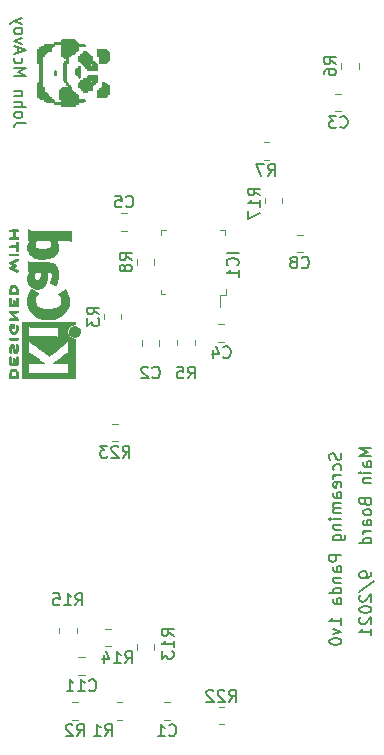
<source format=gbr>
%TF.GenerationSoftware,KiCad,Pcbnew,5.1.10*%
%TF.CreationDate,2021-09-21T18:47:02-07:00*%
%TF.ProjectId,MainBoard,4d61696e-426f-4617-9264-2e6b69636164,rev?*%
%TF.SameCoordinates,Original*%
%TF.FileFunction,Legend,Bot*%
%TF.FilePolarity,Positive*%
%FSLAX46Y46*%
G04 Gerber Fmt 4.6, Leading zero omitted, Abs format (unit mm)*
G04 Created by KiCad (PCBNEW 5.1.10) date 2021-09-21 18:47:02*
%MOMM*%
%LPD*%
G01*
G04 APERTURE LIST*
%ADD10C,0.150000*%
%ADD11C,0.010000*%
%ADD12C,0.100000*%
%ADD13C,0.120000*%
G04 APERTURE END LIST*
D10*
X86272573Y-83015875D02*
X85558287Y-83015875D01*
X85415430Y-83063494D01*
X85320192Y-83158732D01*
X85272573Y-83301589D01*
X85272573Y-83396827D01*
X85272573Y-82396827D02*
X85320192Y-82492065D01*
X85367811Y-82539684D01*
X85463049Y-82587303D01*
X85748763Y-82587303D01*
X85844001Y-82539684D01*
X85891620Y-82492065D01*
X85939239Y-82396827D01*
X85939239Y-82253970D01*
X85891620Y-82158732D01*
X85844001Y-82111113D01*
X85748763Y-82063494D01*
X85463049Y-82063494D01*
X85367811Y-82111113D01*
X85320192Y-82158732D01*
X85272573Y-82253970D01*
X85272573Y-82396827D01*
X85272573Y-81634922D02*
X86272573Y-81634922D01*
X85272573Y-81206351D02*
X85796382Y-81206351D01*
X85891620Y-81253970D01*
X85939239Y-81349208D01*
X85939239Y-81492065D01*
X85891620Y-81587303D01*
X85844001Y-81634922D01*
X85939239Y-80730160D02*
X85272573Y-80730160D01*
X85844001Y-80730160D02*
X85891620Y-80682541D01*
X85939239Y-80587303D01*
X85939239Y-80444446D01*
X85891620Y-80349208D01*
X85796382Y-80301589D01*
X85272573Y-80301589D01*
X85272573Y-79063494D02*
X86272573Y-79063494D01*
X85558287Y-78730160D01*
X86272573Y-78396827D01*
X85272573Y-78396827D01*
X85320192Y-77492065D02*
X85272573Y-77587303D01*
X85272573Y-77777780D01*
X85320192Y-77873018D01*
X85367811Y-77920637D01*
X85463049Y-77968256D01*
X85748763Y-77968256D01*
X85844001Y-77920637D01*
X85891620Y-77873018D01*
X85939239Y-77777780D01*
X85939239Y-77587303D01*
X85891620Y-77492065D01*
X85558287Y-77111113D02*
X85558287Y-76634922D01*
X85272573Y-77206351D02*
X86272573Y-76873018D01*
X85272573Y-76539684D01*
X85939239Y-76301589D02*
X85272573Y-76063494D01*
X85939239Y-75825399D01*
X85272573Y-75301589D02*
X85320192Y-75396827D01*
X85367811Y-75444446D01*
X85463049Y-75492065D01*
X85748763Y-75492065D01*
X85844001Y-75444446D01*
X85891620Y-75396827D01*
X85939239Y-75301589D01*
X85939239Y-75158732D01*
X85891620Y-75063494D01*
X85844001Y-75015875D01*
X85748763Y-74968256D01*
X85463049Y-74968256D01*
X85367811Y-75015875D01*
X85320192Y-75063494D01*
X85272573Y-75158732D01*
X85272573Y-75301589D01*
X85939239Y-74634922D02*
X85272573Y-74396827D01*
X85939239Y-74158732D02*
X85272573Y-74396827D01*
X85034477Y-74492065D01*
X84986858Y-74539684D01*
X84939239Y-74634922D01*
X115491000Y-110576190D02*
X114491000Y-110576190D01*
X115205286Y-110909523D01*
X114491000Y-111242857D01*
X115491000Y-111242857D01*
X115491000Y-112147619D02*
X114967191Y-112147619D01*
X114871953Y-112100000D01*
X114824334Y-112004761D01*
X114824334Y-111814285D01*
X114871953Y-111719047D01*
X115443381Y-112147619D02*
X115491000Y-112052380D01*
X115491000Y-111814285D01*
X115443381Y-111719047D01*
X115348143Y-111671428D01*
X115252905Y-111671428D01*
X115157667Y-111719047D01*
X115110048Y-111814285D01*
X115110048Y-112052380D01*
X115062429Y-112147619D01*
X115491000Y-112623809D02*
X114824334Y-112623809D01*
X114491000Y-112623809D02*
X114538620Y-112576190D01*
X114586239Y-112623809D01*
X114538620Y-112671428D01*
X114491000Y-112623809D01*
X114586239Y-112623809D01*
X114824334Y-113100000D02*
X115491000Y-113100000D01*
X114919572Y-113100000D02*
X114871953Y-113147619D01*
X114824334Y-113242857D01*
X114824334Y-113385714D01*
X114871953Y-113480952D01*
X114967191Y-113528571D01*
X115491000Y-113528571D01*
X114967191Y-115100000D02*
X115014810Y-115242857D01*
X115062429Y-115290476D01*
X115157667Y-115338095D01*
X115300524Y-115338095D01*
X115395762Y-115290476D01*
X115443381Y-115242857D01*
X115491000Y-115147619D01*
X115491000Y-114766666D01*
X114491000Y-114766666D01*
X114491000Y-115100000D01*
X114538620Y-115195238D01*
X114586239Y-115242857D01*
X114681477Y-115290476D01*
X114776715Y-115290476D01*
X114871953Y-115242857D01*
X114919572Y-115195238D01*
X114967191Y-115100000D01*
X114967191Y-114766666D01*
X115491000Y-115909523D02*
X115443381Y-115814285D01*
X115395762Y-115766666D01*
X115300524Y-115719047D01*
X115014810Y-115719047D01*
X114919572Y-115766666D01*
X114871953Y-115814285D01*
X114824334Y-115909523D01*
X114824334Y-116052380D01*
X114871953Y-116147619D01*
X114919572Y-116195238D01*
X115014810Y-116242857D01*
X115300524Y-116242857D01*
X115395762Y-116195238D01*
X115443381Y-116147619D01*
X115491000Y-116052380D01*
X115491000Y-115909523D01*
X115491000Y-117100000D02*
X114967191Y-117100000D01*
X114871953Y-117052380D01*
X114824334Y-116957142D01*
X114824334Y-116766666D01*
X114871953Y-116671428D01*
X115443381Y-117100000D02*
X115491000Y-117004761D01*
X115491000Y-116766666D01*
X115443381Y-116671428D01*
X115348143Y-116623809D01*
X115252905Y-116623809D01*
X115157667Y-116671428D01*
X115110048Y-116766666D01*
X115110048Y-117004761D01*
X115062429Y-117100000D01*
X115491000Y-117576190D02*
X114824334Y-117576190D01*
X115014810Y-117576190D02*
X114919572Y-117623809D01*
X114871953Y-117671428D01*
X114824334Y-117766666D01*
X114824334Y-117861904D01*
X115491000Y-118623809D02*
X114491000Y-118623809D01*
X115443381Y-118623809D02*
X115491000Y-118528571D01*
X115491000Y-118338095D01*
X115443381Y-118242857D01*
X115395762Y-118195238D01*
X115300524Y-118147619D01*
X115014810Y-118147619D01*
X114919572Y-118195238D01*
X114871953Y-118242857D01*
X114824334Y-118338095D01*
X114824334Y-118528571D01*
X114871953Y-118623809D01*
X115491000Y-121076092D02*
X115491000Y-121266568D01*
X115443381Y-121361806D01*
X115395762Y-121409425D01*
X115252905Y-121504663D01*
X115062429Y-121552282D01*
X114681477Y-121552282D01*
X114586239Y-121504663D01*
X114538620Y-121457044D01*
X114491000Y-121361806D01*
X114491000Y-121171330D01*
X114538620Y-121076092D01*
X114586239Y-121028473D01*
X114681477Y-120980854D01*
X114919572Y-120980854D01*
X115014810Y-121028473D01*
X115062429Y-121076092D01*
X115110048Y-121171330D01*
X115110048Y-121361806D01*
X115062429Y-121457044D01*
X115014810Y-121504663D01*
X114919572Y-121552282D01*
X114443381Y-122695140D02*
X115729096Y-121837997D01*
X114586239Y-122980854D02*
X114538620Y-123028473D01*
X114491000Y-123123711D01*
X114491000Y-123361806D01*
X114538620Y-123457044D01*
X114586239Y-123504663D01*
X114681477Y-123552282D01*
X114776715Y-123552282D01*
X114919572Y-123504663D01*
X115491000Y-122933235D01*
X115491000Y-123552282D01*
X114491000Y-124171330D02*
X114491000Y-124266568D01*
X114538620Y-124361806D01*
X114586239Y-124409425D01*
X114681477Y-124457044D01*
X114871953Y-124504663D01*
X115110048Y-124504663D01*
X115300524Y-124457044D01*
X115395762Y-124409425D01*
X115443381Y-124361806D01*
X115491000Y-124266568D01*
X115491000Y-124171330D01*
X115443381Y-124076092D01*
X115395762Y-124028473D01*
X115300524Y-123980854D01*
X115110048Y-123933235D01*
X114871953Y-123933235D01*
X114681477Y-123980854D01*
X114586239Y-124028473D01*
X114538620Y-124076092D01*
X114491000Y-124171330D01*
X114586239Y-124885616D02*
X114538620Y-124933235D01*
X114491000Y-125028473D01*
X114491000Y-125266568D01*
X114538620Y-125361806D01*
X114586239Y-125409425D01*
X114681477Y-125457044D01*
X114776715Y-125457044D01*
X114919572Y-125409425D01*
X115491000Y-124837997D01*
X115491000Y-125457044D01*
X115491000Y-126409425D02*
X115491000Y-125837997D01*
X115491000Y-126123711D02*
X114491000Y-126123711D01*
X114633858Y-126028473D01*
X114729096Y-125933235D01*
X114776715Y-125837997D01*
X112904761Y-110980952D02*
X112952380Y-111123809D01*
X112952380Y-111361904D01*
X112904761Y-111457142D01*
X112857142Y-111504761D01*
X112761904Y-111552380D01*
X112666666Y-111552380D01*
X112571428Y-111504761D01*
X112523809Y-111457142D01*
X112476190Y-111361904D01*
X112428571Y-111171428D01*
X112380952Y-111076190D01*
X112333333Y-111028571D01*
X112238095Y-110980952D01*
X112142857Y-110980952D01*
X112047619Y-111028571D01*
X112000000Y-111076190D01*
X111952380Y-111171428D01*
X111952380Y-111409523D01*
X112000000Y-111552380D01*
X112904761Y-112409523D02*
X112952380Y-112314285D01*
X112952380Y-112123809D01*
X112904761Y-112028571D01*
X112857142Y-111980952D01*
X112761904Y-111933333D01*
X112476190Y-111933333D01*
X112380952Y-111980952D01*
X112333333Y-112028571D01*
X112285714Y-112123809D01*
X112285714Y-112314285D01*
X112333333Y-112409523D01*
X112952380Y-112838095D02*
X112285714Y-112838095D01*
X112476190Y-112838095D02*
X112380952Y-112885714D01*
X112333333Y-112933333D01*
X112285714Y-113028571D01*
X112285714Y-113123809D01*
X112904761Y-113838095D02*
X112952380Y-113742857D01*
X112952380Y-113552380D01*
X112904761Y-113457142D01*
X112809523Y-113409523D01*
X112428571Y-113409523D01*
X112333333Y-113457142D01*
X112285714Y-113552380D01*
X112285714Y-113742857D01*
X112333333Y-113838095D01*
X112428571Y-113885714D01*
X112523809Y-113885714D01*
X112619047Y-113409523D01*
X112952380Y-114742857D02*
X112428571Y-114742857D01*
X112333333Y-114695238D01*
X112285714Y-114600000D01*
X112285714Y-114409523D01*
X112333333Y-114314285D01*
X112904761Y-114742857D02*
X112952380Y-114647619D01*
X112952380Y-114409523D01*
X112904761Y-114314285D01*
X112809523Y-114266666D01*
X112714285Y-114266666D01*
X112619047Y-114314285D01*
X112571428Y-114409523D01*
X112571428Y-114647619D01*
X112523809Y-114742857D01*
X112952380Y-115219047D02*
X112285714Y-115219047D01*
X112380952Y-115219047D02*
X112333333Y-115266666D01*
X112285714Y-115361904D01*
X112285714Y-115504761D01*
X112333333Y-115600000D01*
X112428571Y-115647619D01*
X112952380Y-115647619D01*
X112428571Y-115647619D02*
X112333333Y-115695238D01*
X112285714Y-115790476D01*
X112285714Y-115933333D01*
X112333333Y-116028571D01*
X112428571Y-116076190D01*
X112952380Y-116076190D01*
X112952380Y-116552380D02*
X112285714Y-116552380D01*
X111952380Y-116552380D02*
X112000000Y-116504761D01*
X112047619Y-116552380D01*
X112000000Y-116600000D01*
X111952380Y-116552380D01*
X112047619Y-116552380D01*
X112285714Y-117028571D02*
X112952380Y-117028571D01*
X112380952Y-117028571D02*
X112333333Y-117076190D01*
X112285714Y-117171428D01*
X112285714Y-117314285D01*
X112333333Y-117409523D01*
X112428571Y-117457142D01*
X112952380Y-117457142D01*
X112285714Y-118361904D02*
X113095238Y-118361904D01*
X113190476Y-118314285D01*
X113238095Y-118266666D01*
X113285714Y-118171428D01*
X113285714Y-118028571D01*
X113238095Y-117933333D01*
X112904761Y-118361904D02*
X112952380Y-118266666D01*
X112952380Y-118076190D01*
X112904761Y-117980952D01*
X112857142Y-117933333D01*
X112761904Y-117885714D01*
X112476190Y-117885714D01*
X112380952Y-117933333D01*
X112333333Y-117980952D01*
X112285714Y-118076190D01*
X112285714Y-118266666D01*
X112333333Y-118361904D01*
X112952380Y-119600000D02*
X111952380Y-119600000D01*
X111952380Y-119980952D01*
X112000000Y-120076190D01*
X112047619Y-120123809D01*
X112142857Y-120171428D01*
X112285714Y-120171428D01*
X112380952Y-120123809D01*
X112428571Y-120076190D01*
X112476190Y-119980952D01*
X112476190Y-119600000D01*
X112952380Y-121028571D02*
X112428571Y-121028571D01*
X112333333Y-120980952D01*
X112285714Y-120885714D01*
X112285714Y-120695238D01*
X112333333Y-120600000D01*
X112904761Y-121028571D02*
X112952380Y-120933333D01*
X112952380Y-120695238D01*
X112904761Y-120600000D01*
X112809523Y-120552380D01*
X112714285Y-120552380D01*
X112619047Y-120600000D01*
X112571428Y-120695238D01*
X112571428Y-120933333D01*
X112523809Y-121028571D01*
X112285714Y-121504761D02*
X112952380Y-121504761D01*
X112380952Y-121504761D02*
X112333333Y-121552380D01*
X112285714Y-121647619D01*
X112285714Y-121790476D01*
X112333333Y-121885714D01*
X112428571Y-121933333D01*
X112952380Y-121933333D01*
X112952380Y-122838095D02*
X111952380Y-122838095D01*
X112904761Y-122838095D02*
X112952380Y-122742857D01*
X112952380Y-122552380D01*
X112904761Y-122457142D01*
X112857142Y-122409523D01*
X112761904Y-122361904D01*
X112476190Y-122361904D01*
X112380952Y-122409523D01*
X112333333Y-122457142D01*
X112285714Y-122552380D01*
X112285714Y-122742857D01*
X112333333Y-122838095D01*
X112952380Y-123742857D02*
X112428571Y-123742857D01*
X112333333Y-123695238D01*
X112285714Y-123600000D01*
X112285714Y-123409523D01*
X112333333Y-123314285D01*
X112904761Y-123742857D02*
X112952380Y-123647619D01*
X112952380Y-123409523D01*
X112904761Y-123314285D01*
X112809523Y-123266666D01*
X112714285Y-123266666D01*
X112619047Y-123314285D01*
X112571428Y-123409523D01*
X112571428Y-123647619D01*
X112523809Y-123742857D01*
X112952380Y-125504761D02*
X112952380Y-124933333D01*
X112952380Y-125219047D02*
X111952380Y-125219047D01*
X112095238Y-125123809D01*
X112190476Y-125028571D01*
X112238095Y-124933333D01*
X112285714Y-125838095D02*
X112952380Y-126076190D01*
X112285714Y-126314285D01*
X111952380Y-126885714D02*
X111952380Y-126980952D01*
X112000000Y-127076190D01*
X112047619Y-127123809D01*
X112142857Y-127171428D01*
X112333333Y-127219047D01*
X112571428Y-127219047D01*
X112761904Y-127171428D01*
X112857142Y-127123809D01*
X112904761Y-127076190D01*
X112952380Y-126980952D01*
X112952380Y-126885714D01*
X112904761Y-126790476D01*
X112857142Y-126742857D01*
X112761904Y-126695238D01*
X112571428Y-126647619D01*
X112333333Y-126647619D01*
X112142857Y-126695238D01*
X112047619Y-126742857D01*
X112000000Y-126790476D01*
X111952380Y-126885714D01*
D11*
%TO.C,REF\u002A\u002A*%
G36*
X90351246Y-101272020D02*
G01*
X90237307Y-101261155D01*
X90129684Y-101229538D01*
X90030685Y-101178635D01*
X89942616Y-101109913D01*
X89867784Y-101024839D01*
X89809916Y-100927852D01*
X89770295Y-100821584D01*
X89751727Y-100714570D01*
X89752866Y-100608920D01*
X89772370Y-100506745D01*
X89808894Y-100410154D01*
X89861095Y-100321258D01*
X89927627Y-100242166D01*
X90007148Y-100174989D01*
X90098313Y-100121837D01*
X90199777Y-100084819D01*
X90310198Y-100066047D01*
X90360094Y-100064109D01*
X90448033Y-100064109D01*
X90448033Y-100012180D01*
X90445189Y-99975873D01*
X90433389Y-99948975D01*
X90409651Y-99921869D01*
X90371269Y-99883487D01*
X88179698Y-99883487D01*
X87917561Y-99883496D01*
X87677059Y-99883528D01*
X87457252Y-99883592D01*
X87257199Y-99883696D01*
X87075956Y-99883847D01*
X86912584Y-99884054D01*
X86766140Y-99884326D01*
X86635683Y-99884670D01*
X86520271Y-99885094D01*
X86418962Y-99885607D01*
X86330816Y-99886217D01*
X86254890Y-99886932D01*
X86190243Y-99887760D01*
X86135933Y-99888709D01*
X86091020Y-99889787D01*
X86054560Y-99891003D01*
X86025613Y-99892365D01*
X86003237Y-99893881D01*
X85986491Y-99895558D01*
X85974432Y-99897406D01*
X85966120Y-99899433D01*
X85960613Y-99901645D01*
X85958763Y-99902728D01*
X85951751Y-99906891D01*
X85945304Y-99910425D01*
X85939400Y-99914255D01*
X85934014Y-99919302D01*
X85929122Y-99926491D01*
X85924702Y-99936743D01*
X85920728Y-99950984D01*
X85917179Y-99970134D01*
X85914030Y-99995119D01*
X85911258Y-100026860D01*
X85908839Y-100066282D01*
X85906749Y-100114306D01*
X85904965Y-100171857D01*
X85903463Y-100239857D01*
X85902220Y-100319230D01*
X85901211Y-100410899D01*
X85900415Y-100515786D01*
X85899806Y-100634816D01*
X85899361Y-100768910D01*
X85899057Y-100918993D01*
X85898870Y-101085987D01*
X85898776Y-101270816D01*
X85898752Y-101474403D01*
X85898775Y-101697670D01*
X85898820Y-101941542D01*
X85898863Y-102206941D01*
X85898868Y-102245324D01*
X85898911Y-102512302D01*
X85898982Y-102757622D01*
X85899087Y-102982203D01*
X85899234Y-103186965D01*
X85899431Y-103372826D01*
X85899684Y-103540708D01*
X85900000Y-103691528D01*
X85900387Y-103826207D01*
X85900853Y-103945664D01*
X85901403Y-104050819D01*
X85902047Y-104142591D01*
X85902789Y-104221899D01*
X85903639Y-104289663D01*
X85904603Y-104346802D01*
X85905689Y-104394237D01*
X85906903Y-104432886D01*
X85908253Y-104463669D01*
X85909745Y-104487505D01*
X85911389Y-104505314D01*
X85913189Y-104518015D01*
X85915155Y-104526528D01*
X85916823Y-104530886D01*
X85920394Y-104539348D01*
X85923030Y-104547117D01*
X85925666Y-104554222D01*
X85929238Y-104560693D01*
X85934679Y-104566559D01*
X85942925Y-104571849D01*
X85954910Y-104576594D01*
X85971569Y-104580822D01*
X85993837Y-104584563D01*
X86022648Y-104587847D01*
X86058937Y-104590703D01*
X86103639Y-104593160D01*
X86157689Y-104595249D01*
X86222021Y-104596998D01*
X86297570Y-104598437D01*
X86385270Y-104599596D01*
X86486057Y-104600503D01*
X86600866Y-104601189D01*
X86730630Y-104601683D01*
X86876285Y-104602015D01*
X87038765Y-104602213D01*
X87219005Y-104602307D01*
X87417940Y-104602328D01*
X87636504Y-104602305D01*
X87875632Y-104602266D01*
X88136260Y-104602242D01*
X88178411Y-104602242D01*
X88441308Y-104602256D01*
X88682568Y-104602281D01*
X88903135Y-104602291D01*
X89103948Y-104602262D01*
X89285951Y-104602168D01*
X89450084Y-104601982D01*
X89597289Y-104601679D01*
X89728508Y-104601234D01*
X89838433Y-104600654D01*
X89838433Y-104297817D01*
X89780589Y-104258027D01*
X89764821Y-104246856D01*
X89750859Y-104236786D01*
X89737516Y-104227758D01*
X89723607Y-104219717D01*
X89707944Y-104212606D01*
X89689342Y-104206367D01*
X89666614Y-104200945D01*
X89638573Y-104196282D01*
X89604033Y-104192321D01*
X89561808Y-104189005D01*
X89510711Y-104186279D01*
X89449556Y-104184084D01*
X89377156Y-104182365D01*
X89292325Y-104181064D01*
X89193878Y-104180125D01*
X89080626Y-104179490D01*
X88951384Y-104179104D01*
X88804966Y-104178908D01*
X88640184Y-104178847D01*
X88455853Y-104178863D01*
X88250787Y-104178900D01*
X88128167Y-104178909D01*
X87911218Y-104178885D01*
X87715658Y-104178851D01*
X87540301Y-104178863D01*
X87383959Y-104178978D01*
X87245443Y-104179250D01*
X87123566Y-104179738D01*
X87017140Y-104180496D01*
X86924978Y-104181582D01*
X86845891Y-104183051D01*
X86778692Y-104184960D01*
X86722193Y-104187364D01*
X86675207Y-104190321D01*
X86636545Y-104193886D01*
X86605020Y-104198115D01*
X86579445Y-104203066D01*
X86558630Y-104208793D01*
X86541389Y-104215353D01*
X86526535Y-104222803D01*
X86512878Y-104231199D01*
X86499231Y-104240596D01*
X86484407Y-104251052D01*
X86475517Y-104257143D01*
X86417900Y-104295916D01*
X86417900Y-103764352D01*
X86417935Y-103641103D01*
X86418085Y-103538607D01*
X86418422Y-103455040D01*
X86419014Y-103388576D01*
X86419933Y-103337391D01*
X86421249Y-103299661D01*
X86423031Y-103273560D01*
X86425349Y-103257264D01*
X86428274Y-103248948D01*
X86431876Y-103246788D01*
X86436225Y-103248959D01*
X86437655Y-103250155D01*
X86474727Y-103275305D01*
X86527528Y-103301203D01*
X86589530Y-103324812D01*
X86615943Y-103333081D01*
X86633884Y-103337698D01*
X86654945Y-103341599D01*
X86681211Y-103344868D01*
X86714768Y-103347586D01*
X86757701Y-103349835D01*
X86812096Y-103351697D01*
X86880038Y-103353256D01*
X86963612Y-103354592D01*
X87064905Y-103355789D01*
X87186000Y-103356928D01*
X87230700Y-103357305D01*
X87355851Y-103358322D01*
X87460218Y-103359080D01*
X87545593Y-103359523D01*
X87613767Y-103359590D01*
X87666535Y-103359225D01*
X87705686Y-103358368D01*
X87733015Y-103356961D01*
X87750314Y-103354945D01*
X87759374Y-103352263D01*
X87761988Y-103348856D01*
X87759949Y-103344664D01*
X87755633Y-103340191D01*
X87742698Y-103329836D01*
X87713624Y-103307778D01*
X87670541Y-103275577D01*
X87615582Y-103234794D01*
X87550877Y-103186990D01*
X87478558Y-103133725D01*
X87400756Y-103076560D01*
X87319602Y-103017057D01*
X87237228Y-102956775D01*
X87155764Y-102897275D01*
X87077343Y-102840118D01*
X87004096Y-102786865D01*
X86938153Y-102739077D01*
X86881646Y-102698313D01*
X86836707Y-102666136D01*
X86805466Y-102644105D01*
X86798834Y-102639537D01*
X86761931Y-102616616D01*
X86713941Y-102589808D01*
X86664403Y-102564409D01*
X86657723Y-102561188D01*
X86609528Y-102539510D01*
X86571966Y-102526924D01*
X86536140Y-102521194D01*
X86494100Y-102520076D01*
X86417900Y-102520710D01*
X86417900Y-101366271D01*
X86511631Y-101457435D01*
X86561525Y-101504232D01*
X86618005Y-101554519D01*
X86672274Y-101600564D01*
X86697627Y-101620989D01*
X86737172Y-101651427D01*
X86790384Y-101691482D01*
X86855633Y-101739981D01*
X86931289Y-101795755D01*
X87015723Y-101857631D01*
X87107306Y-101924439D01*
X87204408Y-101995007D01*
X87305399Y-102068165D01*
X87408650Y-102142741D01*
X87512532Y-102217564D01*
X87615415Y-102291463D01*
X87715669Y-102363266D01*
X87811664Y-102431804D01*
X87901773Y-102495904D01*
X87984364Y-102554395D01*
X88057808Y-102606106D01*
X88120476Y-102649867D01*
X88170739Y-102684505D01*
X88206966Y-102708850D01*
X88227529Y-102721731D01*
X88231632Y-102723489D01*
X88242958Y-102715530D01*
X88270138Y-102694735D01*
X88311471Y-102662467D01*
X88365256Y-102620090D01*
X88429794Y-102568967D01*
X88503382Y-102510461D01*
X88584322Y-102445934D01*
X88670912Y-102376751D01*
X88761452Y-102304273D01*
X88854240Y-102229866D01*
X88928598Y-102170137D01*
X88928598Y-101159131D01*
X88915641Y-101153222D01*
X88893392Y-101138892D01*
X88891909Y-101137845D01*
X88861756Y-101119058D01*
X88824925Y-101099411D01*
X88816789Y-101095512D01*
X88808360Y-101091976D01*
X88798241Y-101088850D01*
X88785040Y-101086106D01*
X88767362Y-101083712D01*
X88743816Y-101081639D01*
X88713007Y-101079855D01*
X88673543Y-101078332D01*
X88624031Y-101077039D01*
X88563077Y-101075946D01*
X88489289Y-101075023D01*
X88401272Y-101074239D01*
X88297635Y-101073565D01*
X88176984Y-101072970D01*
X88037926Y-101072425D01*
X87879068Y-101071899D01*
X87700211Y-101071365D01*
X87515093Y-101070826D01*
X87351155Y-101070392D01*
X87206997Y-101070129D01*
X87081221Y-101070104D01*
X86972429Y-101070385D01*
X86879223Y-101071039D01*
X86800203Y-101072134D01*
X86733972Y-101073738D01*
X86679130Y-101075917D01*
X86634279Y-101078739D01*
X86598022Y-101082271D01*
X86568959Y-101086581D01*
X86545691Y-101091737D01*
X86526821Y-101097805D01*
X86510949Y-101104853D01*
X86496678Y-101112949D01*
X86482609Y-101122160D01*
X86470142Y-101130660D01*
X86443848Y-101147796D01*
X86426263Y-101157942D01*
X86423043Y-101159131D01*
X86421966Y-101148224D01*
X86420965Y-101117031D01*
X86420065Y-101067843D01*
X86419290Y-101002953D01*
X86418663Y-100924650D01*
X86418209Y-100835227D01*
X86417951Y-100736976D01*
X86417900Y-100668065D01*
X86418120Y-100563072D01*
X86418752Y-100466230D01*
X86419751Y-100379727D01*
X86421073Y-100305752D01*
X86422674Y-100246494D01*
X86424509Y-100204140D01*
X86426535Y-100180880D01*
X86427807Y-100176998D01*
X86442709Y-100184696D01*
X86450740Y-100192694D01*
X86467866Y-100205866D01*
X86498117Y-100223105D01*
X86522678Y-100235027D01*
X86581589Y-100261665D01*
X87758455Y-100264740D01*
X88935322Y-100267815D01*
X88935322Y-100713473D01*
X88935158Y-100811290D01*
X88934689Y-100901684D01*
X88933953Y-100982250D01*
X88932984Y-101050582D01*
X88931820Y-101104276D01*
X88930497Y-101140925D01*
X88929051Y-101158124D01*
X88928598Y-101159131D01*
X88928598Y-102170137D01*
X88947578Y-102154890D01*
X89039763Y-102080710D01*
X89129096Y-102008689D01*
X89213876Y-101940189D01*
X89292402Y-101876575D01*
X89362974Y-101819208D01*
X89423891Y-101769453D01*
X89473453Y-101728672D01*
X89494122Y-101711508D01*
X89594784Y-101625216D01*
X89678041Y-101548617D01*
X89745862Y-101479803D01*
X89800211Y-101416868D01*
X89807578Y-101407487D01*
X89838183Y-101367976D01*
X89838433Y-102499736D01*
X89790456Y-102494447D01*
X89733112Y-102497750D01*
X89664837Y-102519281D01*
X89585088Y-102559255D01*
X89512805Y-102604563D01*
X89490160Y-102620781D01*
X89452604Y-102648834D01*
X89402279Y-102687050D01*
X89341327Y-102733757D01*
X89271889Y-102787281D01*
X89196106Y-102845951D01*
X89116120Y-102908095D01*
X89034072Y-102972041D01*
X88952104Y-103036115D01*
X88872357Y-103098647D01*
X88796973Y-103157963D01*
X88728093Y-103212391D01*
X88667858Y-103260259D01*
X88618411Y-103299895D01*
X88581892Y-103329626D01*
X88560442Y-103347781D01*
X88557144Y-103350840D01*
X88565151Y-103353699D01*
X88595445Y-103355913D01*
X88647744Y-103357477D01*
X88721769Y-103358387D01*
X88817237Y-103358640D01*
X88933866Y-103358233D01*
X89053855Y-103357324D01*
X89185967Y-103356002D01*
X89297706Y-103354477D01*
X89391275Y-103352501D01*
X89468881Y-103349826D01*
X89532726Y-103346202D01*
X89585017Y-103341381D01*
X89627956Y-103335114D01*
X89663749Y-103327152D01*
X89694600Y-103317247D01*
X89722714Y-103305151D01*
X89750295Y-103290613D01*
X89775334Y-103275931D01*
X89838433Y-103237934D01*
X89838433Y-104297817D01*
X89838433Y-104600654D01*
X89844683Y-104600621D01*
X89946756Y-104599815D01*
X90035667Y-104598790D01*
X90112359Y-104597520D01*
X90177773Y-104595980D01*
X90232851Y-104594144D01*
X90278535Y-104591987D01*
X90315766Y-104589483D01*
X90345487Y-104586607D01*
X90368638Y-104583333D01*
X90386161Y-104579635D01*
X90398999Y-104575489D01*
X90408092Y-104570867D01*
X90414382Y-104565746D01*
X90418812Y-104560098D01*
X90422322Y-104553899D01*
X90425855Y-104547124D01*
X90429424Y-104541128D01*
X90432000Y-104535895D01*
X90434328Y-104527719D01*
X90436422Y-104515506D01*
X90438293Y-104498161D01*
X90439953Y-104474589D01*
X90441416Y-104443697D01*
X90442692Y-104404388D01*
X90443796Y-104355570D01*
X90444739Y-104296147D01*
X90445533Y-104225024D01*
X90446191Y-104141108D01*
X90446725Y-104043303D01*
X90447147Y-103930514D01*
X90447471Y-103801649D01*
X90447708Y-103655611D01*
X90447870Y-103491306D01*
X90447970Y-103307640D01*
X90448020Y-103103517D01*
X90448033Y-102892373D01*
X90448033Y-101272020D01*
X90351246Y-101272020D01*
G37*
X90351246Y-101272020D02*
X90237307Y-101261155D01*
X90129684Y-101229538D01*
X90030685Y-101178635D01*
X89942616Y-101109913D01*
X89867784Y-101024839D01*
X89809916Y-100927852D01*
X89770295Y-100821584D01*
X89751727Y-100714570D01*
X89752866Y-100608920D01*
X89772370Y-100506745D01*
X89808894Y-100410154D01*
X89861095Y-100321258D01*
X89927627Y-100242166D01*
X90007148Y-100174989D01*
X90098313Y-100121837D01*
X90199777Y-100084819D01*
X90310198Y-100066047D01*
X90360094Y-100064109D01*
X90448033Y-100064109D01*
X90448033Y-100012180D01*
X90445189Y-99975873D01*
X90433389Y-99948975D01*
X90409651Y-99921869D01*
X90371269Y-99883487D01*
X88179698Y-99883487D01*
X87917561Y-99883496D01*
X87677059Y-99883528D01*
X87457252Y-99883592D01*
X87257199Y-99883696D01*
X87075956Y-99883847D01*
X86912584Y-99884054D01*
X86766140Y-99884326D01*
X86635683Y-99884670D01*
X86520271Y-99885094D01*
X86418962Y-99885607D01*
X86330816Y-99886217D01*
X86254890Y-99886932D01*
X86190243Y-99887760D01*
X86135933Y-99888709D01*
X86091020Y-99889787D01*
X86054560Y-99891003D01*
X86025613Y-99892365D01*
X86003237Y-99893881D01*
X85986491Y-99895558D01*
X85974432Y-99897406D01*
X85966120Y-99899433D01*
X85960613Y-99901645D01*
X85958763Y-99902728D01*
X85951751Y-99906891D01*
X85945304Y-99910425D01*
X85939400Y-99914255D01*
X85934014Y-99919302D01*
X85929122Y-99926491D01*
X85924702Y-99936743D01*
X85920728Y-99950984D01*
X85917179Y-99970134D01*
X85914030Y-99995119D01*
X85911258Y-100026860D01*
X85908839Y-100066282D01*
X85906749Y-100114306D01*
X85904965Y-100171857D01*
X85903463Y-100239857D01*
X85902220Y-100319230D01*
X85901211Y-100410899D01*
X85900415Y-100515786D01*
X85899806Y-100634816D01*
X85899361Y-100768910D01*
X85899057Y-100918993D01*
X85898870Y-101085987D01*
X85898776Y-101270816D01*
X85898752Y-101474403D01*
X85898775Y-101697670D01*
X85898820Y-101941542D01*
X85898863Y-102206941D01*
X85898868Y-102245324D01*
X85898911Y-102512302D01*
X85898982Y-102757622D01*
X85899087Y-102982203D01*
X85899234Y-103186965D01*
X85899431Y-103372826D01*
X85899684Y-103540708D01*
X85900000Y-103691528D01*
X85900387Y-103826207D01*
X85900853Y-103945664D01*
X85901403Y-104050819D01*
X85902047Y-104142591D01*
X85902789Y-104221899D01*
X85903639Y-104289663D01*
X85904603Y-104346802D01*
X85905689Y-104394237D01*
X85906903Y-104432886D01*
X85908253Y-104463669D01*
X85909745Y-104487505D01*
X85911389Y-104505314D01*
X85913189Y-104518015D01*
X85915155Y-104526528D01*
X85916823Y-104530886D01*
X85920394Y-104539348D01*
X85923030Y-104547117D01*
X85925666Y-104554222D01*
X85929238Y-104560693D01*
X85934679Y-104566559D01*
X85942925Y-104571849D01*
X85954910Y-104576594D01*
X85971569Y-104580822D01*
X85993837Y-104584563D01*
X86022648Y-104587847D01*
X86058937Y-104590703D01*
X86103639Y-104593160D01*
X86157689Y-104595249D01*
X86222021Y-104596998D01*
X86297570Y-104598437D01*
X86385270Y-104599596D01*
X86486057Y-104600503D01*
X86600866Y-104601189D01*
X86730630Y-104601683D01*
X86876285Y-104602015D01*
X87038765Y-104602213D01*
X87219005Y-104602307D01*
X87417940Y-104602328D01*
X87636504Y-104602305D01*
X87875632Y-104602266D01*
X88136260Y-104602242D01*
X88178411Y-104602242D01*
X88441308Y-104602256D01*
X88682568Y-104602281D01*
X88903135Y-104602291D01*
X89103948Y-104602262D01*
X89285951Y-104602168D01*
X89450084Y-104601982D01*
X89597289Y-104601679D01*
X89728508Y-104601234D01*
X89838433Y-104600654D01*
X89838433Y-104297817D01*
X89780589Y-104258027D01*
X89764821Y-104246856D01*
X89750859Y-104236786D01*
X89737516Y-104227758D01*
X89723607Y-104219717D01*
X89707944Y-104212606D01*
X89689342Y-104206367D01*
X89666614Y-104200945D01*
X89638573Y-104196282D01*
X89604033Y-104192321D01*
X89561808Y-104189005D01*
X89510711Y-104186279D01*
X89449556Y-104184084D01*
X89377156Y-104182365D01*
X89292325Y-104181064D01*
X89193878Y-104180125D01*
X89080626Y-104179490D01*
X88951384Y-104179104D01*
X88804966Y-104178908D01*
X88640184Y-104178847D01*
X88455853Y-104178863D01*
X88250787Y-104178900D01*
X88128167Y-104178909D01*
X87911218Y-104178885D01*
X87715658Y-104178851D01*
X87540301Y-104178863D01*
X87383959Y-104178978D01*
X87245443Y-104179250D01*
X87123566Y-104179738D01*
X87017140Y-104180496D01*
X86924978Y-104181582D01*
X86845891Y-104183051D01*
X86778692Y-104184960D01*
X86722193Y-104187364D01*
X86675207Y-104190321D01*
X86636545Y-104193886D01*
X86605020Y-104198115D01*
X86579445Y-104203066D01*
X86558630Y-104208793D01*
X86541389Y-104215353D01*
X86526535Y-104222803D01*
X86512878Y-104231199D01*
X86499231Y-104240596D01*
X86484407Y-104251052D01*
X86475517Y-104257143D01*
X86417900Y-104295916D01*
X86417900Y-103764352D01*
X86417935Y-103641103D01*
X86418085Y-103538607D01*
X86418422Y-103455040D01*
X86419014Y-103388576D01*
X86419933Y-103337391D01*
X86421249Y-103299661D01*
X86423031Y-103273560D01*
X86425349Y-103257264D01*
X86428274Y-103248948D01*
X86431876Y-103246788D01*
X86436225Y-103248959D01*
X86437655Y-103250155D01*
X86474727Y-103275305D01*
X86527528Y-103301203D01*
X86589530Y-103324812D01*
X86615943Y-103333081D01*
X86633884Y-103337698D01*
X86654945Y-103341599D01*
X86681211Y-103344868D01*
X86714768Y-103347586D01*
X86757701Y-103349835D01*
X86812096Y-103351697D01*
X86880038Y-103353256D01*
X86963612Y-103354592D01*
X87064905Y-103355789D01*
X87186000Y-103356928D01*
X87230700Y-103357305D01*
X87355851Y-103358322D01*
X87460218Y-103359080D01*
X87545593Y-103359523D01*
X87613767Y-103359590D01*
X87666535Y-103359225D01*
X87705686Y-103358368D01*
X87733015Y-103356961D01*
X87750314Y-103354945D01*
X87759374Y-103352263D01*
X87761988Y-103348856D01*
X87759949Y-103344664D01*
X87755633Y-103340191D01*
X87742698Y-103329836D01*
X87713624Y-103307778D01*
X87670541Y-103275577D01*
X87615582Y-103234794D01*
X87550877Y-103186990D01*
X87478558Y-103133725D01*
X87400756Y-103076560D01*
X87319602Y-103017057D01*
X87237228Y-102956775D01*
X87155764Y-102897275D01*
X87077343Y-102840118D01*
X87004096Y-102786865D01*
X86938153Y-102739077D01*
X86881646Y-102698313D01*
X86836707Y-102666136D01*
X86805466Y-102644105D01*
X86798834Y-102639537D01*
X86761931Y-102616616D01*
X86713941Y-102589808D01*
X86664403Y-102564409D01*
X86657723Y-102561188D01*
X86609528Y-102539510D01*
X86571966Y-102526924D01*
X86536140Y-102521194D01*
X86494100Y-102520076D01*
X86417900Y-102520710D01*
X86417900Y-101366271D01*
X86511631Y-101457435D01*
X86561525Y-101504232D01*
X86618005Y-101554519D01*
X86672274Y-101600564D01*
X86697627Y-101620989D01*
X86737172Y-101651427D01*
X86790384Y-101691482D01*
X86855633Y-101739981D01*
X86931289Y-101795755D01*
X87015723Y-101857631D01*
X87107306Y-101924439D01*
X87204408Y-101995007D01*
X87305399Y-102068165D01*
X87408650Y-102142741D01*
X87512532Y-102217564D01*
X87615415Y-102291463D01*
X87715669Y-102363266D01*
X87811664Y-102431804D01*
X87901773Y-102495904D01*
X87984364Y-102554395D01*
X88057808Y-102606106D01*
X88120476Y-102649867D01*
X88170739Y-102684505D01*
X88206966Y-102708850D01*
X88227529Y-102721731D01*
X88231632Y-102723489D01*
X88242958Y-102715530D01*
X88270138Y-102694735D01*
X88311471Y-102662467D01*
X88365256Y-102620090D01*
X88429794Y-102568967D01*
X88503382Y-102510461D01*
X88584322Y-102445934D01*
X88670912Y-102376751D01*
X88761452Y-102304273D01*
X88854240Y-102229866D01*
X88928598Y-102170137D01*
X88928598Y-101159131D01*
X88915641Y-101153222D01*
X88893392Y-101138892D01*
X88891909Y-101137845D01*
X88861756Y-101119058D01*
X88824925Y-101099411D01*
X88816789Y-101095512D01*
X88808360Y-101091976D01*
X88798241Y-101088850D01*
X88785040Y-101086106D01*
X88767362Y-101083712D01*
X88743816Y-101081639D01*
X88713007Y-101079855D01*
X88673543Y-101078332D01*
X88624031Y-101077039D01*
X88563077Y-101075946D01*
X88489289Y-101075023D01*
X88401272Y-101074239D01*
X88297635Y-101073565D01*
X88176984Y-101072970D01*
X88037926Y-101072425D01*
X87879068Y-101071899D01*
X87700211Y-101071365D01*
X87515093Y-101070826D01*
X87351155Y-101070392D01*
X87206997Y-101070129D01*
X87081221Y-101070104D01*
X86972429Y-101070385D01*
X86879223Y-101071039D01*
X86800203Y-101072134D01*
X86733972Y-101073738D01*
X86679130Y-101075917D01*
X86634279Y-101078739D01*
X86598022Y-101082271D01*
X86568959Y-101086581D01*
X86545691Y-101091737D01*
X86526821Y-101097805D01*
X86510949Y-101104853D01*
X86496678Y-101112949D01*
X86482609Y-101122160D01*
X86470142Y-101130660D01*
X86443848Y-101147796D01*
X86426263Y-101157942D01*
X86423043Y-101159131D01*
X86421966Y-101148224D01*
X86420965Y-101117031D01*
X86420065Y-101067843D01*
X86419290Y-101002953D01*
X86418663Y-100924650D01*
X86418209Y-100835227D01*
X86417951Y-100736976D01*
X86417900Y-100668065D01*
X86418120Y-100563072D01*
X86418752Y-100466230D01*
X86419751Y-100379727D01*
X86421073Y-100305752D01*
X86422674Y-100246494D01*
X86424509Y-100204140D01*
X86426535Y-100180880D01*
X86427807Y-100176998D01*
X86442709Y-100184696D01*
X86450740Y-100192694D01*
X86467866Y-100205866D01*
X86498117Y-100223105D01*
X86522678Y-100235027D01*
X86581589Y-100261665D01*
X87758455Y-100264740D01*
X88935322Y-100267815D01*
X88935322Y-100713473D01*
X88935158Y-100811290D01*
X88934689Y-100901684D01*
X88933953Y-100982250D01*
X88932984Y-101050582D01*
X88931820Y-101104276D01*
X88930497Y-101140925D01*
X88929051Y-101158124D01*
X88928598Y-101159131D01*
X88928598Y-102170137D01*
X88947578Y-102154890D01*
X89039763Y-102080710D01*
X89129096Y-102008689D01*
X89213876Y-101940189D01*
X89292402Y-101876575D01*
X89362974Y-101819208D01*
X89423891Y-101769453D01*
X89473453Y-101728672D01*
X89494122Y-101711508D01*
X89594784Y-101625216D01*
X89678041Y-101548617D01*
X89745862Y-101479803D01*
X89800211Y-101416868D01*
X89807578Y-101407487D01*
X89838183Y-101367976D01*
X89838433Y-102499736D01*
X89790456Y-102494447D01*
X89733112Y-102497750D01*
X89664837Y-102519281D01*
X89585088Y-102559255D01*
X89512805Y-102604563D01*
X89490160Y-102620781D01*
X89452604Y-102648834D01*
X89402279Y-102687050D01*
X89341327Y-102733757D01*
X89271889Y-102787281D01*
X89196106Y-102845951D01*
X89116120Y-102908095D01*
X89034072Y-102972041D01*
X88952104Y-103036115D01*
X88872357Y-103098647D01*
X88796973Y-103157963D01*
X88728093Y-103212391D01*
X88667858Y-103260259D01*
X88618411Y-103299895D01*
X88581892Y-103329626D01*
X88560442Y-103347781D01*
X88557144Y-103350840D01*
X88565151Y-103353699D01*
X88595445Y-103355913D01*
X88647744Y-103357477D01*
X88721769Y-103358387D01*
X88817237Y-103358640D01*
X88933866Y-103358233D01*
X89053855Y-103357324D01*
X89185967Y-103356002D01*
X89297706Y-103354477D01*
X89391275Y-103352501D01*
X89468881Y-103349826D01*
X89532726Y-103346202D01*
X89585017Y-103341381D01*
X89627956Y-103335114D01*
X89663749Y-103327152D01*
X89694600Y-103317247D01*
X89722714Y-103305151D01*
X89750295Y-103290613D01*
X89775334Y-103275931D01*
X89838433Y-103237934D01*
X89838433Y-104297817D01*
X89838433Y-104600654D01*
X89844683Y-104600621D01*
X89946756Y-104599815D01*
X90035667Y-104598790D01*
X90112359Y-104597520D01*
X90177773Y-104595980D01*
X90232851Y-104594144D01*
X90278535Y-104591987D01*
X90315766Y-104589483D01*
X90345487Y-104586607D01*
X90368638Y-104583333D01*
X90386161Y-104579635D01*
X90398999Y-104575489D01*
X90408092Y-104570867D01*
X90414382Y-104565746D01*
X90418812Y-104560098D01*
X90422322Y-104553899D01*
X90425855Y-104547124D01*
X90429424Y-104541128D01*
X90432000Y-104535895D01*
X90434328Y-104527719D01*
X90436422Y-104515506D01*
X90438293Y-104498161D01*
X90439953Y-104474589D01*
X90441416Y-104443697D01*
X90442692Y-104404388D01*
X90443796Y-104355570D01*
X90444739Y-104296147D01*
X90445533Y-104225024D01*
X90446191Y-104141108D01*
X90446725Y-104043303D01*
X90447147Y-103930514D01*
X90447471Y-103801649D01*
X90447708Y-103655611D01*
X90447870Y-103491306D01*
X90447970Y-103307640D01*
X90448020Y-103103517D01*
X90448033Y-102892373D01*
X90448033Y-101272020D01*
X90351246Y-101272020D01*
G36*
X89891229Y-97997191D02*
G01*
X89870055Y-97837050D01*
X89829915Y-97673110D01*
X89770411Y-97503307D01*
X89691146Y-97325577D01*
X89685601Y-97314310D01*
X89657575Y-97256615D01*
X89633498Y-97205068D01*
X89615051Y-97163429D01*
X89603914Y-97135458D01*
X89601367Y-97125887D01*
X89596359Y-97106670D01*
X89592153Y-97102059D01*
X89581720Y-97107162D01*
X89555432Y-97123202D01*
X89516043Y-97148332D01*
X89466309Y-97180706D01*
X89408985Y-97218477D01*
X89346824Y-97259798D01*
X89282582Y-97302822D01*
X89219015Y-97345703D01*
X89158875Y-97386594D01*
X89104920Y-97423649D01*
X89059903Y-97455020D01*
X89026579Y-97478861D01*
X89007703Y-97493326D01*
X89005513Y-97495311D01*
X89010162Y-97505429D01*
X89027338Y-97527770D01*
X89053860Y-97558340D01*
X89068336Y-97574084D01*
X89143618Y-97670573D01*
X89199059Y-97777284D01*
X89234159Y-97892788D01*
X89248420Y-98015658D01*
X89247249Y-98085059D01*
X89230088Y-98206197D01*
X89194206Y-98315415D01*
X89139341Y-98413038D01*
X89065230Y-98499392D01*
X88971612Y-98574805D01*
X88858224Y-98639602D01*
X88771633Y-98677019D01*
X88635934Y-98720872D01*
X88488450Y-98753192D01*
X88332986Y-98774063D01*
X88173344Y-98783569D01*
X88013327Y-98781793D01*
X87856739Y-98768817D01*
X87707382Y-98744726D01*
X87569060Y-98709602D01*
X87445576Y-98663528D01*
X87411322Y-98647247D01*
X87297236Y-98579000D01*
X87200743Y-98498541D01*
X87122630Y-98407050D01*
X87063683Y-98305709D01*
X87024688Y-98195700D01*
X87006432Y-98078205D01*
X87005089Y-98036737D01*
X87016010Y-97915179D01*
X87048826Y-97794742D01*
X87102861Y-97676954D01*
X87177435Y-97563343D01*
X87255761Y-97471935D01*
X87300292Y-97425405D01*
X87003029Y-97244137D01*
X86928867Y-97199040D01*
X86860654Y-97157801D01*
X86800841Y-97121885D01*
X86751880Y-97092754D01*
X86716221Y-97071870D01*
X86696316Y-97060696D01*
X86693221Y-97059245D01*
X86683582Y-97067474D01*
X86666301Y-97093053D01*
X86643017Y-97132747D01*
X86615366Y-97183323D01*
X86584985Y-97241546D01*
X86553510Y-97304183D01*
X86522578Y-97367999D01*
X86493827Y-97429760D01*
X86468892Y-97486232D01*
X86449411Y-97534182D01*
X86440982Y-97557634D01*
X86403167Y-97691399D01*
X86378164Y-97829293D01*
X86365160Y-97976998D01*
X86362832Y-98103787D01*
X86363927Y-98171742D01*
X86366025Y-98237343D01*
X86368866Y-98294773D01*
X86372194Y-98338217D01*
X86373878Y-98352322D01*
X86402713Y-98491336D01*
X86447832Y-98632863D01*
X86506550Y-98770345D01*
X86576180Y-98897226D01*
X86628859Y-98974731D01*
X86737061Y-99102139D01*
X86863629Y-99220442D01*
X87005434Y-99327448D01*
X87159349Y-99420968D01*
X87322247Y-99498810D01*
X87439544Y-99542664D01*
X87623172Y-99592912D01*
X87817719Y-99626411D01*
X88018975Y-99643171D01*
X88222732Y-99643204D01*
X88424779Y-99626519D01*
X88620908Y-99593127D01*
X88806909Y-99543040D01*
X88818497Y-99539223D01*
X88980550Y-99476339D01*
X89128468Y-99399592D01*
X89266435Y-99306378D01*
X89398639Y-99194093D01*
X89443901Y-99150228D01*
X89567843Y-99014086D01*
X89670385Y-98874129D01*
X89752644Y-98728209D01*
X89815736Y-98574178D01*
X89860777Y-98409888D01*
X89878267Y-98314331D01*
X89893834Y-98155597D01*
X89891229Y-97997191D01*
G37*
X89891229Y-97997191D02*
X89870055Y-97837050D01*
X89829915Y-97673110D01*
X89770411Y-97503307D01*
X89691146Y-97325577D01*
X89685601Y-97314310D01*
X89657575Y-97256615D01*
X89633498Y-97205068D01*
X89615051Y-97163429D01*
X89603914Y-97135458D01*
X89601367Y-97125887D01*
X89596359Y-97106670D01*
X89592153Y-97102059D01*
X89581720Y-97107162D01*
X89555432Y-97123202D01*
X89516043Y-97148332D01*
X89466309Y-97180706D01*
X89408985Y-97218477D01*
X89346824Y-97259798D01*
X89282582Y-97302822D01*
X89219015Y-97345703D01*
X89158875Y-97386594D01*
X89104920Y-97423649D01*
X89059903Y-97455020D01*
X89026579Y-97478861D01*
X89007703Y-97493326D01*
X89005513Y-97495311D01*
X89010162Y-97505429D01*
X89027338Y-97527770D01*
X89053860Y-97558340D01*
X89068336Y-97574084D01*
X89143618Y-97670573D01*
X89199059Y-97777284D01*
X89234159Y-97892788D01*
X89248420Y-98015658D01*
X89247249Y-98085059D01*
X89230088Y-98206197D01*
X89194206Y-98315415D01*
X89139341Y-98413038D01*
X89065230Y-98499392D01*
X88971612Y-98574805D01*
X88858224Y-98639602D01*
X88771633Y-98677019D01*
X88635934Y-98720872D01*
X88488450Y-98753192D01*
X88332986Y-98774063D01*
X88173344Y-98783569D01*
X88013327Y-98781793D01*
X87856739Y-98768817D01*
X87707382Y-98744726D01*
X87569060Y-98709602D01*
X87445576Y-98663528D01*
X87411322Y-98647247D01*
X87297236Y-98579000D01*
X87200743Y-98498541D01*
X87122630Y-98407050D01*
X87063683Y-98305709D01*
X87024688Y-98195700D01*
X87006432Y-98078205D01*
X87005089Y-98036737D01*
X87016010Y-97915179D01*
X87048826Y-97794742D01*
X87102861Y-97676954D01*
X87177435Y-97563343D01*
X87255761Y-97471935D01*
X87300292Y-97425405D01*
X87003029Y-97244137D01*
X86928867Y-97199040D01*
X86860654Y-97157801D01*
X86800841Y-97121885D01*
X86751880Y-97092754D01*
X86716221Y-97071870D01*
X86696316Y-97060696D01*
X86693221Y-97059245D01*
X86683582Y-97067474D01*
X86666301Y-97093053D01*
X86643017Y-97132747D01*
X86615366Y-97183323D01*
X86584985Y-97241546D01*
X86553510Y-97304183D01*
X86522578Y-97367999D01*
X86493827Y-97429760D01*
X86468892Y-97486232D01*
X86449411Y-97534182D01*
X86440982Y-97557634D01*
X86403167Y-97691399D01*
X86378164Y-97829293D01*
X86365160Y-97976998D01*
X86362832Y-98103787D01*
X86363927Y-98171742D01*
X86366025Y-98237343D01*
X86368866Y-98294773D01*
X86372194Y-98338217D01*
X86373878Y-98352322D01*
X86402713Y-98491336D01*
X86447832Y-98632863D01*
X86506550Y-98770345D01*
X86576180Y-98897226D01*
X86628859Y-98974731D01*
X86737061Y-99102139D01*
X86863629Y-99220442D01*
X87005434Y-99327448D01*
X87159349Y-99420968D01*
X87322247Y-99498810D01*
X87439544Y-99542664D01*
X87623172Y-99592912D01*
X87817719Y-99626411D01*
X88018975Y-99643171D01*
X88222732Y-99643204D01*
X88424779Y-99626519D01*
X88620908Y-99593127D01*
X88806909Y-99543040D01*
X88818497Y-99539223D01*
X88980550Y-99476339D01*
X89128468Y-99399592D01*
X89266435Y-99306378D01*
X89398639Y-99194093D01*
X89443901Y-99150228D01*
X89567843Y-99014086D01*
X89670385Y-98874129D01*
X89752644Y-98728209D01*
X89815736Y-98574178D01*
X89860777Y-98409888D01*
X89878267Y-98314331D01*
X89893834Y-98155597D01*
X89891229Y-97997191D01*
G36*
X88973748Y-95652046D02*
G01*
X88953733Y-95500128D01*
X88920098Y-95364864D01*
X88872575Y-95245381D01*
X88810895Y-95140805D01*
X88747335Y-95063196D01*
X88673201Y-94994355D01*
X88593429Y-94940614D01*
X88501209Y-94897710D01*
X88458139Y-94882236D01*
X88419158Y-94869376D01*
X88383011Y-94858174D01*
X88347866Y-94848500D01*
X88311890Y-94840224D01*
X88273250Y-94833217D01*
X88230115Y-94827348D01*
X88180651Y-94822489D01*
X88123027Y-94818510D01*
X88055409Y-94815280D01*
X87975966Y-94812671D01*
X87882864Y-94810553D01*
X87774273Y-94808796D01*
X87648358Y-94807271D01*
X87503288Y-94805848D01*
X87360522Y-94804595D01*
X87204332Y-94803269D01*
X87069061Y-94802064D01*
X86953054Y-94800854D01*
X86854655Y-94799514D01*
X86772207Y-94797920D01*
X86704054Y-94795945D01*
X86648540Y-94793464D01*
X86604008Y-94790351D01*
X86568802Y-94786482D01*
X86541266Y-94781731D01*
X86519744Y-94775972D01*
X86502578Y-94769081D01*
X86488114Y-94760931D01*
X86474694Y-94751397D01*
X86460662Y-94740354D01*
X86455229Y-94736054D01*
X86432390Y-94720234D01*
X86416837Y-94713198D01*
X86416378Y-94713176D01*
X86414179Y-94724053D01*
X86412153Y-94755038D01*
X86410358Y-94803663D01*
X86408849Y-94867457D01*
X86407684Y-94943951D01*
X86406920Y-95030676D01*
X86406614Y-95125163D01*
X86406611Y-95136070D01*
X86406611Y-95558963D01*
X86502678Y-95562225D01*
X86598744Y-95565487D01*
X86547757Y-95627576D01*
X86480243Y-95724906D01*
X86425551Y-95834807D01*
X86395322Y-95921271D01*
X86380634Y-95990342D01*
X86370641Y-96073695D01*
X86365654Y-96163461D01*
X86365987Y-96251775D01*
X86371949Y-96330769D01*
X86377662Y-96366998D01*
X86415524Y-96507017D01*
X86470368Y-96633442D01*
X86541376Y-96745360D01*
X86627732Y-96841858D01*
X86728621Y-96922020D01*
X86843224Y-96984933D01*
X86969316Y-97029308D01*
X87025899Y-97041642D01*
X87088098Y-97049252D01*
X87162937Y-97052881D01*
X87196833Y-97053375D01*
X87200018Y-97053310D01*
X87200018Y-96293372D01*
X87124967Y-96284079D01*
X87061140Y-96255892D01*
X87005502Y-96207423D01*
X87001089Y-96202366D01*
X86966263Y-96154072D01*
X86943680Y-96102363D01*
X86931760Y-96041631D01*
X86928917Y-95966268D01*
X86929322Y-95948161D01*
X86931975Y-95894342D01*
X86937391Y-95854312D01*
X86947555Y-95819296D01*
X86964450Y-95780517D01*
X86969628Y-95769875D01*
X87005456Y-95709224D01*
X87048088Y-95662405D01*
X87063327Y-95649668D01*
X87119838Y-95604998D01*
X87315714Y-95604998D01*
X87394361Y-95605534D01*
X87452312Y-95607224D01*
X87491425Y-95610192D01*
X87513559Y-95614563D01*
X87520026Y-95618648D01*
X87523189Y-95634573D01*
X87525812Y-95668356D01*
X87527645Y-95715280D01*
X87528443Y-95770627D01*
X87528458Y-95779514D01*
X87523204Y-95900290D01*
X87507037Y-96002960D01*
X87479339Y-96089514D01*
X87439492Y-96161939D01*
X87392542Y-96216869D01*
X87334655Y-96261416D01*
X87271607Y-96286140D01*
X87200018Y-96293372D01*
X87200018Y-97053310D01*
X87290588Y-97051442D01*
X87369488Y-97043098D01*
X87440710Y-97026852D01*
X87511436Y-97001215D01*
X87563807Y-96977219D01*
X87659104Y-96918600D01*
X87747130Y-96840503D01*
X87826283Y-96745305D01*
X87894960Y-96635382D01*
X87951559Y-96513110D01*
X87994479Y-96380865D01*
X88009418Y-96316198D01*
X88031523Y-96180016D01*
X88046106Y-96031571D01*
X88052487Y-95880115D01*
X88050855Y-95753556D01*
X88044076Y-95591670D01*
X88103055Y-95599090D01*
X88202208Y-95618382D01*
X88282928Y-95649516D01*
X88345834Y-95693351D01*
X88391544Y-95750749D01*
X88420678Y-95822572D01*
X88433853Y-95909679D01*
X88431689Y-96012934D01*
X88427688Y-96050909D01*
X88402520Y-96192100D01*
X88361486Y-96328913D01*
X88323485Y-96423442D01*
X88304110Y-96468602D01*
X88288540Y-96507035D01*
X88278895Y-96533386D01*
X88276848Y-96541074D01*
X88285926Y-96550818D01*
X88314895Y-96567537D01*
X88364083Y-96591388D01*
X88433816Y-96622527D01*
X88524421Y-96661113D01*
X88540211Y-96667710D01*
X88612528Y-96697767D01*
X88677875Y-96724746D01*
X88733394Y-96747484D01*
X88776228Y-96764814D01*
X88803519Y-96775572D01*
X88812358Y-96778679D01*
X88817113Y-96768680D01*
X88822390Y-96742403D01*
X88826069Y-96714131D01*
X88830826Y-96683974D01*
X88840272Y-96636187D01*
X88853480Y-96575008D01*
X88869524Y-96504674D01*
X88887480Y-96429426D01*
X88894503Y-96400865D01*
X88920091Y-96295804D01*
X88940153Y-96208140D01*
X88955331Y-96133552D01*
X88966265Y-96067717D01*
X88973596Y-96006313D01*
X88977965Y-95945018D01*
X88980013Y-95879510D01*
X88980411Y-95821492D01*
X88973748Y-95652046D01*
G37*
X88973748Y-95652046D02*
X88953733Y-95500128D01*
X88920098Y-95364864D01*
X88872575Y-95245381D01*
X88810895Y-95140805D01*
X88747335Y-95063196D01*
X88673201Y-94994355D01*
X88593429Y-94940614D01*
X88501209Y-94897710D01*
X88458139Y-94882236D01*
X88419158Y-94869376D01*
X88383011Y-94858174D01*
X88347866Y-94848500D01*
X88311890Y-94840224D01*
X88273250Y-94833217D01*
X88230115Y-94827348D01*
X88180651Y-94822489D01*
X88123027Y-94818510D01*
X88055409Y-94815280D01*
X87975966Y-94812671D01*
X87882864Y-94810553D01*
X87774273Y-94808796D01*
X87648358Y-94807271D01*
X87503288Y-94805848D01*
X87360522Y-94804595D01*
X87204332Y-94803269D01*
X87069061Y-94802064D01*
X86953054Y-94800854D01*
X86854655Y-94799514D01*
X86772207Y-94797920D01*
X86704054Y-94795945D01*
X86648540Y-94793464D01*
X86604008Y-94790351D01*
X86568802Y-94786482D01*
X86541266Y-94781731D01*
X86519744Y-94775972D01*
X86502578Y-94769081D01*
X86488114Y-94760931D01*
X86474694Y-94751397D01*
X86460662Y-94740354D01*
X86455229Y-94736054D01*
X86432390Y-94720234D01*
X86416837Y-94713198D01*
X86416378Y-94713176D01*
X86414179Y-94724053D01*
X86412153Y-94755038D01*
X86410358Y-94803663D01*
X86408849Y-94867457D01*
X86407684Y-94943951D01*
X86406920Y-95030676D01*
X86406614Y-95125163D01*
X86406611Y-95136070D01*
X86406611Y-95558963D01*
X86502678Y-95562225D01*
X86598744Y-95565487D01*
X86547757Y-95627576D01*
X86480243Y-95724906D01*
X86425551Y-95834807D01*
X86395322Y-95921271D01*
X86380634Y-95990342D01*
X86370641Y-96073695D01*
X86365654Y-96163461D01*
X86365987Y-96251775D01*
X86371949Y-96330769D01*
X86377662Y-96366998D01*
X86415524Y-96507017D01*
X86470368Y-96633442D01*
X86541376Y-96745360D01*
X86627732Y-96841858D01*
X86728621Y-96922020D01*
X86843224Y-96984933D01*
X86969316Y-97029308D01*
X87025899Y-97041642D01*
X87088098Y-97049252D01*
X87162937Y-97052881D01*
X87196833Y-97053375D01*
X87200018Y-97053310D01*
X87200018Y-96293372D01*
X87124967Y-96284079D01*
X87061140Y-96255892D01*
X87005502Y-96207423D01*
X87001089Y-96202366D01*
X86966263Y-96154072D01*
X86943680Y-96102363D01*
X86931760Y-96041631D01*
X86928917Y-95966268D01*
X86929322Y-95948161D01*
X86931975Y-95894342D01*
X86937391Y-95854312D01*
X86947555Y-95819296D01*
X86964450Y-95780517D01*
X86969628Y-95769875D01*
X87005456Y-95709224D01*
X87048088Y-95662405D01*
X87063327Y-95649668D01*
X87119838Y-95604998D01*
X87315714Y-95604998D01*
X87394361Y-95605534D01*
X87452312Y-95607224D01*
X87491425Y-95610192D01*
X87513559Y-95614563D01*
X87520026Y-95618648D01*
X87523189Y-95634573D01*
X87525812Y-95668356D01*
X87527645Y-95715280D01*
X87528443Y-95770627D01*
X87528458Y-95779514D01*
X87523204Y-95900290D01*
X87507037Y-96002960D01*
X87479339Y-96089514D01*
X87439492Y-96161939D01*
X87392542Y-96216869D01*
X87334655Y-96261416D01*
X87271607Y-96286140D01*
X87200018Y-96293372D01*
X87200018Y-97053310D01*
X87290588Y-97051442D01*
X87369488Y-97043098D01*
X87440710Y-97026852D01*
X87511436Y-97001215D01*
X87563807Y-96977219D01*
X87659104Y-96918600D01*
X87747130Y-96840503D01*
X87826283Y-96745305D01*
X87894960Y-96635382D01*
X87951559Y-96513110D01*
X87994479Y-96380865D01*
X88009418Y-96316198D01*
X88031523Y-96180016D01*
X88046106Y-96031571D01*
X88052487Y-95880115D01*
X88050855Y-95753556D01*
X88044076Y-95591670D01*
X88103055Y-95599090D01*
X88202208Y-95618382D01*
X88282928Y-95649516D01*
X88345834Y-95693351D01*
X88391544Y-95750749D01*
X88420678Y-95822572D01*
X88433853Y-95909679D01*
X88431689Y-96012934D01*
X88427688Y-96050909D01*
X88402520Y-96192100D01*
X88361486Y-96328913D01*
X88323485Y-96423442D01*
X88304110Y-96468602D01*
X88288540Y-96507035D01*
X88278895Y-96533386D01*
X88276848Y-96541074D01*
X88285926Y-96550818D01*
X88314895Y-96567537D01*
X88364083Y-96591388D01*
X88433816Y-96622527D01*
X88524421Y-96661113D01*
X88540211Y-96667710D01*
X88612528Y-96697767D01*
X88677875Y-96724746D01*
X88733394Y-96747484D01*
X88776228Y-96764814D01*
X88803519Y-96775572D01*
X88812358Y-96778679D01*
X88817113Y-96768680D01*
X88822390Y-96742403D01*
X88826069Y-96714131D01*
X88830826Y-96683974D01*
X88840272Y-96636187D01*
X88853480Y-96575008D01*
X88869524Y-96504674D01*
X88887480Y-96429426D01*
X88894503Y-96400865D01*
X88920091Y-96295804D01*
X88940153Y-96208140D01*
X88955331Y-96133552D01*
X88966265Y-96067717D01*
X88973596Y-96006313D01*
X88977965Y-95945018D01*
X88980013Y-95879510D01*
X88980411Y-95821492D01*
X88973748Y-95652046D01*
G36*
X88368055Y-92139113D02*
G01*
X88133638Y-92139094D01*
X87920697Y-92139068D01*
X87728132Y-92138995D01*
X87554841Y-92138838D01*
X87399724Y-92138556D01*
X87261680Y-92138111D01*
X87139608Y-92137464D01*
X87032406Y-92136575D01*
X86938974Y-92135407D01*
X86858210Y-92133919D01*
X86789014Y-92132074D01*
X86730285Y-92129831D01*
X86680921Y-92127151D01*
X86639822Y-92123997D01*
X86605887Y-92120328D01*
X86578014Y-92116107D01*
X86555102Y-92111293D01*
X86536051Y-92105847D01*
X86519760Y-92099732D01*
X86505127Y-92092908D01*
X86491051Y-92085335D01*
X86476432Y-92076975D01*
X86467326Y-92071781D01*
X86406611Y-92037516D01*
X86406611Y-92895665D01*
X86502567Y-92895665D01*
X86545930Y-92896396D01*
X86579095Y-92898348D01*
X86596876Y-92901157D01*
X86598522Y-92902399D01*
X86591638Y-92913821D01*
X86573795Y-92936536D01*
X86554421Y-92959235D01*
X86513686Y-93013820D01*
X86472683Y-93083299D01*
X86435177Y-93160350D01*
X86404936Y-93237655D01*
X86395288Y-93268507D01*
X86380722Y-93337004D01*
X86370761Y-93419856D01*
X86365717Y-93509249D01*
X86365904Y-93597372D01*
X86371634Y-93676413D01*
X86377442Y-93714109D01*
X86415503Y-93852206D01*
X86473227Y-93979507D01*
X86550089Y-94095328D01*
X86645561Y-94198983D01*
X86759121Y-94289787D01*
X86869919Y-94356589D01*
X86986675Y-94411456D01*
X87106024Y-94453457D01*
X87232017Y-94483453D01*
X87368706Y-94502309D01*
X87520142Y-94510888D01*
X87597589Y-94511614D01*
X87654366Y-94509520D01*
X87654366Y-93680403D01*
X87561298Y-93680196D01*
X87473608Y-93677283D01*
X87396528Y-93671620D01*
X87335291Y-93663165D01*
X87322950Y-93660582D01*
X87215667Y-93628780D01*
X87128642Y-93587122D01*
X87061658Y-93535257D01*
X87014495Y-93472839D01*
X86986935Y-93399520D01*
X86978759Y-93314951D01*
X86989749Y-93218785D01*
X87005471Y-93155309D01*
X87023661Y-93106166D01*
X87049509Y-93052037D01*
X87073211Y-93011376D01*
X87119579Y-92940820D01*
X88269770Y-92940820D01*
X88313338Y-93008228D01*
X88354260Y-93086753D01*
X88380911Y-93170939D01*
X88392835Y-93256063D01*
X88389578Y-93337404D01*
X88370685Y-93410240D01*
X88355116Y-93442194D01*
X88312119Y-93500119D01*
X88255347Y-93549076D01*
X88182725Y-93590230D01*
X88092179Y-93624746D01*
X87981634Y-93653787D01*
X87975767Y-93655068D01*
X87913512Y-93665239D01*
X87835706Y-93672881D01*
X87747580Y-93677950D01*
X87654366Y-93680403D01*
X87654366Y-94509520D01*
X87810405Y-94503763D01*
X88006241Y-94481818D01*
X88184968Y-94445834D01*
X88346455Y-94395861D01*
X88490574Y-94331952D01*
X88617194Y-94254158D01*
X88726185Y-94162531D01*
X88817417Y-94057123D01*
X88848368Y-94011958D01*
X88904515Y-93911009D01*
X88944126Y-93807719D01*
X88968286Y-93697631D01*
X88978081Y-93576290D01*
X88977035Y-93483784D01*
X88966069Y-93354130D01*
X88944254Y-93241536D01*
X88910586Y-93142745D01*
X88864064Y-93054499D01*
X88829852Y-93005634D01*
X88807938Y-92976267D01*
X88792967Y-92954577D01*
X88788567Y-92946367D01*
X88799396Y-92944752D01*
X88830049Y-92943461D01*
X88877774Y-92942482D01*
X88939821Y-92941803D01*
X89013438Y-92941410D01*
X89095873Y-92941290D01*
X89184375Y-92941432D01*
X89276193Y-92941823D01*
X89368576Y-92942449D01*
X89458772Y-92943300D01*
X89544029Y-92944360D01*
X89621597Y-92945619D01*
X89688724Y-92947064D01*
X89742659Y-92948682D01*
X89780650Y-92950459D01*
X89787633Y-92950951D01*
X89858049Y-92958528D01*
X89913198Y-92970089D01*
X89960319Y-92987828D01*
X90006653Y-93013938D01*
X90016233Y-93020205D01*
X90052922Y-93044637D01*
X90052922Y-92139309D01*
X88368055Y-92139113D01*
G37*
X88368055Y-92139113D02*
X88133638Y-92139094D01*
X87920697Y-92139068D01*
X87728132Y-92138995D01*
X87554841Y-92138838D01*
X87399724Y-92138556D01*
X87261680Y-92138111D01*
X87139608Y-92137464D01*
X87032406Y-92136575D01*
X86938974Y-92135407D01*
X86858210Y-92133919D01*
X86789014Y-92132074D01*
X86730285Y-92129831D01*
X86680921Y-92127151D01*
X86639822Y-92123997D01*
X86605887Y-92120328D01*
X86578014Y-92116107D01*
X86555102Y-92111293D01*
X86536051Y-92105847D01*
X86519760Y-92099732D01*
X86505127Y-92092908D01*
X86491051Y-92085335D01*
X86476432Y-92076975D01*
X86467326Y-92071781D01*
X86406611Y-92037516D01*
X86406611Y-92895665D01*
X86502567Y-92895665D01*
X86545930Y-92896396D01*
X86579095Y-92898348D01*
X86596876Y-92901157D01*
X86598522Y-92902399D01*
X86591638Y-92913821D01*
X86573795Y-92936536D01*
X86554421Y-92959235D01*
X86513686Y-93013820D01*
X86472683Y-93083299D01*
X86435177Y-93160350D01*
X86404936Y-93237655D01*
X86395288Y-93268507D01*
X86380722Y-93337004D01*
X86370761Y-93419856D01*
X86365717Y-93509249D01*
X86365904Y-93597372D01*
X86371634Y-93676413D01*
X86377442Y-93714109D01*
X86415503Y-93852206D01*
X86473227Y-93979507D01*
X86550089Y-94095328D01*
X86645561Y-94198983D01*
X86759121Y-94289787D01*
X86869919Y-94356589D01*
X86986675Y-94411456D01*
X87106024Y-94453457D01*
X87232017Y-94483453D01*
X87368706Y-94502309D01*
X87520142Y-94510888D01*
X87597589Y-94511614D01*
X87654366Y-94509520D01*
X87654366Y-93680403D01*
X87561298Y-93680196D01*
X87473608Y-93677283D01*
X87396528Y-93671620D01*
X87335291Y-93663165D01*
X87322950Y-93660582D01*
X87215667Y-93628780D01*
X87128642Y-93587122D01*
X87061658Y-93535257D01*
X87014495Y-93472839D01*
X86986935Y-93399520D01*
X86978759Y-93314951D01*
X86989749Y-93218785D01*
X87005471Y-93155309D01*
X87023661Y-93106166D01*
X87049509Y-93052037D01*
X87073211Y-93011376D01*
X87119579Y-92940820D01*
X88269770Y-92940820D01*
X88313338Y-93008228D01*
X88354260Y-93086753D01*
X88380911Y-93170939D01*
X88392835Y-93256063D01*
X88389578Y-93337404D01*
X88370685Y-93410240D01*
X88355116Y-93442194D01*
X88312119Y-93500119D01*
X88255347Y-93549076D01*
X88182725Y-93590230D01*
X88092179Y-93624746D01*
X87981634Y-93653787D01*
X87975767Y-93655068D01*
X87913512Y-93665239D01*
X87835706Y-93672881D01*
X87747580Y-93677950D01*
X87654366Y-93680403D01*
X87654366Y-94509520D01*
X87810405Y-94503763D01*
X88006241Y-94481818D01*
X88184968Y-94445834D01*
X88346455Y-94395861D01*
X88490574Y-94331952D01*
X88617194Y-94254158D01*
X88726185Y-94162531D01*
X88817417Y-94057123D01*
X88848368Y-94011958D01*
X88904515Y-93911009D01*
X88944126Y-93807719D01*
X88968286Y-93697631D01*
X88978081Y-93576290D01*
X88977035Y-93483784D01*
X88966069Y-93354130D01*
X88944254Y-93241536D01*
X88910586Y-93142745D01*
X88864064Y-93054499D01*
X88829852Y-93005634D01*
X88807938Y-92976267D01*
X88792967Y-92954577D01*
X88788567Y-92946367D01*
X88799396Y-92944752D01*
X88830049Y-92943461D01*
X88877774Y-92942482D01*
X88939821Y-92941803D01*
X89013438Y-92941410D01*
X89095873Y-92941290D01*
X89184375Y-92941432D01*
X89276193Y-92941823D01*
X89368576Y-92942449D01*
X89458772Y-92943300D01*
X89544029Y-92944360D01*
X89621597Y-92945619D01*
X89688724Y-92947064D01*
X89742659Y-92948682D01*
X89780650Y-92950459D01*
X89787633Y-92950951D01*
X89858049Y-92958528D01*
X89913198Y-92970089D01*
X89960319Y-92987828D01*
X90006653Y-93013938D01*
X90016233Y-93020205D01*
X90052922Y-93044637D01*
X90052922Y-92139309D01*
X88368055Y-92139113D01*
G36*
X90813729Y-100598663D02*
G01*
X90789491Y-100502388D01*
X90746659Y-100415804D01*
X90686881Y-100340993D01*
X90611806Y-100280038D01*
X90523080Y-100235019D01*
X90426770Y-100208756D01*
X90329505Y-100202906D01*
X90235646Y-100217760D01*
X90147789Y-100251460D01*
X90068530Y-100302148D01*
X90000464Y-100367965D01*
X89946188Y-100447054D01*
X89908298Y-100537554D01*
X89895874Y-100588820D01*
X89888353Y-100633318D01*
X89885381Y-100667619D01*
X89887206Y-100700580D01*
X89894075Y-100741054D01*
X89901050Y-100774151D01*
X89932559Y-100867567D01*
X89983683Y-100951239D01*
X90052871Y-101023285D01*
X90138572Y-101081820D01*
X90165811Y-101095768D01*
X90202178Y-101112206D01*
X90232718Y-101122514D01*
X90264850Y-101128080D01*
X90305993Y-101130289D01*
X90352078Y-101130568D01*
X90436435Y-101126481D01*
X90505714Y-101113066D01*
X90566339Y-101087876D01*
X90624733Y-101048466D01*
X90668998Y-101009918D01*
X90734816Y-100938026D01*
X90780247Y-100862933D01*
X90807450Y-100780182D01*
X90817724Y-100702548D01*
X90813729Y-100598663D01*
G37*
X90813729Y-100598663D02*
X90789491Y-100502388D01*
X90746659Y-100415804D01*
X90686881Y-100340993D01*
X90611806Y-100280038D01*
X90523080Y-100235019D01*
X90426770Y-100208756D01*
X90329505Y-100202906D01*
X90235646Y-100217760D01*
X90147789Y-100251460D01*
X90068530Y-100302148D01*
X90000464Y-100367965D01*
X89946188Y-100447054D01*
X89908298Y-100537554D01*
X89895874Y-100588820D01*
X89888353Y-100633318D01*
X89885381Y-100667619D01*
X89887206Y-100700580D01*
X89894075Y-100741054D01*
X89901050Y-100774151D01*
X89932559Y-100867567D01*
X89983683Y-100951239D01*
X90052871Y-101023285D01*
X90138572Y-101081820D01*
X90165811Y-101095768D01*
X90202178Y-101112206D01*
X90232718Y-101122514D01*
X90264850Y-101128080D01*
X90305993Y-101130289D01*
X90352078Y-101130568D01*
X90436435Y-101126481D01*
X90505714Y-101113066D01*
X90566339Y-101087876D01*
X90624733Y-101048466D01*
X90668998Y-101009918D01*
X90734816Y-100938026D01*
X90780247Y-100862933D01*
X90807450Y-100780182D01*
X90817724Y-100702548D01*
X90813729Y-100598663D01*
G36*
X85571234Y-104446991D02*
G01*
X85570833Y-104407509D01*
X85568041Y-104291820D01*
X85559750Y-104194931D01*
X85545068Y-104113539D01*
X85523107Y-104044343D01*
X85492978Y-103984040D01*
X85453790Y-103929328D01*
X85436768Y-103909787D01*
X85396937Y-103877370D01*
X85342887Y-103848140D01*
X85282977Y-103825611D01*
X85225561Y-103813299D01*
X85204344Y-103812020D01*
X85145531Y-103820037D01*
X85081287Y-103841519D01*
X85020479Y-103872619D01*
X84971970Y-103909486D01*
X84966118Y-103915474D01*
X84924979Y-103966199D01*
X84892865Y-104021745D01*
X84868935Y-104085316D01*
X84852347Y-104160114D01*
X84842259Y-104249342D01*
X84837831Y-104356202D01*
X84837455Y-104405148D01*
X84837755Y-104467382D01*
X84839008Y-104511148D01*
X84841746Y-104540551D01*
X84846499Y-104559699D01*
X84853799Y-104572697D01*
X84860033Y-104579665D01*
X84867606Y-104586246D01*
X84877376Y-104591408D01*
X84891960Y-104595323D01*
X84913974Y-104598163D01*
X84946036Y-104600100D01*
X84990764Y-104601304D01*
X85050774Y-104601948D01*
X85128683Y-104602203D01*
X85204344Y-104602242D01*
X85305259Y-104602490D01*
X85385873Y-104602437D01*
X85424478Y-104601477D01*
X85424478Y-104455487D01*
X84984211Y-104455487D01*
X84984296Y-104362354D01*
X84985904Y-104306313D01*
X84990044Y-104247619D01*
X84995836Y-104198648D01*
X84996074Y-104197158D01*
X85015210Y-104118012D01*
X85045013Y-104056622D01*
X85087422Y-104009925D01*
X85133339Y-103980255D01*
X85184274Y-103961973D01*
X85232100Y-103963391D01*
X85283367Y-103984608D01*
X85336401Y-104026109D01*
X85375700Y-104083618D01*
X85401969Y-104158370D01*
X85411265Y-104208328D01*
X85417793Y-104265036D01*
X85422518Y-104325139D01*
X85424483Y-104376259D01*
X85424492Y-104379287D01*
X85424478Y-104455487D01*
X85424478Y-104601477D01*
X85448449Y-104600880D01*
X85495245Y-104596618D01*
X85528522Y-104588450D01*
X85550541Y-104575176D01*
X85563561Y-104555594D01*
X85569843Y-104528503D01*
X85571647Y-104492702D01*
X85571234Y-104446991D01*
G37*
X85571234Y-104446991D02*
X85570833Y-104407509D01*
X85568041Y-104291820D01*
X85559750Y-104194931D01*
X85545068Y-104113539D01*
X85523107Y-104044343D01*
X85492978Y-103984040D01*
X85453790Y-103929328D01*
X85436768Y-103909787D01*
X85396937Y-103877370D01*
X85342887Y-103848140D01*
X85282977Y-103825611D01*
X85225561Y-103813299D01*
X85204344Y-103812020D01*
X85145531Y-103820037D01*
X85081287Y-103841519D01*
X85020479Y-103872619D01*
X84971970Y-103909486D01*
X84966118Y-103915474D01*
X84924979Y-103966199D01*
X84892865Y-104021745D01*
X84868935Y-104085316D01*
X84852347Y-104160114D01*
X84842259Y-104249342D01*
X84837831Y-104356202D01*
X84837455Y-104405148D01*
X84837755Y-104467382D01*
X84839008Y-104511148D01*
X84841746Y-104540551D01*
X84846499Y-104559699D01*
X84853799Y-104572697D01*
X84860033Y-104579665D01*
X84867606Y-104586246D01*
X84877376Y-104591408D01*
X84891960Y-104595323D01*
X84913974Y-104598163D01*
X84946036Y-104600100D01*
X84990764Y-104601304D01*
X85050774Y-104601948D01*
X85128683Y-104602203D01*
X85204344Y-104602242D01*
X85305259Y-104602490D01*
X85385873Y-104602437D01*
X85424478Y-104601477D01*
X85424478Y-104455487D01*
X84984211Y-104455487D01*
X84984296Y-104362354D01*
X84985904Y-104306313D01*
X84990044Y-104247619D01*
X84995836Y-104198648D01*
X84996074Y-104197158D01*
X85015210Y-104118012D01*
X85045013Y-104056622D01*
X85087422Y-104009925D01*
X85133339Y-103980255D01*
X85184274Y-103961973D01*
X85232100Y-103963391D01*
X85283367Y-103984608D01*
X85336401Y-104026109D01*
X85375700Y-104083618D01*
X85401969Y-104158370D01*
X85411265Y-104208328D01*
X85417793Y-104265036D01*
X85422518Y-104325139D01*
X85424483Y-104376259D01*
X85424492Y-104379287D01*
X85424478Y-104455487D01*
X85424478Y-104601477D01*
X85448449Y-104600880D01*
X85495245Y-104596618D01*
X85528522Y-104588450D01*
X85550541Y-104575176D01*
X85563561Y-104555594D01*
X85569843Y-104528503D01*
X85571647Y-104492702D01*
X85571234Y-104446991D01*
G36*
X85571154Y-103038414D02*
G01*
X85570782Y-102969006D01*
X85569915Y-102916617D01*
X85568354Y-102878467D01*
X85565897Y-102851779D01*
X85562343Y-102833773D01*
X85557490Y-102821669D01*
X85551139Y-102812689D01*
X85548216Y-102809438D01*
X85517158Y-102789663D01*
X85481472Y-102786102D01*
X85449790Y-102799111D01*
X85443387Y-102805126D01*
X85437179Y-102814855D01*
X85432390Y-102830521D01*
X85428786Y-102855028D01*
X85426136Y-102891281D01*
X85424205Y-102942185D01*
X85422761Y-103010646D01*
X85421882Y-103073237D01*
X85418833Y-103320954D01*
X85353922Y-103324339D01*
X85289011Y-103327725D01*
X85289011Y-103159578D01*
X85288381Y-103086579D01*
X85285747Y-103033137D01*
X85279991Y-102996248D01*
X85269996Y-102972908D01*
X85254644Y-102960114D01*
X85232818Y-102954862D01*
X85212562Y-102954065D01*
X85187708Y-102956543D01*
X85169394Y-102965897D01*
X85156663Y-102985003D01*
X85148559Y-103016738D01*
X85144124Y-103063979D01*
X85142401Y-103129603D01*
X85142255Y-103165421D01*
X85142255Y-103326598D01*
X84984211Y-103326598D01*
X84984211Y-103078242D01*
X84984098Y-102996833D01*
X84983588Y-102934962D01*
X84982430Y-102889588D01*
X84980370Y-102857674D01*
X84977154Y-102836179D01*
X84972528Y-102822063D01*
X84966241Y-102812288D01*
X84961633Y-102807309D01*
X84934740Y-102790230D01*
X84910833Y-102784731D01*
X84881633Y-102792583D01*
X84860033Y-102807309D01*
X84853234Y-102815166D01*
X84847954Y-102825308D01*
X84844002Y-102840464D01*
X84841187Y-102863361D01*
X84839318Y-102896729D01*
X84838202Y-102943295D01*
X84837649Y-103005787D01*
X84837467Y-103086934D01*
X84837455Y-103129042D01*
X84837535Y-103219218D01*
X84837902Y-103289544D01*
X84838748Y-103342749D01*
X84840264Y-103381560D01*
X84842641Y-103408707D01*
X84846071Y-103426918D01*
X84850746Y-103438920D01*
X84856856Y-103447442D01*
X84860033Y-103450776D01*
X84867630Y-103457375D01*
X84877430Y-103462547D01*
X84892061Y-103466466D01*
X84914148Y-103469304D01*
X84946318Y-103471235D01*
X84991197Y-103472432D01*
X85051411Y-103473068D01*
X85129587Y-103473317D01*
X85202377Y-103473354D01*
X85295593Y-103473320D01*
X85368869Y-103473085D01*
X85424842Y-103472450D01*
X85466149Y-103471214D01*
X85495428Y-103469176D01*
X85515316Y-103466137D01*
X85528450Y-103461897D01*
X85537468Y-103456255D01*
X85545007Y-103449011D01*
X85546688Y-103447226D01*
X85554128Y-103438565D01*
X85559891Y-103428502D01*
X85564188Y-103414245D01*
X85567236Y-103393003D01*
X85569249Y-103361984D01*
X85570440Y-103318397D01*
X85571025Y-103259451D01*
X85571217Y-103182354D01*
X85571233Y-103127621D01*
X85571154Y-103038414D01*
G37*
X85571154Y-103038414D02*
X85570782Y-102969006D01*
X85569915Y-102916617D01*
X85568354Y-102878467D01*
X85565897Y-102851779D01*
X85562343Y-102833773D01*
X85557490Y-102821669D01*
X85551139Y-102812689D01*
X85548216Y-102809438D01*
X85517158Y-102789663D01*
X85481472Y-102786102D01*
X85449790Y-102799111D01*
X85443387Y-102805126D01*
X85437179Y-102814855D01*
X85432390Y-102830521D01*
X85428786Y-102855028D01*
X85426136Y-102891281D01*
X85424205Y-102942185D01*
X85422761Y-103010646D01*
X85421882Y-103073237D01*
X85418833Y-103320954D01*
X85353922Y-103324339D01*
X85289011Y-103327725D01*
X85289011Y-103159578D01*
X85288381Y-103086579D01*
X85285747Y-103033137D01*
X85279991Y-102996248D01*
X85269996Y-102972908D01*
X85254644Y-102960114D01*
X85232818Y-102954862D01*
X85212562Y-102954065D01*
X85187708Y-102956543D01*
X85169394Y-102965897D01*
X85156663Y-102985003D01*
X85148559Y-103016738D01*
X85144124Y-103063979D01*
X85142401Y-103129603D01*
X85142255Y-103165421D01*
X85142255Y-103326598D01*
X84984211Y-103326598D01*
X84984211Y-103078242D01*
X84984098Y-102996833D01*
X84983588Y-102934962D01*
X84982430Y-102889588D01*
X84980370Y-102857674D01*
X84977154Y-102836179D01*
X84972528Y-102822063D01*
X84966241Y-102812288D01*
X84961633Y-102807309D01*
X84934740Y-102790230D01*
X84910833Y-102784731D01*
X84881633Y-102792583D01*
X84860033Y-102807309D01*
X84853234Y-102815166D01*
X84847954Y-102825308D01*
X84844002Y-102840464D01*
X84841187Y-102863361D01*
X84839318Y-102896729D01*
X84838202Y-102943295D01*
X84837649Y-103005787D01*
X84837467Y-103086934D01*
X84837455Y-103129042D01*
X84837535Y-103219218D01*
X84837902Y-103289544D01*
X84838748Y-103342749D01*
X84840264Y-103381560D01*
X84842641Y-103408707D01*
X84846071Y-103426918D01*
X84850746Y-103438920D01*
X84856856Y-103447442D01*
X84860033Y-103450776D01*
X84867630Y-103457375D01*
X84877430Y-103462547D01*
X84892061Y-103466466D01*
X84914148Y-103469304D01*
X84946318Y-103471235D01*
X84991197Y-103472432D01*
X85051411Y-103473068D01*
X85129587Y-103473317D01*
X85202377Y-103473354D01*
X85295593Y-103473320D01*
X85368869Y-103473085D01*
X85424842Y-103472450D01*
X85466149Y-103471214D01*
X85495428Y-103469176D01*
X85515316Y-103466137D01*
X85528450Y-103461897D01*
X85537468Y-103456255D01*
X85545007Y-103449011D01*
X85546688Y-103447226D01*
X85554128Y-103438565D01*
X85559891Y-103428502D01*
X85564188Y-103414245D01*
X85567236Y-103393003D01*
X85569249Y-103361984D01*
X85570440Y-103318397D01*
X85571025Y-103259451D01*
X85571217Y-103182354D01*
X85571233Y-103127621D01*
X85571154Y-103038414D01*
G36*
X85569949Y-102017323D02*
G01*
X85564719Y-101942508D01*
X85556550Y-101872926D01*
X85545750Y-101812622D01*
X85532627Y-101765640D01*
X85517487Y-101736026D01*
X85513031Y-101731480D01*
X85478450Y-101715674D01*
X85442949Y-101720467D01*
X85412575Y-101744984D01*
X85411704Y-101746154D01*
X85402346Y-101760574D01*
X85397424Y-101775628D01*
X85396827Y-101796625D01*
X85400439Y-101828877D01*
X85408146Y-101877693D01*
X85408795Y-101881620D01*
X85417731Y-101954359D01*
X85422139Y-102032837D01*
X85422181Y-102111547D01*
X85418021Y-102184981D01*
X85409821Y-102247631D01*
X85397743Y-102293990D01*
X85396529Y-102297036D01*
X85377685Y-102330668D01*
X85358615Y-102342484D01*
X85339861Y-102333234D01*
X85321963Y-102303667D01*
X85305463Y-102254531D01*
X85290904Y-102186577D01*
X85283894Y-102141265D01*
X85270411Y-102047076D01*
X85258086Y-101972164D01*
X85245851Y-101913337D01*
X85232639Y-101867405D01*
X85217383Y-101831175D01*
X85199015Y-101801458D01*
X85176469Y-101775062D01*
X85154329Y-101753850D01*
X85123481Y-101728685D01*
X85096955Y-101716301D01*
X85064274Y-101712428D01*
X85052305Y-101712287D01*
X85012588Y-101715196D01*
X84983041Y-101726822D01*
X84956814Y-101746943D01*
X84916724Y-101787836D01*
X84886151Y-101833437D01*
X84864097Y-101887133D01*
X84849565Y-101952312D01*
X84841559Y-102032364D01*
X84839082Y-102130677D01*
X84839123Y-102146909D01*
X84840482Y-102212469D01*
X84843570Y-102277486D01*
X84847944Y-102334872D01*
X84853160Y-102377542D01*
X84853759Y-102380992D01*
X84863809Y-102423416D01*
X84876504Y-102459400D01*
X84888110Y-102479770D01*
X84918728Y-102498727D01*
X84954382Y-102500047D01*
X84986156Y-102483705D01*
X84989749Y-102480049D01*
X85000424Y-102464935D01*
X85005024Y-102446035D01*
X85004241Y-102416782D01*
X85000173Y-102381271D01*
X84996538Y-102341590D01*
X84993472Y-102285965D01*
X84991247Y-102221026D01*
X84990136Y-102153405D01*
X84990063Y-102135620D01*
X84990336Y-102067748D01*
X84991654Y-102018074D01*
X84994473Y-101982230D01*
X84999250Y-101955844D01*
X85006443Y-101934546D01*
X85012433Y-101921746D01*
X85029067Y-101893620D01*
X85044132Y-101875688D01*
X85048403Y-101873067D01*
X85066037Y-101878596D01*
X85083108Y-101904880D01*
X85098842Y-101950098D01*
X85112462Y-102012428D01*
X85115496Y-102030791D01*
X85130562Y-102126710D01*
X85143154Y-102203261D01*
X85154189Y-102263400D01*
X85164580Y-102310080D01*
X85175244Y-102346257D01*
X85187095Y-102374885D01*
X85201049Y-102398918D01*
X85218019Y-102421312D01*
X85238922Y-102445022D01*
X85246251Y-102453000D01*
X85273601Y-102480973D01*
X85295271Y-102495780D01*
X85320068Y-102501572D01*
X85351317Y-102502509D01*
X85412595Y-102492195D01*
X85464660Y-102461372D01*
X85507342Y-102410215D01*
X85540475Y-102338903D01*
X85555336Y-102288020D01*
X85564934Y-102232720D01*
X85570364Y-102166473D01*
X85571933Y-102093326D01*
X85569949Y-102017323D01*
G37*
X85569949Y-102017323D02*
X85564719Y-101942508D01*
X85556550Y-101872926D01*
X85545750Y-101812622D01*
X85532627Y-101765640D01*
X85517487Y-101736026D01*
X85513031Y-101731480D01*
X85478450Y-101715674D01*
X85442949Y-101720467D01*
X85412575Y-101744984D01*
X85411704Y-101746154D01*
X85402346Y-101760574D01*
X85397424Y-101775628D01*
X85396827Y-101796625D01*
X85400439Y-101828877D01*
X85408146Y-101877693D01*
X85408795Y-101881620D01*
X85417731Y-101954359D01*
X85422139Y-102032837D01*
X85422181Y-102111547D01*
X85418021Y-102184981D01*
X85409821Y-102247631D01*
X85397743Y-102293990D01*
X85396529Y-102297036D01*
X85377685Y-102330668D01*
X85358615Y-102342484D01*
X85339861Y-102333234D01*
X85321963Y-102303667D01*
X85305463Y-102254531D01*
X85290904Y-102186577D01*
X85283894Y-102141265D01*
X85270411Y-102047076D01*
X85258086Y-101972164D01*
X85245851Y-101913337D01*
X85232639Y-101867405D01*
X85217383Y-101831175D01*
X85199015Y-101801458D01*
X85176469Y-101775062D01*
X85154329Y-101753850D01*
X85123481Y-101728685D01*
X85096955Y-101716301D01*
X85064274Y-101712428D01*
X85052305Y-101712287D01*
X85012588Y-101715196D01*
X84983041Y-101726822D01*
X84956814Y-101746943D01*
X84916724Y-101787836D01*
X84886151Y-101833437D01*
X84864097Y-101887133D01*
X84849565Y-101952312D01*
X84841559Y-102032364D01*
X84839082Y-102130677D01*
X84839123Y-102146909D01*
X84840482Y-102212469D01*
X84843570Y-102277486D01*
X84847944Y-102334872D01*
X84853160Y-102377542D01*
X84853759Y-102380992D01*
X84863809Y-102423416D01*
X84876504Y-102459400D01*
X84888110Y-102479770D01*
X84918728Y-102498727D01*
X84954382Y-102500047D01*
X84986156Y-102483705D01*
X84989749Y-102480049D01*
X85000424Y-102464935D01*
X85005024Y-102446035D01*
X85004241Y-102416782D01*
X85000173Y-102381271D01*
X84996538Y-102341590D01*
X84993472Y-102285965D01*
X84991247Y-102221026D01*
X84990136Y-102153405D01*
X84990063Y-102135620D01*
X84990336Y-102067748D01*
X84991654Y-102018074D01*
X84994473Y-101982230D01*
X84999250Y-101955844D01*
X85006443Y-101934546D01*
X85012433Y-101921746D01*
X85029067Y-101893620D01*
X85044132Y-101875688D01*
X85048403Y-101873067D01*
X85066037Y-101878596D01*
X85083108Y-101904880D01*
X85098842Y-101950098D01*
X85112462Y-102012428D01*
X85115496Y-102030791D01*
X85130562Y-102126710D01*
X85143154Y-102203261D01*
X85154189Y-102263400D01*
X85164580Y-102310080D01*
X85175244Y-102346257D01*
X85187095Y-102374885D01*
X85201049Y-102398918D01*
X85218019Y-102421312D01*
X85238922Y-102445022D01*
X85246251Y-102453000D01*
X85273601Y-102480973D01*
X85295271Y-102495780D01*
X85320068Y-102501572D01*
X85351317Y-102502509D01*
X85412595Y-102492195D01*
X85464660Y-102461372D01*
X85507342Y-102410215D01*
X85540475Y-102338903D01*
X85555336Y-102288020D01*
X85564934Y-102232720D01*
X85570364Y-102166473D01*
X85571933Y-102093326D01*
X85569949Y-102017323D01*
G36*
X85548655Y-101249442D02*
G01*
X85541082Y-101242862D01*
X85531313Y-101237699D01*
X85516729Y-101233784D01*
X85494715Y-101230944D01*
X85462652Y-101229007D01*
X85417925Y-101227803D01*
X85357915Y-101227159D01*
X85280006Y-101226904D01*
X85204344Y-101226865D01*
X85110498Y-101226934D01*
X85036611Y-101227258D01*
X84980068Y-101228006D01*
X84938251Y-101229352D01*
X84908543Y-101231466D01*
X84888327Y-101234520D01*
X84874986Y-101238686D01*
X84865902Y-101244136D01*
X84860033Y-101249442D01*
X84840353Y-101282446D01*
X84842119Y-101317611D01*
X84863583Y-101349075D01*
X84871963Y-101356304D01*
X84881686Y-101361954D01*
X84895439Y-101366219D01*
X84915911Y-101369293D01*
X84945788Y-101371372D01*
X84987759Y-101372650D01*
X85044511Y-101373321D01*
X85118733Y-101373579D01*
X85202763Y-101373620D01*
X85515815Y-101373620D01*
X85543524Y-101345911D01*
X85566837Y-101311757D01*
X85567677Y-101278626D01*
X85548655Y-101249442D01*
G37*
X85548655Y-101249442D02*
X85541082Y-101242862D01*
X85531313Y-101237699D01*
X85516729Y-101233784D01*
X85494715Y-101230944D01*
X85462652Y-101229007D01*
X85417925Y-101227803D01*
X85357915Y-101227159D01*
X85280006Y-101226904D01*
X85204344Y-101226865D01*
X85110498Y-101226934D01*
X85036611Y-101227258D01*
X84980068Y-101228006D01*
X84938251Y-101229352D01*
X84908543Y-101231466D01*
X84888327Y-101234520D01*
X84874986Y-101238686D01*
X84865902Y-101244136D01*
X84860033Y-101249442D01*
X84840353Y-101282446D01*
X84842119Y-101317611D01*
X84863583Y-101349075D01*
X84871963Y-101356304D01*
X84881686Y-101361954D01*
X84895439Y-101366219D01*
X84915911Y-101369293D01*
X84945788Y-101371372D01*
X84987759Y-101372650D01*
X85044511Y-101373321D01*
X85118733Y-101373579D01*
X85202763Y-101373620D01*
X85515815Y-101373620D01*
X85543524Y-101345911D01*
X85566837Y-101311757D01*
X85567677Y-101278626D01*
X85548655Y-101249442D01*
G36*
X85565701Y-100275701D02*
G01*
X85554205Y-100207185D01*
X85536333Y-100154563D01*
X85512801Y-100120328D01*
X85499376Y-100110999D01*
X85468152Y-100101513D01*
X85439905Y-100107897D01*
X85413118Y-100128050D01*
X85400587Y-100159365D01*
X85401604Y-100204803D01*
X85408394Y-100239946D01*
X85421329Y-100318039D01*
X85422558Y-100397846D01*
X85412059Y-100487175D01*
X85407610Y-100511849D01*
X85384192Y-100594911D01*
X85349355Y-100659893D01*
X85303696Y-100706081D01*
X85247806Y-100732765D01*
X85218912Y-100738283D01*
X85160288Y-100734671D01*
X85108421Y-100711349D01*
X85064322Y-100670444D01*
X85029001Y-100614079D01*
X85003471Y-100544380D01*
X84988741Y-100463472D01*
X84985822Y-100373480D01*
X84995725Y-100276530D01*
X84996659Y-100271056D01*
X85003841Y-100232495D01*
X85010779Y-100211114D01*
X85021073Y-100201847D01*
X85038324Y-100199626D01*
X85047459Y-100199576D01*
X85085811Y-100199576D01*
X85085811Y-100268051D01*
X85089953Y-100328520D01*
X85103153Y-100369785D01*
X85126570Y-100393795D01*
X85161364Y-100402497D01*
X85165906Y-100402603D01*
X85195646Y-100397512D01*
X85216881Y-100380053D01*
X85230934Y-100347559D01*
X85239127Y-100297363D01*
X85242139Y-100248743D01*
X85243867Y-100178076D01*
X85241230Y-100126818D01*
X85231500Y-100091859D01*
X85211947Y-100070090D01*
X85179844Y-100058400D01*
X85132462Y-100053680D01*
X85070229Y-100052820D01*
X85000765Y-100054229D01*
X84953514Y-100058468D01*
X84928288Y-100065556D01*
X84926312Y-100066931D01*
X84894792Y-100105848D01*
X84869830Y-100162906D01*
X84851960Y-100234489D01*
X84841714Y-100316978D01*
X84839627Y-100406759D01*
X84846232Y-100500212D01*
X84854344Y-100555176D01*
X84878746Y-100641386D01*
X84918638Y-100721512D01*
X84970413Y-100788597D01*
X84980761Y-100798793D01*
X85024265Y-100831922D01*
X85078182Y-100861814D01*
X85134708Y-100884977D01*
X85186041Y-100897918D01*
X85205756Y-100899478D01*
X85246881Y-100892838D01*
X85298048Y-100875188D01*
X85351906Y-100849917D01*
X85401105Y-100820409D01*
X85433966Y-100794339D01*
X85482848Y-100733385D01*
X85521755Y-100654589D01*
X85549806Y-100560777D01*
X85566121Y-100454770D01*
X85570108Y-100357620D01*
X85565701Y-100275701D01*
G37*
X85565701Y-100275701D02*
X85554205Y-100207185D01*
X85536333Y-100154563D01*
X85512801Y-100120328D01*
X85499376Y-100110999D01*
X85468152Y-100101513D01*
X85439905Y-100107897D01*
X85413118Y-100128050D01*
X85400587Y-100159365D01*
X85401604Y-100204803D01*
X85408394Y-100239946D01*
X85421329Y-100318039D01*
X85422558Y-100397846D01*
X85412059Y-100487175D01*
X85407610Y-100511849D01*
X85384192Y-100594911D01*
X85349355Y-100659893D01*
X85303696Y-100706081D01*
X85247806Y-100732765D01*
X85218912Y-100738283D01*
X85160288Y-100734671D01*
X85108421Y-100711349D01*
X85064322Y-100670444D01*
X85029001Y-100614079D01*
X85003471Y-100544380D01*
X84988741Y-100463472D01*
X84985822Y-100373480D01*
X84995725Y-100276530D01*
X84996659Y-100271056D01*
X85003841Y-100232495D01*
X85010779Y-100211114D01*
X85021073Y-100201847D01*
X85038324Y-100199626D01*
X85047459Y-100199576D01*
X85085811Y-100199576D01*
X85085811Y-100268051D01*
X85089953Y-100328520D01*
X85103153Y-100369785D01*
X85126570Y-100393795D01*
X85161364Y-100402497D01*
X85165906Y-100402603D01*
X85195646Y-100397512D01*
X85216881Y-100380053D01*
X85230934Y-100347559D01*
X85239127Y-100297363D01*
X85242139Y-100248743D01*
X85243867Y-100178076D01*
X85241230Y-100126818D01*
X85231500Y-100091859D01*
X85211947Y-100070090D01*
X85179844Y-100058400D01*
X85132462Y-100053680D01*
X85070229Y-100052820D01*
X85000765Y-100054229D01*
X84953514Y-100058468D01*
X84928288Y-100065556D01*
X84926312Y-100066931D01*
X84894792Y-100105848D01*
X84869830Y-100162906D01*
X84851960Y-100234489D01*
X84841714Y-100316978D01*
X84839627Y-100406759D01*
X84846232Y-100500212D01*
X84854344Y-100555176D01*
X84878746Y-100641386D01*
X84918638Y-100721512D01*
X84970413Y-100788597D01*
X84980761Y-100798793D01*
X85024265Y-100831922D01*
X85078182Y-100861814D01*
X85134708Y-100884977D01*
X85186041Y-100897918D01*
X85205756Y-100899478D01*
X85246881Y-100892838D01*
X85298048Y-100875188D01*
X85351906Y-100849917D01*
X85401105Y-100820409D01*
X85433966Y-100794339D01*
X85482848Y-100733385D01*
X85521755Y-100654589D01*
X85549806Y-100560777D01*
X85566121Y-100454770D01*
X85570108Y-100357620D01*
X85565701Y-100275701D01*
G36*
X85566852Y-99625734D02*
G01*
X85553027Y-99602168D01*
X85530419Y-99571355D01*
X85497962Y-99531698D01*
X85454592Y-99481600D01*
X85399242Y-99419463D01*
X85330849Y-99343692D01*
X85252216Y-99256954D01*
X85088422Y-99076331D01*
X85308271Y-99070687D01*
X85383949Y-99068649D01*
X85440306Y-99066683D01*
X85480594Y-99064354D01*
X85508065Y-99061226D01*
X85525971Y-99056865D01*
X85537563Y-99050836D01*
X85546092Y-99042704D01*
X85549677Y-99038392D01*
X85568630Y-99003861D01*
X85565859Y-98971003D01*
X85549667Y-98944938D01*
X85528101Y-98918287D01*
X85213149Y-98914972D01*
X85120521Y-98914055D01*
X85047756Y-98913588D01*
X84992139Y-98913733D01*
X84950958Y-98914652D01*
X84921497Y-98916507D01*
X84901045Y-98919459D01*
X84886887Y-98923670D01*
X84876309Y-98929302D01*
X84867826Y-98935547D01*
X84852093Y-98949059D01*
X84841664Y-98962503D01*
X84837661Y-98977744D01*
X84841206Y-98996646D01*
X84853421Y-99021075D01*
X84875429Y-99052893D01*
X84908351Y-99093968D01*
X84953309Y-99146162D01*
X85011425Y-99211342D01*
X85078201Y-99285176D01*
X85318842Y-99550465D01*
X85099711Y-99556109D01*
X85024172Y-99558151D01*
X84967946Y-99560122D01*
X84927776Y-99562459D01*
X84900404Y-99565601D01*
X84882572Y-99569984D01*
X84871021Y-99576044D01*
X84862493Y-99584220D01*
X84859018Y-99588404D01*
X84839928Y-99625385D01*
X84842807Y-99660328D01*
X84867200Y-99690756D01*
X84877014Y-99697717D01*
X84888474Y-99703143D01*
X84904332Y-99707223D01*
X84927337Y-99710149D01*
X84960238Y-99712112D01*
X85005784Y-99713303D01*
X85066727Y-99713912D01*
X85145814Y-99714131D01*
X85204344Y-99714154D01*
X85295893Y-99714080D01*
X85367613Y-99713733D01*
X85422255Y-99712921D01*
X85462568Y-99711453D01*
X85491302Y-99709139D01*
X85511207Y-99705787D01*
X85525032Y-99701208D01*
X85535528Y-99695209D01*
X85541489Y-99690756D01*
X85555609Y-99679470D01*
X85566271Y-99668921D01*
X85572408Y-99657513D01*
X85572957Y-99643650D01*
X85566852Y-99625734D01*
G37*
X85566852Y-99625734D02*
X85553027Y-99602168D01*
X85530419Y-99571355D01*
X85497962Y-99531698D01*
X85454592Y-99481600D01*
X85399242Y-99419463D01*
X85330849Y-99343692D01*
X85252216Y-99256954D01*
X85088422Y-99076331D01*
X85308271Y-99070687D01*
X85383949Y-99068649D01*
X85440306Y-99066683D01*
X85480594Y-99064354D01*
X85508065Y-99061226D01*
X85525971Y-99056865D01*
X85537563Y-99050836D01*
X85546092Y-99042704D01*
X85549677Y-99038392D01*
X85568630Y-99003861D01*
X85565859Y-98971003D01*
X85549667Y-98944938D01*
X85528101Y-98918287D01*
X85213149Y-98914972D01*
X85120521Y-98914055D01*
X85047756Y-98913588D01*
X84992139Y-98913733D01*
X84950958Y-98914652D01*
X84921497Y-98916507D01*
X84901045Y-98919459D01*
X84886887Y-98923670D01*
X84876309Y-98929302D01*
X84867826Y-98935547D01*
X84852093Y-98949059D01*
X84841664Y-98962503D01*
X84837661Y-98977744D01*
X84841206Y-98996646D01*
X84853421Y-99021075D01*
X84875429Y-99052893D01*
X84908351Y-99093968D01*
X84953309Y-99146162D01*
X85011425Y-99211342D01*
X85078201Y-99285176D01*
X85318842Y-99550465D01*
X85099711Y-99556109D01*
X85024172Y-99558151D01*
X84967946Y-99560122D01*
X84927776Y-99562459D01*
X84900404Y-99565601D01*
X84882572Y-99569984D01*
X84871021Y-99576044D01*
X84862493Y-99584220D01*
X84859018Y-99588404D01*
X84839928Y-99625385D01*
X84842807Y-99660328D01*
X84867200Y-99690756D01*
X84877014Y-99697717D01*
X84888474Y-99703143D01*
X84904332Y-99707223D01*
X84927337Y-99710149D01*
X84960238Y-99712112D01*
X85005784Y-99713303D01*
X85066727Y-99713912D01*
X85145814Y-99714131D01*
X85204344Y-99714154D01*
X85295893Y-99714080D01*
X85367613Y-99713733D01*
X85422255Y-99712921D01*
X85462568Y-99711453D01*
X85491302Y-99709139D01*
X85511207Y-99705787D01*
X85525032Y-99701208D01*
X85535528Y-99695209D01*
X85541489Y-99690756D01*
X85555609Y-99679470D01*
X85566271Y-99668921D01*
X85572408Y-99657513D01*
X85572957Y-99643650D01*
X85566852Y-99625734D01*
G36*
X85571040Y-98095277D02*
G01*
X85570126Y-98018919D01*
X85567989Y-97960403D01*
X85564125Y-97917365D01*
X85558033Y-97887437D01*
X85549210Y-97868252D01*
X85537154Y-97857444D01*
X85521361Y-97852647D01*
X85501330Y-97851493D01*
X85498965Y-97851487D01*
X85476308Y-97852489D01*
X85458797Y-97857224D01*
X85445726Y-97868287D01*
X85436387Y-97888272D01*
X85430073Y-97919774D01*
X85426078Y-97965388D01*
X85423694Y-98027707D01*
X85422214Y-98109327D01*
X85421886Y-98134343D01*
X85418833Y-98376420D01*
X85353922Y-98379806D01*
X85289011Y-98383191D01*
X85289011Y-98215044D01*
X85288769Y-98149354D01*
X85287744Y-98102448D01*
X85285489Y-98070537D01*
X85281558Y-98049829D01*
X85275502Y-98036536D01*
X85266876Y-98026865D01*
X85266807Y-98026803D01*
X85233188Y-98009264D01*
X85196852Y-98009898D01*
X85165877Y-98028306D01*
X85162693Y-98031949D01*
X85154488Y-98044879D01*
X85148779Y-98062596D01*
X85145138Y-98089050D01*
X85143133Y-98128188D01*
X85142336Y-98183958D01*
X85142255Y-98219626D01*
X85142255Y-98382065D01*
X84984211Y-98382065D01*
X84984211Y-98135459D01*
X84984069Y-98054040D01*
X84983486Y-97992210D01*
X84982232Y-97946983D01*
X84980073Y-97915372D01*
X84976777Y-97894389D01*
X84972111Y-97881047D01*
X84965843Y-97872359D01*
X84963567Y-97870170D01*
X84932020Y-97854006D01*
X84896132Y-97852823D01*
X84865015Y-97866084D01*
X84855029Y-97876577D01*
X84849531Y-97887491D01*
X84845278Y-97904403D01*
X84842120Y-97929987D01*
X84839908Y-97966919D01*
X84838494Y-98017874D01*
X84837728Y-98085526D01*
X84837462Y-98172551D01*
X84837455Y-98192226D01*
X84837513Y-98280709D01*
X84837833Y-98349393D01*
X84838633Y-98401056D01*
X84840133Y-98438475D01*
X84842551Y-98464430D01*
X84846106Y-98481698D01*
X84851018Y-98493058D01*
X84857505Y-98501288D01*
X84862162Y-98505803D01*
X84870411Y-98512599D01*
X84880631Y-98517908D01*
X84895500Y-98521914D01*
X84917698Y-98524799D01*
X84949907Y-98526746D01*
X84994804Y-98527939D01*
X85055072Y-98528559D01*
X85133389Y-98528791D01*
X85199306Y-98528820D01*
X85291672Y-98528749D01*
X85364183Y-98528412D01*
X85419563Y-98527622D01*
X85460535Y-98526194D01*
X85489822Y-98523941D01*
X85510147Y-98520677D01*
X85524234Y-98516216D01*
X85534805Y-98510372D01*
X85541489Y-98505423D01*
X85571233Y-98482026D01*
X85571233Y-98191846D01*
X85571040Y-98095277D01*
G37*
X85571040Y-98095277D02*
X85570126Y-98018919D01*
X85567989Y-97960403D01*
X85564125Y-97917365D01*
X85558033Y-97887437D01*
X85549210Y-97868252D01*
X85537154Y-97857444D01*
X85521361Y-97852647D01*
X85501330Y-97851493D01*
X85498965Y-97851487D01*
X85476308Y-97852489D01*
X85458797Y-97857224D01*
X85445726Y-97868287D01*
X85436387Y-97888272D01*
X85430073Y-97919774D01*
X85426078Y-97965388D01*
X85423694Y-98027707D01*
X85422214Y-98109327D01*
X85421886Y-98134343D01*
X85418833Y-98376420D01*
X85353922Y-98379806D01*
X85289011Y-98383191D01*
X85289011Y-98215044D01*
X85288769Y-98149354D01*
X85287744Y-98102448D01*
X85285489Y-98070537D01*
X85281558Y-98049829D01*
X85275502Y-98036536D01*
X85266876Y-98026865D01*
X85266807Y-98026803D01*
X85233188Y-98009264D01*
X85196852Y-98009898D01*
X85165877Y-98028306D01*
X85162693Y-98031949D01*
X85154488Y-98044879D01*
X85148779Y-98062596D01*
X85145138Y-98089050D01*
X85143133Y-98128188D01*
X85142336Y-98183958D01*
X85142255Y-98219626D01*
X85142255Y-98382065D01*
X84984211Y-98382065D01*
X84984211Y-98135459D01*
X84984069Y-98054040D01*
X84983486Y-97992210D01*
X84982232Y-97946983D01*
X84980073Y-97915372D01*
X84976777Y-97894389D01*
X84972111Y-97881047D01*
X84965843Y-97872359D01*
X84963567Y-97870170D01*
X84932020Y-97854006D01*
X84896132Y-97852823D01*
X84865015Y-97866084D01*
X84855029Y-97876577D01*
X84849531Y-97887491D01*
X84845278Y-97904403D01*
X84842120Y-97929987D01*
X84839908Y-97966919D01*
X84838494Y-98017874D01*
X84837728Y-98085526D01*
X84837462Y-98172551D01*
X84837455Y-98192226D01*
X84837513Y-98280709D01*
X84837833Y-98349393D01*
X84838633Y-98401056D01*
X84840133Y-98438475D01*
X84842551Y-98464430D01*
X84846106Y-98481698D01*
X84851018Y-98493058D01*
X84857505Y-98501288D01*
X84862162Y-98505803D01*
X84870411Y-98512599D01*
X84880631Y-98517908D01*
X84895500Y-98521914D01*
X84917698Y-98524799D01*
X84949907Y-98526746D01*
X84994804Y-98527939D01*
X85055072Y-98528559D01*
X85133389Y-98528791D01*
X85199306Y-98528820D01*
X85291672Y-98528749D01*
X85364183Y-98528412D01*
X85419563Y-98527622D01*
X85460535Y-98526194D01*
X85489822Y-98523941D01*
X85510147Y-98520677D01*
X85524234Y-98516216D01*
X85534805Y-98510372D01*
X85541489Y-98505423D01*
X85571233Y-98482026D01*
X85571233Y-98191846D01*
X85571040Y-98095277D01*
G36*
X85571025Y-97307311D02*
G01*
X85566664Y-97178332D01*
X85553439Y-97068629D01*
X85530559Y-96976394D01*
X85497230Y-96899818D01*
X85452662Y-96837093D01*
X85396064Y-96786408D01*
X85326642Y-96745957D01*
X85324949Y-96745161D01*
X85262817Y-96721019D01*
X85207791Y-96712417D01*
X85152413Y-96719389D01*
X85089227Y-96741966D01*
X85079611Y-96746248D01*
X85023334Y-96775448D01*
X84979849Y-96808264D01*
X84942883Y-96850618D01*
X84906165Y-96908430D01*
X84904248Y-96911789D01*
X84880073Y-96962116D01*
X84862018Y-97018999D01*
X84849461Y-97086093D01*
X84841778Y-97167055D01*
X84838347Y-97265538D01*
X84838049Y-97300334D01*
X84837455Y-97466026D01*
X84867200Y-97489423D01*
X84876981Y-97496363D01*
X84888403Y-97501778D01*
X84904205Y-97505855D01*
X84927125Y-97508783D01*
X84959904Y-97510753D01*
X84984211Y-97511395D01*
X84984211Y-97354776D01*
X84984211Y-97260894D01*
X84985817Y-97205956D01*
X84990045Y-97149560D01*
X84996008Y-97103275D01*
X84996510Y-97100481D01*
X85018564Y-97018272D01*
X85051700Y-96954506D01*
X85097453Y-96907168D01*
X85157361Y-96874238D01*
X85173239Y-96868512D01*
X85197967Y-96862899D01*
X85222398Y-96865329D01*
X85254900Y-96877153D01*
X85270866Y-96884280D01*
X85313294Y-96907620D01*
X85343060Y-96935740D01*
X85363789Y-96966680D01*
X85390763Y-97028654D01*
X85410302Y-97107969D01*
X85421554Y-97200367D01*
X85424030Y-97267287D01*
X85424478Y-97354776D01*
X84984211Y-97354776D01*
X84984211Y-97511395D01*
X85005279Y-97511952D01*
X85065989Y-97512570D01*
X85144774Y-97512795D01*
X85206380Y-97512820D01*
X85515815Y-97512820D01*
X85543524Y-97485111D01*
X85554756Y-97472814D01*
X85562447Y-97459517D01*
X85567260Y-97440948D01*
X85569854Y-97412834D01*
X85570890Y-97370903D01*
X85571030Y-97310883D01*
X85571025Y-97307311D01*
G37*
X85571025Y-97307311D02*
X85566664Y-97178332D01*
X85553439Y-97068629D01*
X85530559Y-96976394D01*
X85497230Y-96899818D01*
X85452662Y-96837093D01*
X85396064Y-96786408D01*
X85326642Y-96745957D01*
X85324949Y-96745161D01*
X85262817Y-96721019D01*
X85207791Y-96712417D01*
X85152413Y-96719389D01*
X85089227Y-96741966D01*
X85079611Y-96746248D01*
X85023334Y-96775448D01*
X84979849Y-96808264D01*
X84942883Y-96850618D01*
X84906165Y-96908430D01*
X84904248Y-96911789D01*
X84880073Y-96962116D01*
X84862018Y-97018999D01*
X84849461Y-97086093D01*
X84841778Y-97167055D01*
X84838347Y-97265538D01*
X84838049Y-97300334D01*
X84837455Y-97466026D01*
X84867200Y-97489423D01*
X84876981Y-97496363D01*
X84888403Y-97501778D01*
X84904205Y-97505855D01*
X84927125Y-97508783D01*
X84959904Y-97510753D01*
X84984211Y-97511395D01*
X84984211Y-97354776D01*
X84984211Y-97260894D01*
X84985817Y-97205956D01*
X84990045Y-97149560D01*
X84996008Y-97103275D01*
X84996510Y-97100481D01*
X85018564Y-97018272D01*
X85051700Y-96954506D01*
X85097453Y-96907168D01*
X85157361Y-96874238D01*
X85173239Y-96868512D01*
X85197967Y-96862899D01*
X85222398Y-96865329D01*
X85254900Y-96877153D01*
X85270866Y-96884280D01*
X85313294Y-96907620D01*
X85343060Y-96935740D01*
X85363789Y-96966680D01*
X85390763Y-97028654D01*
X85410302Y-97107969D01*
X85421554Y-97200367D01*
X85424030Y-97267287D01*
X85424478Y-97354776D01*
X84984211Y-97354776D01*
X84984211Y-97511395D01*
X85005279Y-97511952D01*
X85065989Y-97512570D01*
X85144774Y-97512795D01*
X85206380Y-97512820D01*
X85515815Y-97512820D01*
X85543524Y-97485111D01*
X85554756Y-97472814D01*
X85562447Y-97459517D01*
X85567260Y-97440948D01*
X85569854Y-97412834D01*
X85570890Y-97370903D01*
X85571030Y-97310883D01*
X85571025Y-97307311D01*
G36*
X85569266Y-94580955D02*
G01*
X85562265Y-94561365D01*
X85561923Y-94560610D01*
X85541622Y-94534007D01*
X85520739Y-94519350D01*
X85510948Y-94516482D01*
X85497939Y-94516624D01*
X85479405Y-94520659D01*
X85453043Y-94529474D01*
X85416548Y-94543951D01*
X85367613Y-94564975D01*
X85303935Y-94593432D01*
X85223207Y-94630205D01*
X85179084Y-94650445D01*
X85100315Y-94686995D01*
X85027877Y-94721305D01*
X84964420Y-94752068D01*
X84912592Y-94777972D01*
X84875041Y-94797710D01*
X84854416Y-94809970D01*
X84851567Y-94812396D01*
X84838998Y-94843437D01*
X84840681Y-94878499D01*
X84855968Y-94906620D01*
X84857211Y-94907766D01*
X84874146Y-94918952D01*
X84907130Y-94937716D01*
X84951920Y-94961745D01*
X85004268Y-94988723D01*
X85023558Y-94998419D01*
X85170150Y-95071606D01*
X85010907Y-95151380D01*
X84955885Y-95179853D01*
X84908168Y-95206270D01*
X84871407Y-95228472D01*
X84849256Y-95244301D01*
X84844559Y-95249666D01*
X84838198Y-95291363D01*
X84851567Y-95325771D01*
X84865854Y-95335892D01*
X84897608Y-95353406D01*
X84943703Y-95376885D01*
X85001015Y-95404900D01*
X85066420Y-95436021D01*
X85136793Y-95468821D01*
X85209009Y-95501870D01*
X85279945Y-95533739D01*
X85346475Y-95563001D01*
X85405474Y-95588225D01*
X85453819Y-95607984D01*
X85488385Y-95620848D01*
X85506047Y-95625389D01*
X85506687Y-95625343D01*
X85528912Y-95614294D01*
X85551547Y-95592210D01*
X85552532Y-95590910D01*
X85567875Y-95563767D01*
X85567726Y-95538662D01*
X85564834Y-95529252D01*
X85558582Y-95517786D01*
X85546286Y-95505610D01*
X85525392Y-95491263D01*
X85493351Y-95473284D01*
X85447612Y-95450213D01*
X85385623Y-95420590D01*
X85328402Y-95393875D01*
X85262074Y-95363140D01*
X85202426Y-95335599D01*
X85152575Y-95312682D01*
X85115636Y-95295822D01*
X85094727Y-95286447D01*
X85091455Y-95285080D01*
X85096803Y-95278931D01*
X85119191Y-95264798D01*
X85155354Y-95244563D01*
X85202023Y-95220105D01*
X85221278Y-95210372D01*
X85286296Y-95177403D01*
X85333646Y-95151977D01*
X85366081Y-95132008D01*
X85386354Y-95115410D01*
X85397218Y-95100096D01*
X85401425Y-95083980D01*
X85401900Y-95073477D01*
X85400258Y-95054950D01*
X85393469Y-95038716D01*
X85378734Y-95022585D01*
X85353256Y-95004369D01*
X85314239Y-94981881D01*
X85258886Y-94952931D01*
X85227397Y-94936958D01*
X85177213Y-94911050D01*
X85135596Y-94888453D01*
X85106058Y-94871162D01*
X85092111Y-94861170D01*
X85091530Y-94859811D01*
X85102507Y-94853359D01*
X85131010Y-94838912D01*
X85174056Y-94817917D01*
X85228662Y-94791823D01*
X85291846Y-94762074D01*
X85323229Y-94747440D01*
X85404222Y-94709370D01*
X85466544Y-94678715D01*
X85512229Y-94653883D01*
X85543311Y-94633283D01*
X85561822Y-94615322D01*
X85569796Y-94598410D01*
X85569266Y-94580955D01*
G37*
X85569266Y-94580955D02*
X85562265Y-94561365D01*
X85561923Y-94560610D01*
X85541622Y-94534007D01*
X85520739Y-94519350D01*
X85510948Y-94516482D01*
X85497939Y-94516624D01*
X85479405Y-94520659D01*
X85453043Y-94529474D01*
X85416548Y-94543951D01*
X85367613Y-94564975D01*
X85303935Y-94593432D01*
X85223207Y-94630205D01*
X85179084Y-94650445D01*
X85100315Y-94686995D01*
X85027877Y-94721305D01*
X84964420Y-94752068D01*
X84912592Y-94777972D01*
X84875041Y-94797710D01*
X84854416Y-94809970D01*
X84851567Y-94812396D01*
X84838998Y-94843437D01*
X84840681Y-94878499D01*
X84855968Y-94906620D01*
X84857211Y-94907766D01*
X84874146Y-94918952D01*
X84907130Y-94937716D01*
X84951920Y-94961745D01*
X85004268Y-94988723D01*
X85023558Y-94998419D01*
X85170150Y-95071606D01*
X85010907Y-95151380D01*
X84955885Y-95179853D01*
X84908168Y-95206270D01*
X84871407Y-95228472D01*
X84849256Y-95244301D01*
X84844559Y-95249666D01*
X84838198Y-95291363D01*
X84851567Y-95325771D01*
X84865854Y-95335892D01*
X84897608Y-95353406D01*
X84943703Y-95376885D01*
X85001015Y-95404900D01*
X85066420Y-95436021D01*
X85136793Y-95468821D01*
X85209009Y-95501870D01*
X85279945Y-95533739D01*
X85346475Y-95563001D01*
X85405474Y-95588225D01*
X85453819Y-95607984D01*
X85488385Y-95620848D01*
X85506047Y-95625389D01*
X85506687Y-95625343D01*
X85528912Y-95614294D01*
X85551547Y-95592210D01*
X85552532Y-95590910D01*
X85567875Y-95563767D01*
X85567726Y-95538662D01*
X85564834Y-95529252D01*
X85558582Y-95517786D01*
X85546286Y-95505610D01*
X85525392Y-95491263D01*
X85493351Y-95473284D01*
X85447612Y-95450213D01*
X85385623Y-95420590D01*
X85328402Y-95393875D01*
X85262074Y-95363140D01*
X85202426Y-95335599D01*
X85152575Y-95312682D01*
X85115636Y-95295822D01*
X85094727Y-95286447D01*
X85091455Y-95285080D01*
X85096803Y-95278931D01*
X85119191Y-95264798D01*
X85155354Y-95244563D01*
X85202023Y-95220105D01*
X85221278Y-95210372D01*
X85286296Y-95177403D01*
X85333646Y-95151977D01*
X85366081Y-95132008D01*
X85386354Y-95115410D01*
X85397218Y-95100096D01*
X85401425Y-95083980D01*
X85401900Y-95073477D01*
X85400258Y-95054950D01*
X85393469Y-95038716D01*
X85378734Y-95022585D01*
X85353256Y-95004369D01*
X85314239Y-94981881D01*
X85258886Y-94952931D01*
X85227397Y-94936958D01*
X85177213Y-94911050D01*
X85135596Y-94888453D01*
X85106058Y-94871162D01*
X85092111Y-94861170D01*
X85091530Y-94859811D01*
X85102507Y-94853359D01*
X85131010Y-94838912D01*
X85174056Y-94817917D01*
X85228662Y-94791823D01*
X85291846Y-94762074D01*
X85323229Y-94747440D01*
X85404222Y-94709370D01*
X85466544Y-94678715D01*
X85512229Y-94653883D01*
X85543311Y-94633283D01*
X85561822Y-94615322D01*
X85569796Y-94598410D01*
X85569266Y-94580955D01*
G36*
X85564423Y-94137006D02*
G01*
X85549653Y-94113293D01*
X85528073Y-94086642D01*
X85206527Y-94086642D01*
X85112470Y-94086727D01*
X85038368Y-94087091D01*
X84981596Y-94087896D01*
X84939532Y-94089307D01*
X84909552Y-94091487D01*
X84889033Y-94094599D01*
X84875351Y-94098806D01*
X84865884Y-94104272D01*
X84861218Y-94108148D01*
X84840725Y-94139586D01*
X84841561Y-94175387D01*
X84859036Y-94206747D01*
X84880616Y-94233398D01*
X85528073Y-94233398D01*
X85549653Y-94206747D01*
X85565351Y-94181026D01*
X85571233Y-94160020D01*
X85564423Y-94137006D01*
G37*
X85564423Y-94137006D02*
X85549653Y-94113293D01*
X85528073Y-94086642D01*
X85206527Y-94086642D01*
X85112470Y-94086727D01*
X85038368Y-94087091D01*
X84981596Y-94087896D01*
X84939532Y-94089307D01*
X84909552Y-94091487D01*
X84889033Y-94094599D01*
X84875351Y-94098806D01*
X84865884Y-94104272D01*
X84861218Y-94108148D01*
X84840725Y-94139586D01*
X84841561Y-94175387D01*
X84859036Y-94206747D01*
X84880616Y-94233398D01*
X85528073Y-94233398D01*
X85549653Y-94206747D01*
X85565351Y-94181026D01*
X85571233Y-94160020D01*
X85564423Y-94137006D01*
G36*
X85571137Y-93362555D02*
G01*
X85570758Y-93283848D01*
X85569967Y-93222757D01*
X85568630Y-93176803D01*
X85566617Y-93143506D01*
X85563794Y-93120384D01*
X85560031Y-93104958D01*
X85555195Y-93094749D01*
X85551478Y-93089807D01*
X85518942Y-93064163D01*
X85485162Y-93061061D01*
X85454474Y-93076909D01*
X85442211Y-93087272D01*
X85433850Y-93098424D01*
X85428643Y-93114585D01*
X85425843Y-93139978D01*
X85424704Y-93178822D01*
X85424479Y-93235340D01*
X85424478Y-93246440D01*
X85424478Y-93392376D01*
X85153544Y-93392376D01*
X85068146Y-93392472D01*
X85002436Y-93392909D01*
X84953526Y-93393908D01*
X84918527Y-93395692D01*
X84894551Y-93398483D01*
X84878707Y-93402503D01*
X84868109Y-93407975D01*
X84860033Y-93414954D01*
X84840188Y-93447886D01*
X84841752Y-93482266D01*
X84864394Y-93513444D01*
X84867200Y-93515734D01*
X84877808Y-93523191D01*
X84890219Y-93528873D01*
X84907450Y-93533019D01*
X84932516Y-93535870D01*
X84968433Y-93537666D01*
X85018217Y-93538648D01*
X85084883Y-93539056D01*
X85160711Y-93539131D01*
X85424478Y-93539131D01*
X85424478Y-93678493D01*
X85424882Y-93738298D01*
X85426460Y-93779702D01*
X85429753Y-93806872D01*
X85435308Y-93823974D01*
X85443669Y-93835177D01*
X85445122Y-93836537D01*
X85478361Y-93852895D01*
X85515938Y-93851448D01*
X85548655Y-93832642D01*
X85555002Y-93825370D01*
X85560034Y-93815993D01*
X85563904Y-93802011D01*
X85566763Y-93780924D01*
X85568765Y-93750231D01*
X85570061Y-93707431D01*
X85570802Y-93650025D01*
X85571142Y-93575510D01*
X85571232Y-93481387D01*
X85571233Y-93461360D01*
X85571137Y-93362555D01*
G37*
X85571137Y-93362555D02*
X85570758Y-93283848D01*
X85569967Y-93222757D01*
X85568630Y-93176803D01*
X85566617Y-93143506D01*
X85563794Y-93120384D01*
X85560031Y-93104958D01*
X85555195Y-93094749D01*
X85551478Y-93089807D01*
X85518942Y-93064163D01*
X85485162Y-93061061D01*
X85454474Y-93076909D01*
X85442211Y-93087272D01*
X85433850Y-93098424D01*
X85428643Y-93114585D01*
X85425843Y-93139978D01*
X85424704Y-93178822D01*
X85424479Y-93235340D01*
X85424478Y-93246440D01*
X85424478Y-93392376D01*
X85153544Y-93392376D01*
X85068146Y-93392472D01*
X85002436Y-93392909D01*
X84953526Y-93393908D01*
X84918527Y-93395692D01*
X84894551Y-93398483D01*
X84878707Y-93402503D01*
X84868109Y-93407975D01*
X84860033Y-93414954D01*
X84840188Y-93447886D01*
X84841752Y-93482266D01*
X84864394Y-93513444D01*
X84867200Y-93515734D01*
X84877808Y-93523191D01*
X84890219Y-93528873D01*
X84907450Y-93533019D01*
X84932516Y-93535870D01*
X84968433Y-93537666D01*
X85018217Y-93538648D01*
X85084883Y-93539056D01*
X85160711Y-93539131D01*
X85424478Y-93539131D01*
X85424478Y-93678493D01*
X85424882Y-93738298D01*
X85426460Y-93779702D01*
X85429753Y-93806872D01*
X85435308Y-93823974D01*
X85443669Y-93835177D01*
X85445122Y-93836537D01*
X85478361Y-93852895D01*
X85515938Y-93851448D01*
X85548655Y-93832642D01*
X85555002Y-93825370D01*
X85560034Y-93815993D01*
X85563904Y-93802011D01*
X85566763Y-93780924D01*
X85568765Y-93750231D01*
X85570061Y-93707431D01*
X85570802Y-93650025D01*
X85571142Y-93575510D01*
X85571232Y-93481387D01*
X85571233Y-93461360D01*
X85571137Y-93362555D01*
G36*
X85565767Y-92096797D02*
G01*
X85543524Y-92065418D01*
X85515815Y-92037709D01*
X85206380Y-92037709D01*
X85114501Y-92037782D01*
X85042460Y-92038125D01*
X84987520Y-92038928D01*
X84946940Y-92040379D01*
X84917983Y-92042668D01*
X84897909Y-92045984D01*
X84883979Y-92050515D01*
X84873455Y-92056451D01*
X84867200Y-92061106D01*
X84842627Y-92091837D01*
X84839959Y-92127124D01*
X84855029Y-92159375D01*
X84863926Y-92170032D01*
X84875743Y-92177156D01*
X84894774Y-92181453D01*
X84925308Y-92183629D01*
X84971638Y-92184392D01*
X85007429Y-92184465D01*
X85142255Y-92184465D01*
X85142255Y-92681176D01*
X85019600Y-92681176D01*
X84963513Y-92681689D01*
X84924967Y-92683744D01*
X84898939Y-92688112D01*
X84880403Y-92695564D01*
X84867200Y-92704573D01*
X84842696Y-92735476D01*
X84839794Y-92770424D01*
X84857211Y-92803882D01*
X84866341Y-92813016D01*
X84878445Y-92819468D01*
X84897299Y-92823723D01*
X84926680Y-92826268D01*
X84970363Y-92827591D01*
X85032125Y-92828177D01*
X85046300Y-92828245D01*
X85162669Y-92828729D01*
X85258573Y-92828979D01*
X85336123Y-92828897D01*
X85397431Y-92828389D01*
X85444610Y-92827358D01*
X85479770Y-92825707D01*
X85505024Y-92823341D01*
X85522483Y-92820163D01*
X85534259Y-92816076D01*
X85542465Y-92810986D01*
X85548655Y-92805354D01*
X85568456Y-92773492D01*
X85565767Y-92740263D01*
X85543524Y-92708885D01*
X85529174Y-92696187D01*
X85513322Y-92688094D01*
X85490746Y-92683578D01*
X85456222Y-92681614D01*
X85404524Y-92681176D01*
X85289011Y-92681176D01*
X85289011Y-92184465D01*
X85407544Y-92184465D01*
X85462152Y-92183958D01*
X85499025Y-92181922D01*
X85522993Y-92177585D01*
X85538885Y-92170173D01*
X85548655Y-92161887D01*
X85568456Y-92130026D01*
X85565767Y-92096797D01*
G37*
X85565767Y-92096797D02*
X85543524Y-92065418D01*
X85515815Y-92037709D01*
X85206380Y-92037709D01*
X85114501Y-92037782D01*
X85042460Y-92038125D01*
X84987520Y-92038928D01*
X84946940Y-92040379D01*
X84917983Y-92042668D01*
X84897909Y-92045984D01*
X84883979Y-92050515D01*
X84873455Y-92056451D01*
X84867200Y-92061106D01*
X84842627Y-92091837D01*
X84839959Y-92127124D01*
X84855029Y-92159375D01*
X84863926Y-92170032D01*
X84875743Y-92177156D01*
X84894774Y-92181453D01*
X84925308Y-92183629D01*
X84971638Y-92184392D01*
X85007429Y-92184465D01*
X85142255Y-92184465D01*
X85142255Y-92681176D01*
X85019600Y-92681176D01*
X84963513Y-92681689D01*
X84924967Y-92683744D01*
X84898939Y-92688112D01*
X84880403Y-92695564D01*
X84867200Y-92704573D01*
X84842696Y-92735476D01*
X84839794Y-92770424D01*
X84857211Y-92803882D01*
X84866341Y-92813016D01*
X84878445Y-92819468D01*
X84897299Y-92823723D01*
X84926680Y-92826268D01*
X84970363Y-92827591D01*
X85032125Y-92828177D01*
X85046300Y-92828245D01*
X85162669Y-92828729D01*
X85258573Y-92828979D01*
X85336123Y-92828897D01*
X85397431Y-92828389D01*
X85444610Y-92827358D01*
X85479770Y-92825707D01*
X85505024Y-92823341D01*
X85522483Y-92820163D01*
X85534259Y-92816076D01*
X85542465Y-92810986D01*
X85548655Y-92805354D01*
X85568456Y-92773492D01*
X85565767Y-92740263D01*
X85543524Y-92708885D01*
X85529174Y-92696187D01*
X85513322Y-92688094D01*
X85490746Y-92683578D01*
X85456222Y-92681614D01*
X85404524Y-92681176D01*
X85289011Y-92681176D01*
X85289011Y-92184465D01*
X85407544Y-92184465D01*
X85462152Y-92183958D01*
X85499025Y-92181922D01*
X85522993Y-92177585D01*
X85538885Y-92170173D01*
X85548655Y-92161887D01*
X85568456Y-92130026D01*
X85565767Y-92096797D01*
%TO.C,G\u002A\u002A\u002A*%
G36*
X91235319Y-76384235D02*
G01*
X91186465Y-76353572D01*
X91076642Y-76341248D01*
X90941640Y-76339380D01*
X90771404Y-76335673D01*
X90679416Y-76319389D01*
X90642444Y-76282781D01*
X90636840Y-76237780D01*
X90600919Y-76152878D01*
X90535240Y-76136180D01*
X90450338Y-76100259D01*
X90433640Y-76034580D01*
X90427660Y-75991692D01*
X90398492Y-75962930D01*
X90329302Y-75945489D01*
X90203253Y-75936561D01*
X90003507Y-75933342D01*
X89824040Y-75932980D01*
X89566711Y-75933977D01*
X89394140Y-75938839D01*
X89289490Y-75950370D01*
X89235924Y-75971378D01*
X89216607Y-76004669D01*
X89214440Y-76034580D01*
X89203319Y-76091326D01*
X89154465Y-76121989D01*
X89044642Y-76134313D01*
X88909640Y-76136180D01*
X88739404Y-76139888D01*
X88647416Y-76156172D01*
X88610444Y-76192780D01*
X88604840Y-76237780D01*
X88596356Y-76288402D01*
X88557277Y-76318741D01*
X88467168Y-76333906D01*
X88305591Y-76339007D01*
X88198440Y-76339380D01*
X87995955Y-76341502D01*
X87874600Y-76351271D01*
X87813939Y-76373799D01*
X87793536Y-76414193D01*
X87792040Y-76440980D01*
X87775000Y-76507451D01*
X87706127Y-76536828D01*
X87588840Y-76542580D01*
X87455900Y-76551101D01*
X87397145Y-76585537D01*
X87385640Y-76644180D01*
X87349719Y-76729083D01*
X87284040Y-76745780D01*
X87241152Y-76751761D01*
X87212390Y-76780929D01*
X87194949Y-76850119D01*
X87186021Y-76976168D01*
X87182802Y-77175914D01*
X87182440Y-77355380D01*
X87183437Y-77612710D01*
X87188299Y-77785281D01*
X87199830Y-77889931D01*
X87220838Y-77943497D01*
X87254129Y-77962814D01*
X87284040Y-77964980D01*
X87322031Y-77969726D01*
X87349148Y-77993710D01*
X87367221Y-78051553D01*
X87378077Y-78157874D01*
X87383543Y-78327294D01*
X87385447Y-78574434D01*
X87385640Y-78777780D01*
X87385047Y-79081701D01*
X87382049Y-79298643D01*
X87374819Y-79443228D01*
X87361529Y-79530075D01*
X87340351Y-79573804D01*
X87309459Y-79589035D01*
X87284040Y-79590580D01*
X87241152Y-79596561D01*
X87212390Y-79625729D01*
X87194949Y-79694919D01*
X87186021Y-79820968D01*
X87182802Y-80020714D01*
X87182440Y-80200180D01*
X87183437Y-80457510D01*
X87188299Y-80630081D01*
X87199830Y-80734731D01*
X87220838Y-80788297D01*
X87254129Y-80807614D01*
X87284040Y-80809780D01*
X87368943Y-80845702D01*
X87385640Y-80911380D01*
X87402681Y-80977851D01*
X87471554Y-81007228D01*
X87588840Y-81012980D01*
X87721781Y-81021501D01*
X87780536Y-81055937D01*
X87792040Y-81114580D01*
X87800525Y-81165202D01*
X87839604Y-81195541D01*
X87929713Y-81210706D01*
X88091290Y-81215807D01*
X88198440Y-81216180D01*
X88400926Y-81218302D01*
X88522281Y-81228071D01*
X88582942Y-81250599D01*
X88603345Y-81290993D01*
X88604840Y-81317780D01*
X88615962Y-81374526D01*
X88664816Y-81405189D01*
X88774639Y-81417513D01*
X88909640Y-81419380D01*
X88909640Y-81216180D01*
X88739404Y-81212473D01*
X88647416Y-81196189D01*
X88610444Y-81159581D01*
X88604840Y-81114580D01*
X88568919Y-81029678D01*
X88503240Y-81012980D01*
X88418338Y-80977059D01*
X88401640Y-80911380D01*
X88365719Y-80826478D01*
X88300040Y-80809780D01*
X88215138Y-80773859D01*
X88198440Y-80708180D01*
X88162519Y-80623278D01*
X88096840Y-80606580D01*
X88011938Y-80570659D01*
X87995240Y-80504980D01*
X87959319Y-80420078D01*
X87893640Y-80403380D01*
X87827170Y-80386340D01*
X87797793Y-80317467D01*
X87792040Y-80200180D01*
X87783520Y-80067240D01*
X87749084Y-80008485D01*
X87690440Y-79996980D01*
X87659677Y-79993692D01*
X87635845Y-79976167D01*
X87618061Y-79932912D01*
X87605440Y-79852437D01*
X87597098Y-79723250D01*
X87592152Y-79533859D01*
X87589718Y-79272773D01*
X87588911Y-78928501D01*
X87588840Y-78676180D01*
X87589093Y-78276257D01*
X87590442Y-77966441D01*
X87593769Y-77735243D01*
X87599959Y-77571169D01*
X87609897Y-77462729D01*
X87624465Y-77398432D01*
X87644549Y-77366785D01*
X87671031Y-77356297D01*
X87690440Y-77355380D01*
X87775343Y-77319459D01*
X87792040Y-77253780D01*
X87827962Y-77168878D01*
X87893640Y-77152180D01*
X87978543Y-77116259D01*
X87995240Y-77050580D01*
X88012281Y-76984110D01*
X88081154Y-76954733D01*
X88198440Y-76948980D01*
X88401640Y-76948980D01*
X88401640Y-76745780D01*
X88410161Y-76612840D01*
X88444597Y-76554085D01*
X88503240Y-76542580D01*
X88588143Y-76506659D01*
X88604840Y-76440980D01*
X88615962Y-76384235D01*
X88664816Y-76353572D01*
X88774639Y-76341248D01*
X88909640Y-76339380D01*
X89214440Y-76339380D01*
X89214440Y-76847380D01*
X89215835Y-77078590D01*
X89222470Y-77226602D01*
X89238024Y-77309804D01*
X89266174Y-77346587D01*
X89310599Y-77355339D01*
X89316040Y-77355380D01*
X89400943Y-77391302D01*
X89417640Y-77456980D01*
X89453562Y-77541883D01*
X89519240Y-77558580D01*
X89604143Y-77594502D01*
X89620840Y-77660180D01*
X89584919Y-77745083D01*
X89519240Y-77761780D01*
X89483121Y-77766111D01*
X89456758Y-77788300D01*
X89438618Y-77842139D01*
X89427169Y-77941423D01*
X89420878Y-78099944D01*
X89418213Y-78331497D01*
X89417642Y-78649874D01*
X89417640Y-78676180D01*
X89418122Y-79001257D01*
X89420587Y-79238527D01*
X89426569Y-79401786D01*
X89437601Y-79504826D01*
X89455214Y-79561441D01*
X89480942Y-79585424D01*
X89516318Y-79590569D01*
X89519240Y-79590580D01*
X89604143Y-79626502D01*
X89620840Y-79692180D01*
X89656762Y-79777083D01*
X89722440Y-79793780D01*
X89807343Y-79829702D01*
X89824040Y-79895380D01*
X89812919Y-79952126D01*
X89764065Y-79982789D01*
X89654242Y-79995113D01*
X89519240Y-79996980D01*
X89349004Y-80000688D01*
X89257016Y-80016972D01*
X89220044Y-80053580D01*
X89214440Y-80098580D01*
X89178519Y-80183483D01*
X89112840Y-80200180D01*
X89062219Y-80208665D01*
X89031880Y-80247744D01*
X89016715Y-80337853D01*
X89011614Y-80499430D01*
X89011240Y-80606580D01*
X89013362Y-80809066D01*
X89023131Y-80930421D01*
X89045659Y-80991082D01*
X89086053Y-81011485D01*
X89112840Y-81012980D01*
X89197743Y-81048902D01*
X89214440Y-81114580D01*
X89203319Y-81171326D01*
X89154465Y-81201989D01*
X89044642Y-81214313D01*
X88909640Y-81216180D01*
X88909640Y-81419380D01*
X89079877Y-81423088D01*
X89171865Y-81439372D01*
X89208837Y-81475980D01*
X89214440Y-81520980D01*
X89220421Y-81563869D01*
X89249589Y-81592631D01*
X89318779Y-81610072D01*
X89444828Y-81619000D01*
X89644574Y-81622219D01*
X89824040Y-81622580D01*
X90081370Y-81621584D01*
X90253941Y-81616722D01*
X90358591Y-81605191D01*
X90412157Y-81584183D01*
X90431474Y-81550892D01*
X90433640Y-81520980D01*
X90469562Y-81436078D01*
X90535240Y-81419380D01*
X90620143Y-81383459D01*
X90636840Y-81317780D01*
X90647962Y-81261035D01*
X90696816Y-81230372D01*
X90806639Y-81218048D01*
X90941640Y-81216180D01*
X91111877Y-81212473D01*
X91203865Y-81196189D01*
X91240837Y-81159581D01*
X91246440Y-81114580D01*
X91235319Y-81057835D01*
X91186465Y-81027172D01*
X91076642Y-81014848D01*
X90941640Y-81012980D01*
X90636840Y-81012980D01*
X90636840Y-80809780D01*
X90628320Y-80676840D01*
X90593884Y-80618085D01*
X90535240Y-80606580D01*
X90450338Y-80570659D01*
X90433640Y-80504980D01*
X90397719Y-80420078D01*
X90332040Y-80403380D01*
X90247138Y-80367459D01*
X90230440Y-80301780D01*
X90194519Y-80216878D01*
X90128840Y-80200180D01*
X90062370Y-80183140D01*
X90032993Y-80114267D01*
X90027240Y-79996980D01*
X90018720Y-79864040D01*
X89984284Y-79805285D01*
X89925640Y-79793780D01*
X89840738Y-79757859D01*
X89824040Y-79692180D01*
X89788119Y-79607278D01*
X89722440Y-79590580D01*
X89684450Y-79585835D01*
X89657333Y-79561851D01*
X89639260Y-79504008D01*
X89628404Y-79397687D01*
X89622938Y-79228267D01*
X89621034Y-78981127D01*
X89620840Y-78777780D01*
X89621434Y-78473860D01*
X89624432Y-78256918D01*
X89631662Y-78112333D01*
X89644952Y-78025486D01*
X89666130Y-77981757D01*
X89697022Y-77966526D01*
X89722440Y-77964980D01*
X89779186Y-77953859D01*
X89809849Y-77905005D01*
X89822173Y-77795182D01*
X89824040Y-77660180D01*
X89827748Y-77489944D01*
X89844032Y-77397956D01*
X89880640Y-77360984D01*
X89925640Y-77355380D01*
X90010543Y-77319459D01*
X90027240Y-77253780D01*
X90044281Y-77187310D01*
X90113154Y-77157933D01*
X90230440Y-77152180D01*
X90363381Y-77143660D01*
X90422136Y-77109224D01*
X90433640Y-77050580D01*
X90469562Y-76965678D01*
X90535240Y-76948980D01*
X90601711Y-76931940D01*
X90631088Y-76863067D01*
X90636840Y-76745780D01*
X90636840Y-76542580D01*
X90941640Y-76542580D01*
X91111877Y-76538873D01*
X91203865Y-76522589D01*
X91240837Y-76485981D01*
X91246440Y-76440980D01*
X91235319Y-76384235D01*
G37*
X91235319Y-76384235D02*
X91186465Y-76353572D01*
X91076642Y-76341248D01*
X90941640Y-76339380D01*
X90771404Y-76335673D01*
X90679416Y-76319389D01*
X90642444Y-76282781D01*
X90636840Y-76237780D01*
X90600919Y-76152878D01*
X90535240Y-76136180D01*
X90450338Y-76100259D01*
X90433640Y-76034580D01*
X90427660Y-75991692D01*
X90398492Y-75962930D01*
X90329302Y-75945489D01*
X90203253Y-75936561D01*
X90003507Y-75933342D01*
X89824040Y-75932980D01*
X89566711Y-75933977D01*
X89394140Y-75938839D01*
X89289490Y-75950370D01*
X89235924Y-75971378D01*
X89216607Y-76004669D01*
X89214440Y-76034580D01*
X89203319Y-76091326D01*
X89154465Y-76121989D01*
X89044642Y-76134313D01*
X88909640Y-76136180D01*
X88739404Y-76139888D01*
X88647416Y-76156172D01*
X88610444Y-76192780D01*
X88604840Y-76237780D01*
X88596356Y-76288402D01*
X88557277Y-76318741D01*
X88467168Y-76333906D01*
X88305591Y-76339007D01*
X88198440Y-76339380D01*
X87995955Y-76341502D01*
X87874600Y-76351271D01*
X87813939Y-76373799D01*
X87793536Y-76414193D01*
X87792040Y-76440980D01*
X87775000Y-76507451D01*
X87706127Y-76536828D01*
X87588840Y-76542580D01*
X87455900Y-76551101D01*
X87397145Y-76585537D01*
X87385640Y-76644180D01*
X87349719Y-76729083D01*
X87284040Y-76745780D01*
X87241152Y-76751761D01*
X87212390Y-76780929D01*
X87194949Y-76850119D01*
X87186021Y-76976168D01*
X87182802Y-77175914D01*
X87182440Y-77355380D01*
X87183437Y-77612710D01*
X87188299Y-77785281D01*
X87199830Y-77889931D01*
X87220838Y-77943497D01*
X87254129Y-77962814D01*
X87284040Y-77964980D01*
X87322031Y-77969726D01*
X87349148Y-77993710D01*
X87367221Y-78051553D01*
X87378077Y-78157874D01*
X87383543Y-78327294D01*
X87385447Y-78574434D01*
X87385640Y-78777780D01*
X87385047Y-79081701D01*
X87382049Y-79298643D01*
X87374819Y-79443228D01*
X87361529Y-79530075D01*
X87340351Y-79573804D01*
X87309459Y-79589035D01*
X87284040Y-79590580D01*
X87241152Y-79596561D01*
X87212390Y-79625729D01*
X87194949Y-79694919D01*
X87186021Y-79820968D01*
X87182802Y-80020714D01*
X87182440Y-80200180D01*
X87183437Y-80457510D01*
X87188299Y-80630081D01*
X87199830Y-80734731D01*
X87220838Y-80788297D01*
X87254129Y-80807614D01*
X87284040Y-80809780D01*
X87368943Y-80845702D01*
X87385640Y-80911380D01*
X87402681Y-80977851D01*
X87471554Y-81007228D01*
X87588840Y-81012980D01*
X87721781Y-81021501D01*
X87780536Y-81055937D01*
X87792040Y-81114580D01*
X87800525Y-81165202D01*
X87839604Y-81195541D01*
X87929713Y-81210706D01*
X88091290Y-81215807D01*
X88198440Y-81216180D01*
X88400926Y-81218302D01*
X88522281Y-81228071D01*
X88582942Y-81250599D01*
X88603345Y-81290993D01*
X88604840Y-81317780D01*
X88615962Y-81374526D01*
X88664816Y-81405189D01*
X88774639Y-81417513D01*
X88909640Y-81419380D01*
X88909640Y-81216180D01*
X88739404Y-81212473D01*
X88647416Y-81196189D01*
X88610444Y-81159581D01*
X88604840Y-81114580D01*
X88568919Y-81029678D01*
X88503240Y-81012980D01*
X88418338Y-80977059D01*
X88401640Y-80911380D01*
X88365719Y-80826478D01*
X88300040Y-80809780D01*
X88215138Y-80773859D01*
X88198440Y-80708180D01*
X88162519Y-80623278D01*
X88096840Y-80606580D01*
X88011938Y-80570659D01*
X87995240Y-80504980D01*
X87959319Y-80420078D01*
X87893640Y-80403380D01*
X87827170Y-80386340D01*
X87797793Y-80317467D01*
X87792040Y-80200180D01*
X87783520Y-80067240D01*
X87749084Y-80008485D01*
X87690440Y-79996980D01*
X87659677Y-79993692D01*
X87635845Y-79976167D01*
X87618061Y-79932912D01*
X87605440Y-79852437D01*
X87597098Y-79723250D01*
X87592152Y-79533859D01*
X87589718Y-79272773D01*
X87588911Y-78928501D01*
X87588840Y-78676180D01*
X87589093Y-78276257D01*
X87590442Y-77966441D01*
X87593769Y-77735243D01*
X87599959Y-77571169D01*
X87609897Y-77462729D01*
X87624465Y-77398432D01*
X87644549Y-77366785D01*
X87671031Y-77356297D01*
X87690440Y-77355380D01*
X87775343Y-77319459D01*
X87792040Y-77253780D01*
X87827962Y-77168878D01*
X87893640Y-77152180D01*
X87978543Y-77116259D01*
X87995240Y-77050580D01*
X88012281Y-76984110D01*
X88081154Y-76954733D01*
X88198440Y-76948980D01*
X88401640Y-76948980D01*
X88401640Y-76745780D01*
X88410161Y-76612840D01*
X88444597Y-76554085D01*
X88503240Y-76542580D01*
X88588143Y-76506659D01*
X88604840Y-76440980D01*
X88615962Y-76384235D01*
X88664816Y-76353572D01*
X88774639Y-76341248D01*
X88909640Y-76339380D01*
X89214440Y-76339380D01*
X89214440Y-76847380D01*
X89215835Y-77078590D01*
X89222470Y-77226602D01*
X89238024Y-77309804D01*
X89266174Y-77346587D01*
X89310599Y-77355339D01*
X89316040Y-77355380D01*
X89400943Y-77391302D01*
X89417640Y-77456980D01*
X89453562Y-77541883D01*
X89519240Y-77558580D01*
X89604143Y-77594502D01*
X89620840Y-77660180D01*
X89584919Y-77745083D01*
X89519240Y-77761780D01*
X89483121Y-77766111D01*
X89456758Y-77788300D01*
X89438618Y-77842139D01*
X89427169Y-77941423D01*
X89420878Y-78099944D01*
X89418213Y-78331497D01*
X89417642Y-78649874D01*
X89417640Y-78676180D01*
X89418122Y-79001257D01*
X89420587Y-79238527D01*
X89426569Y-79401786D01*
X89437601Y-79504826D01*
X89455214Y-79561441D01*
X89480942Y-79585424D01*
X89516318Y-79590569D01*
X89519240Y-79590580D01*
X89604143Y-79626502D01*
X89620840Y-79692180D01*
X89656762Y-79777083D01*
X89722440Y-79793780D01*
X89807343Y-79829702D01*
X89824040Y-79895380D01*
X89812919Y-79952126D01*
X89764065Y-79982789D01*
X89654242Y-79995113D01*
X89519240Y-79996980D01*
X89349004Y-80000688D01*
X89257016Y-80016972D01*
X89220044Y-80053580D01*
X89214440Y-80098580D01*
X89178519Y-80183483D01*
X89112840Y-80200180D01*
X89062219Y-80208665D01*
X89031880Y-80247744D01*
X89016715Y-80337853D01*
X89011614Y-80499430D01*
X89011240Y-80606580D01*
X89013362Y-80809066D01*
X89023131Y-80930421D01*
X89045659Y-80991082D01*
X89086053Y-81011485D01*
X89112840Y-81012980D01*
X89197743Y-81048902D01*
X89214440Y-81114580D01*
X89203319Y-81171326D01*
X89154465Y-81201989D01*
X89044642Y-81214313D01*
X88909640Y-81216180D01*
X88909640Y-81419380D01*
X89079877Y-81423088D01*
X89171865Y-81439372D01*
X89208837Y-81475980D01*
X89214440Y-81520980D01*
X89220421Y-81563869D01*
X89249589Y-81592631D01*
X89318779Y-81610072D01*
X89444828Y-81619000D01*
X89644574Y-81622219D01*
X89824040Y-81622580D01*
X90081370Y-81621584D01*
X90253941Y-81616722D01*
X90358591Y-81605191D01*
X90412157Y-81584183D01*
X90431474Y-81550892D01*
X90433640Y-81520980D01*
X90469562Y-81436078D01*
X90535240Y-81419380D01*
X90620143Y-81383459D01*
X90636840Y-81317780D01*
X90647962Y-81261035D01*
X90696816Y-81230372D01*
X90806639Y-81218048D01*
X90941640Y-81216180D01*
X91111877Y-81212473D01*
X91203865Y-81196189D01*
X91240837Y-81159581D01*
X91246440Y-81114580D01*
X91235319Y-81057835D01*
X91186465Y-81027172D01*
X91076642Y-81014848D01*
X90941640Y-81012980D01*
X90636840Y-81012980D01*
X90636840Y-80809780D01*
X90628320Y-80676840D01*
X90593884Y-80618085D01*
X90535240Y-80606580D01*
X90450338Y-80570659D01*
X90433640Y-80504980D01*
X90397719Y-80420078D01*
X90332040Y-80403380D01*
X90247138Y-80367459D01*
X90230440Y-80301780D01*
X90194519Y-80216878D01*
X90128840Y-80200180D01*
X90062370Y-80183140D01*
X90032993Y-80114267D01*
X90027240Y-79996980D01*
X90018720Y-79864040D01*
X89984284Y-79805285D01*
X89925640Y-79793780D01*
X89840738Y-79757859D01*
X89824040Y-79692180D01*
X89788119Y-79607278D01*
X89722440Y-79590580D01*
X89684450Y-79585835D01*
X89657333Y-79561851D01*
X89639260Y-79504008D01*
X89628404Y-79397687D01*
X89622938Y-79228267D01*
X89621034Y-78981127D01*
X89620840Y-78777780D01*
X89621434Y-78473860D01*
X89624432Y-78256918D01*
X89631662Y-78112333D01*
X89644952Y-78025486D01*
X89666130Y-77981757D01*
X89697022Y-77966526D01*
X89722440Y-77964980D01*
X89779186Y-77953859D01*
X89809849Y-77905005D01*
X89822173Y-77795182D01*
X89824040Y-77660180D01*
X89827748Y-77489944D01*
X89844032Y-77397956D01*
X89880640Y-77360984D01*
X89925640Y-77355380D01*
X90010543Y-77319459D01*
X90027240Y-77253780D01*
X90044281Y-77187310D01*
X90113154Y-77157933D01*
X90230440Y-77152180D01*
X90363381Y-77143660D01*
X90422136Y-77109224D01*
X90433640Y-77050580D01*
X90469562Y-76965678D01*
X90535240Y-76948980D01*
X90601711Y-76931940D01*
X90631088Y-76863067D01*
X90636840Y-76745780D01*
X90636840Y-76542580D01*
X90941640Y-76542580D01*
X91111877Y-76538873D01*
X91203865Y-76522589D01*
X91240837Y-76485981D01*
X91246440Y-76440980D01*
X91235319Y-76384235D01*
G36*
X90838646Y-78444971D02*
G01*
X90832011Y-78296959D01*
X90816457Y-78213757D01*
X90788307Y-78176974D01*
X90743882Y-78168222D01*
X90738440Y-78168180D01*
X90653538Y-78204102D01*
X90636840Y-78269780D01*
X90600919Y-78354683D01*
X90535240Y-78371380D01*
X90478495Y-78382502D01*
X90447832Y-78431356D01*
X90435508Y-78541179D01*
X90433640Y-78676180D01*
X90437348Y-78846417D01*
X90453632Y-78938405D01*
X90490240Y-78975377D01*
X90535240Y-78980980D01*
X90620143Y-79016902D01*
X90636840Y-79082580D01*
X90672762Y-79167483D01*
X90738440Y-79184180D01*
X90784682Y-79177208D01*
X90814285Y-79144032D01*
X90830925Y-79066263D01*
X90838282Y-78925511D01*
X90840032Y-78703387D01*
X90840040Y-78676180D01*
X90838646Y-78444971D01*
G37*
X90838646Y-78444971D02*
X90832011Y-78296959D01*
X90816457Y-78213757D01*
X90788307Y-78176974D01*
X90743882Y-78168222D01*
X90738440Y-78168180D01*
X90653538Y-78204102D01*
X90636840Y-78269780D01*
X90600919Y-78354683D01*
X90535240Y-78371380D01*
X90478495Y-78382502D01*
X90447832Y-78431356D01*
X90435508Y-78541179D01*
X90433640Y-78676180D01*
X90437348Y-78846417D01*
X90453632Y-78938405D01*
X90490240Y-78975377D01*
X90535240Y-78980980D01*
X90620143Y-79016902D01*
X90636840Y-79082580D01*
X90672762Y-79167483D01*
X90738440Y-79184180D01*
X90784682Y-79177208D01*
X90814285Y-79144032D01*
X90830925Y-79066263D01*
X90838282Y-78925511D01*
X90840032Y-78703387D01*
X90840040Y-78676180D01*
X90838646Y-78444971D01*
G36*
X91856040Y-78980980D02*
G01*
X91653555Y-78983102D01*
X91532200Y-78992871D01*
X91471539Y-79015399D01*
X91451136Y-79055793D01*
X91449640Y-79082580D01*
X91432600Y-79149051D01*
X91363727Y-79178428D01*
X91246440Y-79184180D01*
X91113500Y-79192701D01*
X91054745Y-79227137D01*
X91043240Y-79285780D01*
X91007319Y-79370683D01*
X90941640Y-79387380D01*
X90856738Y-79423302D01*
X90840040Y-79488980D01*
X90804119Y-79573883D01*
X90738440Y-79590580D01*
X90671970Y-79607621D01*
X90642593Y-79676494D01*
X90636840Y-79793780D01*
X90645361Y-79926721D01*
X90679797Y-79985476D01*
X90738440Y-79996980D01*
X90823343Y-80032902D01*
X90840040Y-80098580D01*
X90875962Y-80183483D01*
X90941640Y-80200180D01*
X91026543Y-80236102D01*
X91043240Y-80301780D01*
X91060281Y-80368251D01*
X91129154Y-80397628D01*
X91246440Y-80403380D01*
X91379381Y-80394860D01*
X91438136Y-80360424D01*
X91449640Y-80301780D01*
X91466681Y-80235310D01*
X91535554Y-80205933D01*
X91652840Y-80200180D01*
X91754440Y-80200180D01*
X91754440Y-79590580D01*
X91669538Y-79554659D01*
X91652840Y-79488980D01*
X91688762Y-79404078D01*
X91754440Y-79387380D01*
X91839343Y-79423302D01*
X91856040Y-79488980D01*
X91820119Y-79573883D01*
X91754440Y-79590580D01*
X91754440Y-80200180D01*
X91856040Y-80200180D01*
X91856040Y-79996980D01*
X91864561Y-79864040D01*
X91898997Y-79805285D01*
X91957640Y-79793780D01*
X92042543Y-79757859D01*
X92059240Y-79692180D01*
X92095162Y-79607278D01*
X92160840Y-79590580D01*
X92217586Y-79579459D01*
X92248249Y-79530605D01*
X92260573Y-79420782D01*
X92262440Y-79285780D01*
X92262440Y-78980980D01*
X91856040Y-78980980D01*
G37*
X91856040Y-78980980D02*
X91653555Y-78983102D01*
X91532200Y-78992871D01*
X91471539Y-79015399D01*
X91451136Y-79055793D01*
X91449640Y-79082580D01*
X91432600Y-79149051D01*
X91363727Y-79178428D01*
X91246440Y-79184180D01*
X91113500Y-79192701D01*
X91054745Y-79227137D01*
X91043240Y-79285780D01*
X91007319Y-79370683D01*
X90941640Y-79387380D01*
X90856738Y-79423302D01*
X90840040Y-79488980D01*
X90804119Y-79573883D01*
X90738440Y-79590580D01*
X90671970Y-79607621D01*
X90642593Y-79676494D01*
X90636840Y-79793780D01*
X90645361Y-79926721D01*
X90679797Y-79985476D01*
X90738440Y-79996980D01*
X90823343Y-80032902D01*
X90840040Y-80098580D01*
X90875962Y-80183483D01*
X90941640Y-80200180D01*
X91026543Y-80236102D01*
X91043240Y-80301780D01*
X91060281Y-80368251D01*
X91129154Y-80397628D01*
X91246440Y-80403380D01*
X91379381Y-80394860D01*
X91438136Y-80360424D01*
X91449640Y-80301780D01*
X91466681Y-80235310D01*
X91535554Y-80205933D01*
X91652840Y-80200180D01*
X91754440Y-80200180D01*
X91754440Y-79590580D01*
X91669538Y-79554659D01*
X91652840Y-79488980D01*
X91688762Y-79404078D01*
X91754440Y-79387380D01*
X91839343Y-79423302D01*
X91856040Y-79488980D01*
X91820119Y-79573883D01*
X91754440Y-79590580D01*
X91754440Y-80200180D01*
X91856040Y-80200180D01*
X91856040Y-79996980D01*
X91864561Y-79864040D01*
X91898997Y-79805285D01*
X91957640Y-79793780D01*
X92042543Y-79757859D01*
X92059240Y-79692180D01*
X92095162Y-79607278D01*
X92160840Y-79590580D01*
X92217586Y-79579459D01*
X92248249Y-79530605D01*
X92260573Y-79420782D01*
X92262440Y-79285780D01*
X92262440Y-78980980D01*
X91856040Y-78980980D01*
G36*
X92258733Y-78099544D02*
G01*
X92242449Y-78007556D01*
X92205841Y-77970584D01*
X92160840Y-77964980D01*
X92075938Y-77929059D01*
X92059240Y-77863380D01*
X92023319Y-77778478D01*
X91957640Y-77761780D01*
X91891170Y-77744740D01*
X91861793Y-77675867D01*
X91856040Y-77558580D01*
X91847520Y-77425640D01*
X91813084Y-77366885D01*
X91754440Y-77355380D01*
X91669538Y-77319459D01*
X91652840Y-77253780D01*
X91616919Y-77168878D01*
X91551240Y-77152180D01*
X91466338Y-77116259D01*
X91449640Y-77050580D01*
X91432600Y-76984110D01*
X91363727Y-76954733D01*
X91246440Y-76948980D01*
X91113500Y-76957501D01*
X91054745Y-76991937D01*
X91043240Y-77050580D01*
X91007319Y-77135483D01*
X90941640Y-77152180D01*
X90856738Y-77188102D01*
X90840040Y-77253780D01*
X90804119Y-77338683D01*
X90738440Y-77355380D01*
X90671970Y-77372421D01*
X90642593Y-77441294D01*
X90636840Y-77558580D01*
X90645361Y-77691521D01*
X90679797Y-77750276D01*
X90738440Y-77761780D01*
X90823343Y-77797702D01*
X90840040Y-77863380D01*
X90875962Y-77948283D01*
X90941640Y-77964980D01*
X91026543Y-78000902D01*
X91043240Y-78066580D01*
X91079162Y-78151483D01*
X91144840Y-78168180D01*
X91229743Y-78204102D01*
X91246440Y-78269780D01*
X91282362Y-78354683D01*
X91348040Y-78371380D01*
X91432943Y-78407302D01*
X91449640Y-78472980D01*
X91458125Y-78523602D01*
X91497204Y-78553941D01*
X91587313Y-78569106D01*
X91748890Y-78574207D01*
X91754440Y-78574226D01*
X91754440Y-78168180D01*
X91669538Y-78132259D01*
X91652840Y-78066580D01*
X91688762Y-77981678D01*
X91754440Y-77964980D01*
X91839343Y-78000902D01*
X91856040Y-78066580D01*
X91820119Y-78151483D01*
X91754440Y-78168180D01*
X91754440Y-78574226D01*
X91856040Y-78574580D01*
X92262440Y-78574580D01*
X92262440Y-78269780D01*
X92258733Y-78099544D01*
G37*
X92258733Y-78099544D02*
X92242449Y-78007556D01*
X92205841Y-77970584D01*
X92160840Y-77964980D01*
X92075938Y-77929059D01*
X92059240Y-77863380D01*
X92023319Y-77778478D01*
X91957640Y-77761780D01*
X91891170Y-77744740D01*
X91861793Y-77675867D01*
X91856040Y-77558580D01*
X91847520Y-77425640D01*
X91813084Y-77366885D01*
X91754440Y-77355380D01*
X91669538Y-77319459D01*
X91652840Y-77253780D01*
X91616919Y-77168878D01*
X91551240Y-77152180D01*
X91466338Y-77116259D01*
X91449640Y-77050580D01*
X91432600Y-76984110D01*
X91363727Y-76954733D01*
X91246440Y-76948980D01*
X91113500Y-76957501D01*
X91054745Y-76991937D01*
X91043240Y-77050580D01*
X91007319Y-77135483D01*
X90941640Y-77152180D01*
X90856738Y-77188102D01*
X90840040Y-77253780D01*
X90804119Y-77338683D01*
X90738440Y-77355380D01*
X90671970Y-77372421D01*
X90642593Y-77441294D01*
X90636840Y-77558580D01*
X90645361Y-77691521D01*
X90679797Y-77750276D01*
X90738440Y-77761780D01*
X90823343Y-77797702D01*
X90840040Y-77863380D01*
X90875962Y-77948283D01*
X90941640Y-77964980D01*
X91026543Y-78000902D01*
X91043240Y-78066580D01*
X91079162Y-78151483D01*
X91144840Y-78168180D01*
X91229743Y-78204102D01*
X91246440Y-78269780D01*
X91282362Y-78354683D01*
X91348040Y-78371380D01*
X91432943Y-78407302D01*
X91449640Y-78472980D01*
X91458125Y-78523602D01*
X91497204Y-78553941D01*
X91587313Y-78569106D01*
X91748890Y-78574207D01*
X91754440Y-78574226D01*
X91754440Y-78168180D01*
X91669538Y-78132259D01*
X91652840Y-78066580D01*
X91688762Y-77981678D01*
X91754440Y-77964980D01*
X91839343Y-78000902D01*
X91856040Y-78066580D01*
X91820119Y-78151483D01*
X91754440Y-78168180D01*
X91754440Y-78574226D01*
X91856040Y-78574580D01*
X92262440Y-78574580D01*
X92262440Y-78269780D01*
X92258733Y-78099544D01*
G36*
X93276319Y-79997695D02*
G01*
X93266550Y-79876340D01*
X93244022Y-79815679D01*
X93203628Y-79795276D01*
X93176840Y-79793780D01*
X93091938Y-79757859D01*
X93075240Y-79692180D01*
X93058200Y-79625710D01*
X92989327Y-79596333D01*
X92872040Y-79590580D01*
X92668840Y-79590580D01*
X92668840Y-79793780D01*
X92660320Y-79926721D01*
X92625884Y-79985476D01*
X92567240Y-79996980D01*
X92482338Y-80032902D01*
X92465640Y-80098580D01*
X92429719Y-80183483D01*
X92364040Y-80200180D01*
X92307295Y-80211302D01*
X92276632Y-80260156D01*
X92264308Y-80369979D01*
X92262440Y-80504980D01*
X92262440Y-80809780D01*
X92668840Y-80809780D01*
X92871326Y-80807659D01*
X92992681Y-80797890D01*
X93053342Y-80775362D01*
X93073745Y-80734968D01*
X93075240Y-80708180D01*
X93111162Y-80623278D01*
X93176840Y-80606580D01*
X93227462Y-80598096D01*
X93257801Y-80559017D01*
X93272966Y-80468908D01*
X93278067Y-80307331D01*
X93278440Y-80200180D01*
X93276319Y-79997695D01*
G37*
X93276319Y-79997695D02*
X93266550Y-79876340D01*
X93244022Y-79815679D01*
X93203628Y-79795276D01*
X93176840Y-79793780D01*
X93091938Y-79757859D01*
X93075240Y-79692180D01*
X93058200Y-79625710D01*
X92989327Y-79596333D01*
X92872040Y-79590580D01*
X92668840Y-79590580D01*
X92668840Y-79793780D01*
X92660320Y-79926721D01*
X92625884Y-79985476D01*
X92567240Y-79996980D01*
X92482338Y-80032902D01*
X92465640Y-80098580D01*
X92429719Y-80183483D01*
X92364040Y-80200180D01*
X92307295Y-80211302D01*
X92276632Y-80260156D01*
X92264308Y-80369979D01*
X92262440Y-80504980D01*
X92262440Y-80809780D01*
X92668840Y-80809780D01*
X92871326Y-80807659D01*
X92992681Y-80797890D01*
X93053342Y-80775362D01*
X93073745Y-80734968D01*
X93075240Y-80708180D01*
X93111162Y-80623278D01*
X93176840Y-80606580D01*
X93227462Y-80598096D01*
X93257801Y-80559017D01*
X93272966Y-80468908D01*
X93278067Y-80307331D01*
X93278440Y-80200180D01*
X93276319Y-79997695D01*
G36*
X93276319Y-77152895D02*
G01*
X93266550Y-77031540D01*
X93244022Y-76970879D01*
X93203628Y-76950476D01*
X93176840Y-76948980D01*
X93091938Y-76913059D01*
X93075240Y-76847380D01*
X93066756Y-76796759D01*
X93027677Y-76766420D01*
X92937568Y-76751255D01*
X92775991Y-76746154D01*
X92668840Y-76745780D01*
X92262440Y-76745780D01*
X92262440Y-77050580D01*
X92266148Y-77220817D01*
X92282432Y-77312805D01*
X92319040Y-77349777D01*
X92364040Y-77355380D01*
X92420786Y-77366502D01*
X92451449Y-77415356D01*
X92463773Y-77525179D01*
X92465640Y-77660180D01*
X92465640Y-77964980D01*
X92770440Y-77964980D01*
X92940677Y-77961273D01*
X93032665Y-77944989D01*
X93069637Y-77908381D01*
X93075240Y-77863380D01*
X93111162Y-77778478D01*
X93176840Y-77761780D01*
X93227462Y-77753296D01*
X93257801Y-77714217D01*
X93272966Y-77624108D01*
X93278067Y-77462531D01*
X93278440Y-77355380D01*
X93276319Y-77152895D01*
G37*
X93276319Y-77152895D02*
X93266550Y-77031540D01*
X93244022Y-76970879D01*
X93203628Y-76950476D01*
X93176840Y-76948980D01*
X93091938Y-76913059D01*
X93075240Y-76847380D01*
X93066756Y-76796759D01*
X93027677Y-76766420D01*
X92937568Y-76751255D01*
X92775991Y-76746154D01*
X92668840Y-76745780D01*
X92262440Y-76745780D01*
X92262440Y-77050580D01*
X92266148Y-77220817D01*
X92282432Y-77312805D01*
X92319040Y-77349777D01*
X92364040Y-77355380D01*
X92420786Y-77366502D01*
X92451449Y-77415356D01*
X92463773Y-77525179D01*
X92465640Y-77660180D01*
X92465640Y-77964980D01*
X92770440Y-77964980D01*
X92940677Y-77961273D01*
X93032665Y-77944989D01*
X93069637Y-77908381D01*
X93075240Y-77863380D01*
X93111162Y-77778478D01*
X93176840Y-77761780D01*
X93227462Y-77753296D01*
X93257801Y-77714217D01*
X93272966Y-77624108D01*
X93278067Y-77462531D01*
X93278440Y-77355380D01*
X93276319Y-77152895D01*
G36*
X88799520Y-78644840D02*
G01*
X88765084Y-78586085D01*
X88706440Y-78574580D01*
X88639970Y-78591621D01*
X88610593Y-78660494D01*
X88604840Y-78777780D01*
X88613361Y-78910721D01*
X88647797Y-78969476D01*
X88706440Y-78980980D01*
X88772911Y-78963940D01*
X88802288Y-78895067D01*
X88808040Y-78777780D01*
X88799520Y-78644840D01*
G37*
X88799520Y-78644840D02*
X88765084Y-78586085D01*
X88706440Y-78574580D01*
X88639970Y-78591621D01*
X88610593Y-78660494D01*
X88604840Y-78777780D01*
X88613361Y-78910721D01*
X88647797Y-78969476D01*
X88706440Y-78980980D01*
X88772911Y-78963940D01*
X88802288Y-78895067D01*
X88808040Y-78777780D01*
X88799520Y-78644840D01*
D12*
%TO.C,IC1*%
X103150000Y-97050000D02*
X103150000Y-97550000D01*
X103150000Y-97550000D02*
X102700000Y-97550000D01*
X102700000Y-97550000D02*
X102700000Y-98600000D01*
X97650000Y-97525000D02*
X98050000Y-97525000D01*
X97650000Y-97525000D02*
X97650000Y-97125000D01*
X97650000Y-92050000D02*
X97650000Y-92525000D01*
X97650000Y-92050000D02*
X98075000Y-92050000D01*
X103125000Y-92075000D02*
X103125000Y-92500000D01*
X103125000Y-92075000D02*
X102725000Y-92075000D01*
D13*
%TO.C,R23*%
X93572936Y-109935000D02*
X94027064Y-109935000D01*
X93572936Y-108465000D02*
X94027064Y-108465000D01*
%TO.C,R22*%
X103027064Y-132465000D02*
X102572936Y-132465000D01*
X103027064Y-133935000D02*
X102572936Y-133935000D01*
%TO.C,R17*%
X106465000Y-89372936D02*
X106465000Y-89827064D01*
X107935000Y-89372936D02*
X107935000Y-89827064D01*
%TO.C,R15*%
X90535000Y-126227064D02*
X90535000Y-125772936D01*
X89065000Y-126227064D02*
X89065000Y-125772936D01*
%TO.C,R14*%
X92972936Y-127335000D02*
X93427064Y-127335000D01*
X92972936Y-125865000D02*
X93427064Y-125865000D01*
%TO.C,R13*%
X97135000Y-127627064D02*
X97135000Y-127172936D01*
X95665000Y-127627064D02*
X95665000Y-127172936D01*
%TO.C,R8*%
X95665000Y-94572936D02*
X95665000Y-95027064D01*
X97135000Y-94572936D02*
X97135000Y-95027064D01*
%TO.C,R7*%
X106372936Y-86135000D02*
X106827064Y-86135000D01*
X106372936Y-84665000D02*
X106827064Y-84665000D01*
%TO.C,R6*%
X112965000Y-77972936D02*
X112965000Y-78427064D01*
X114435000Y-77972936D02*
X114435000Y-78427064D01*
%TO.C,R5*%
X100535000Y-101827064D02*
X100535000Y-101372936D01*
X99065000Y-101827064D02*
X99065000Y-101372936D01*
%TO.C,R3*%
X94335000Y-99627064D02*
X94335000Y-99172936D01*
X92865000Y-99627064D02*
X92865000Y-99172936D01*
%TO.C,R2*%
X90172936Y-133535000D02*
X90627064Y-133535000D01*
X90172936Y-132065000D02*
X90627064Y-132065000D01*
%TO.C,R1*%
X93972936Y-133535000D02*
X94427064Y-133535000D01*
X93972936Y-132065000D02*
X94427064Y-132065000D01*
%TO.C,C11*%
X90701248Y-129735000D02*
X91223752Y-129735000D01*
X90701248Y-128265000D02*
X91223752Y-128265000D01*
%TO.C,C8*%
X109176248Y-93935000D02*
X109698752Y-93935000D01*
X109176248Y-92465000D02*
X109698752Y-92465000D01*
%TO.C,C5*%
X94823752Y-90665000D02*
X94301248Y-90665000D01*
X94823752Y-92135000D02*
X94301248Y-92135000D01*
%TO.C,C4*%
X102538748Y-101535000D02*
X103061252Y-101535000D01*
X102538748Y-100065000D02*
X103061252Y-100065000D01*
%TO.C,C3*%
X112438748Y-82035000D02*
X112961252Y-82035000D01*
X112438748Y-80565000D02*
X112961252Y-80565000D01*
%TO.C,C2*%
X97535000Y-101898752D02*
X97535000Y-101376248D01*
X96065000Y-101898752D02*
X96065000Y-101376248D01*
%TO.C,C1*%
X97938748Y-133535000D02*
X98461252Y-133535000D01*
X97938748Y-132065000D02*
X98461252Y-132065000D01*
%TO.C,IC1*%
D10*
X104252380Y-94023809D02*
X103252380Y-94023809D01*
X104157142Y-95071428D02*
X104204761Y-95023809D01*
X104252380Y-94880952D01*
X104252380Y-94785714D01*
X104204761Y-94642857D01*
X104109523Y-94547619D01*
X104014285Y-94500000D01*
X103823809Y-94452380D01*
X103680952Y-94452380D01*
X103490476Y-94500000D01*
X103395238Y-94547619D01*
X103300000Y-94642857D01*
X103252380Y-94785714D01*
X103252380Y-94880952D01*
X103300000Y-95023809D01*
X103347619Y-95071428D01*
X104252380Y-96023809D02*
X104252380Y-95452380D01*
X104252380Y-95738095D02*
X103252380Y-95738095D01*
X103395238Y-95642857D01*
X103490476Y-95547619D01*
X103538095Y-95452380D01*
%TO.C,R23*%
X94442857Y-111352380D02*
X94776190Y-110876190D01*
X95014285Y-111352380D02*
X95014285Y-110352380D01*
X94633333Y-110352380D01*
X94538095Y-110400000D01*
X94490476Y-110447619D01*
X94442857Y-110542857D01*
X94442857Y-110685714D01*
X94490476Y-110780952D01*
X94538095Y-110828571D01*
X94633333Y-110876190D01*
X95014285Y-110876190D01*
X94061904Y-110447619D02*
X94014285Y-110400000D01*
X93919047Y-110352380D01*
X93680952Y-110352380D01*
X93585714Y-110400000D01*
X93538095Y-110447619D01*
X93490476Y-110542857D01*
X93490476Y-110638095D01*
X93538095Y-110780952D01*
X94109523Y-111352380D01*
X93490476Y-111352380D01*
X93157142Y-110352380D02*
X92538095Y-110352380D01*
X92871428Y-110733333D01*
X92728571Y-110733333D01*
X92633333Y-110780952D01*
X92585714Y-110828571D01*
X92538095Y-110923809D01*
X92538095Y-111161904D01*
X92585714Y-111257142D01*
X92633333Y-111304761D01*
X92728571Y-111352380D01*
X93014285Y-111352380D01*
X93109523Y-111304761D01*
X93157142Y-111257142D01*
%TO.C,R22*%
X103442857Y-132002380D02*
X103776190Y-131526190D01*
X104014285Y-132002380D02*
X104014285Y-131002380D01*
X103633333Y-131002380D01*
X103538095Y-131050000D01*
X103490476Y-131097619D01*
X103442857Y-131192857D01*
X103442857Y-131335714D01*
X103490476Y-131430952D01*
X103538095Y-131478571D01*
X103633333Y-131526190D01*
X104014285Y-131526190D01*
X103061904Y-131097619D02*
X103014285Y-131050000D01*
X102919047Y-131002380D01*
X102680952Y-131002380D01*
X102585714Y-131050000D01*
X102538095Y-131097619D01*
X102490476Y-131192857D01*
X102490476Y-131288095D01*
X102538095Y-131430952D01*
X103109523Y-132002380D01*
X102490476Y-132002380D01*
X102109523Y-131097619D02*
X102061904Y-131050000D01*
X101966666Y-131002380D01*
X101728571Y-131002380D01*
X101633333Y-131050000D01*
X101585714Y-131097619D01*
X101538095Y-131192857D01*
X101538095Y-131288095D01*
X101585714Y-131430952D01*
X102157142Y-132002380D01*
X101538095Y-132002380D01*
%TO.C,R17*%
X106052380Y-89157142D02*
X105576190Y-88823809D01*
X106052380Y-88585714D02*
X105052380Y-88585714D01*
X105052380Y-88966666D01*
X105100000Y-89061904D01*
X105147619Y-89109523D01*
X105242857Y-89157142D01*
X105385714Y-89157142D01*
X105480952Y-89109523D01*
X105528571Y-89061904D01*
X105576190Y-88966666D01*
X105576190Y-88585714D01*
X106052380Y-90109523D02*
X106052380Y-89538095D01*
X106052380Y-89823809D02*
X105052380Y-89823809D01*
X105195238Y-89728571D01*
X105290476Y-89633333D01*
X105338095Y-89538095D01*
X105052380Y-90442857D02*
X105052380Y-91109523D01*
X106052380Y-90680952D01*
%TO.C,R15*%
X90442857Y-123852380D02*
X90776190Y-123376190D01*
X91014285Y-123852380D02*
X91014285Y-122852380D01*
X90633333Y-122852380D01*
X90538095Y-122900000D01*
X90490476Y-122947619D01*
X90442857Y-123042857D01*
X90442857Y-123185714D01*
X90490476Y-123280952D01*
X90538095Y-123328571D01*
X90633333Y-123376190D01*
X91014285Y-123376190D01*
X89490476Y-123852380D02*
X90061904Y-123852380D01*
X89776190Y-123852380D02*
X89776190Y-122852380D01*
X89871428Y-122995238D01*
X89966666Y-123090476D01*
X90061904Y-123138095D01*
X88585714Y-122852380D02*
X89061904Y-122852380D01*
X89109523Y-123328571D01*
X89061904Y-123280952D01*
X88966666Y-123233333D01*
X88728571Y-123233333D01*
X88633333Y-123280952D01*
X88585714Y-123328571D01*
X88538095Y-123423809D01*
X88538095Y-123661904D01*
X88585714Y-123757142D01*
X88633333Y-123804761D01*
X88728571Y-123852380D01*
X88966666Y-123852380D01*
X89061904Y-123804761D01*
X89109523Y-123757142D01*
%TO.C,R14*%
X94642857Y-128752380D02*
X94976190Y-128276190D01*
X95214285Y-128752380D02*
X95214285Y-127752380D01*
X94833333Y-127752380D01*
X94738095Y-127800000D01*
X94690476Y-127847619D01*
X94642857Y-127942857D01*
X94642857Y-128085714D01*
X94690476Y-128180952D01*
X94738095Y-128228571D01*
X94833333Y-128276190D01*
X95214285Y-128276190D01*
X93690476Y-128752380D02*
X94261904Y-128752380D01*
X93976190Y-128752380D02*
X93976190Y-127752380D01*
X94071428Y-127895238D01*
X94166666Y-127990476D01*
X94261904Y-128038095D01*
X92833333Y-128085714D02*
X92833333Y-128752380D01*
X93071428Y-127704761D02*
X93309523Y-128419047D01*
X92690476Y-128419047D01*
%TO.C,R13*%
X98752380Y-126457142D02*
X98276190Y-126123809D01*
X98752380Y-125885714D02*
X97752380Y-125885714D01*
X97752380Y-126266666D01*
X97800000Y-126361904D01*
X97847619Y-126409523D01*
X97942857Y-126457142D01*
X98085714Y-126457142D01*
X98180952Y-126409523D01*
X98228571Y-126361904D01*
X98276190Y-126266666D01*
X98276190Y-125885714D01*
X98752380Y-127409523D02*
X98752380Y-126838095D01*
X98752380Y-127123809D02*
X97752380Y-127123809D01*
X97895238Y-127028571D01*
X97990476Y-126933333D01*
X98038095Y-126838095D01*
X97752380Y-127742857D02*
X97752380Y-128361904D01*
X98133333Y-128028571D01*
X98133333Y-128171428D01*
X98180952Y-128266666D01*
X98228571Y-128314285D01*
X98323809Y-128361904D01*
X98561904Y-128361904D01*
X98657142Y-128314285D01*
X98704761Y-128266666D01*
X98752380Y-128171428D01*
X98752380Y-127885714D01*
X98704761Y-127790476D01*
X98657142Y-127742857D01*
%TO.C,R8*%
X95202380Y-94633333D02*
X94726190Y-94300000D01*
X95202380Y-94061904D02*
X94202380Y-94061904D01*
X94202380Y-94442857D01*
X94250000Y-94538095D01*
X94297619Y-94585714D01*
X94392857Y-94633333D01*
X94535714Y-94633333D01*
X94630952Y-94585714D01*
X94678571Y-94538095D01*
X94726190Y-94442857D01*
X94726190Y-94061904D01*
X94630952Y-95204761D02*
X94583333Y-95109523D01*
X94535714Y-95061904D01*
X94440476Y-95014285D01*
X94392857Y-95014285D01*
X94297619Y-95061904D01*
X94250000Y-95109523D01*
X94202380Y-95204761D01*
X94202380Y-95395238D01*
X94250000Y-95490476D01*
X94297619Y-95538095D01*
X94392857Y-95585714D01*
X94440476Y-95585714D01*
X94535714Y-95538095D01*
X94583333Y-95490476D01*
X94630952Y-95395238D01*
X94630952Y-95204761D01*
X94678571Y-95109523D01*
X94726190Y-95061904D01*
X94821428Y-95014285D01*
X95011904Y-95014285D01*
X95107142Y-95061904D01*
X95154761Y-95109523D01*
X95202380Y-95204761D01*
X95202380Y-95395238D01*
X95154761Y-95490476D01*
X95107142Y-95538095D01*
X95011904Y-95585714D01*
X94821428Y-95585714D01*
X94726190Y-95538095D01*
X94678571Y-95490476D01*
X94630952Y-95395238D01*
%TO.C,R7*%
X106766666Y-87502380D02*
X107100000Y-87026190D01*
X107338095Y-87502380D02*
X107338095Y-86502380D01*
X106957142Y-86502380D01*
X106861904Y-86550000D01*
X106814285Y-86597619D01*
X106766666Y-86692857D01*
X106766666Y-86835714D01*
X106814285Y-86930952D01*
X106861904Y-86978571D01*
X106957142Y-87026190D01*
X107338095Y-87026190D01*
X106433333Y-86502380D02*
X105766666Y-86502380D01*
X106195238Y-87502380D01*
%TO.C,R6*%
X112502380Y-78033333D02*
X112026190Y-77700000D01*
X112502380Y-77461904D02*
X111502380Y-77461904D01*
X111502380Y-77842857D01*
X111550000Y-77938095D01*
X111597619Y-77985714D01*
X111692857Y-78033333D01*
X111835714Y-78033333D01*
X111930952Y-77985714D01*
X111978571Y-77938095D01*
X112026190Y-77842857D01*
X112026190Y-77461904D01*
X111502380Y-78890476D02*
X111502380Y-78700000D01*
X111550000Y-78604761D01*
X111597619Y-78557142D01*
X111740476Y-78461904D01*
X111930952Y-78414285D01*
X112311904Y-78414285D01*
X112407142Y-78461904D01*
X112454761Y-78509523D01*
X112502380Y-78604761D01*
X112502380Y-78795238D01*
X112454761Y-78890476D01*
X112407142Y-78938095D01*
X112311904Y-78985714D01*
X112073809Y-78985714D01*
X111978571Y-78938095D01*
X111930952Y-78890476D01*
X111883333Y-78795238D01*
X111883333Y-78604761D01*
X111930952Y-78509523D01*
X111978571Y-78461904D01*
X112073809Y-78414285D01*
%TO.C,R5*%
X99966666Y-104652380D02*
X100300000Y-104176190D01*
X100538095Y-104652380D02*
X100538095Y-103652380D01*
X100157142Y-103652380D01*
X100061904Y-103700000D01*
X100014285Y-103747619D01*
X99966666Y-103842857D01*
X99966666Y-103985714D01*
X100014285Y-104080952D01*
X100061904Y-104128571D01*
X100157142Y-104176190D01*
X100538095Y-104176190D01*
X99061904Y-103652380D02*
X99538095Y-103652380D01*
X99585714Y-104128571D01*
X99538095Y-104080952D01*
X99442857Y-104033333D01*
X99204761Y-104033333D01*
X99109523Y-104080952D01*
X99061904Y-104128571D01*
X99014285Y-104223809D01*
X99014285Y-104461904D01*
X99061904Y-104557142D01*
X99109523Y-104604761D01*
X99204761Y-104652380D01*
X99442857Y-104652380D01*
X99538095Y-104604761D01*
X99585714Y-104557142D01*
%TO.C,R3*%
X92452380Y-99233333D02*
X91976190Y-98900000D01*
X92452380Y-98661904D02*
X91452380Y-98661904D01*
X91452380Y-99042857D01*
X91500000Y-99138095D01*
X91547619Y-99185714D01*
X91642857Y-99233333D01*
X91785714Y-99233333D01*
X91880952Y-99185714D01*
X91928571Y-99138095D01*
X91976190Y-99042857D01*
X91976190Y-98661904D01*
X91452380Y-99566666D02*
X91452380Y-100185714D01*
X91833333Y-99852380D01*
X91833333Y-99995238D01*
X91880952Y-100090476D01*
X91928571Y-100138095D01*
X92023809Y-100185714D01*
X92261904Y-100185714D01*
X92357142Y-100138095D01*
X92404761Y-100090476D01*
X92452380Y-99995238D01*
X92452380Y-99709523D01*
X92404761Y-99614285D01*
X92357142Y-99566666D01*
%TO.C,R2*%
X90566666Y-134902380D02*
X90900000Y-134426190D01*
X91138095Y-134902380D02*
X91138095Y-133902380D01*
X90757142Y-133902380D01*
X90661904Y-133950000D01*
X90614285Y-133997619D01*
X90566666Y-134092857D01*
X90566666Y-134235714D01*
X90614285Y-134330952D01*
X90661904Y-134378571D01*
X90757142Y-134426190D01*
X91138095Y-134426190D01*
X90185714Y-133997619D02*
X90138095Y-133950000D01*
X90042857Y-133902380D01*
X89804761Y-133902380D01*
X89709523Y-133950000D01*
X89661904Y-133997619D01*
X89614285Y-134092857D01*
X89614285Y-134188095D01*
X89661904Y-134330952D01*
X90233333Y-134902380D01*
X89614285Y-134902380D01*
%TO.C,R1*%
X92966666Y-134902380D02*
X93300000Y-134426190D01*
X93538095Y-134902380D02*
X93538095Y-133902380D01*
X93157142Y-133902380D01*
X93061904Y-133950000D01*
X93014285Y-133997619D01*
X92966666Y-134092857D01*
X92966666Y-134235714D01*
X93014285Y-134330952D01*
X93061904Y-134378571D01*
X93157142Y-134426190D01*
X93538095Y-134426190D01*
X92014285Y-134902380D02*
X92585714Y-134902380D01*
X92300000Y-134902380D02*
X92300000Y-133902380D01*
X92395238Y-134045238D01*
X92490476Y-134140476D01*
X92585714Y-134188095D01*
%TO.C,C11*%
X91605357Y-131037142D02*
X91652976Y-131084761D01*
X91795833Y-131132380D01*
X91891071Y-131132380D01*
X92033928Y-131084761D01*
X92129166Y-130989523D01*
X92176785Y-130894285D01*
X92224404Y-130703809D01*
X92224404Y-130560952D01*
X92176785Y-130370476D01*
X92129166Y-130275238D01*
X92033928Y-130180000D01*
X91891071Y-130132380D01*
X91795833Y-130132380D01*
X91652976Y-130180000D01*
X91605357Y-130227619D01*
X90652976Y-131132380D02*
X91224404Y-131132380D01*
X90938690Y-131132380D02*
X90938690Y-130132380D01*
X91033928Y-130275238D01*
X91129166Y-130370476D01*
X91224404Y-130418095D01*
X89700595Y-131132380D02*
X90272023Y-131132380D01*
X89986309Y-131132380D02*
X89986309Y-130132380D01*
X90081547Y-130275238D01*
X90176785Y-130370476D01*
X90272023Y-130418095D01*
%TO.C,C8*%
X109604166Y-95237142D02*
X109651785Y-95284761D01*
X109794642Y-95332380D01*
X109889880Y-95332380D01*
X110032738Y-95284761D01*
X110127976Y-95189523D01*
X110175595Y-95094285D01*
X110223214Y-94903809D01*
X110223214Y-94760952D01*
X110175595Y-94570476D01*
X110127976Y-94475238D01*
X110032738Y-94380000D01*
X109889880Y-94332380D01*
X109794642Y-94332380D01*
X109651785Y-94380000D01*
X109604166Y-94427619D01*
X109032738Y-94760952D02*
X109127976Y-94713333D01*
X109175595Y-94665714D01*
X109223214Y-94570476D01*
X109223214Y-94522857D01*
X109175595Y-94427619D01*
X109127976Y-94380000D01*
X109032738Y-94332380D01*
X108842261Y-94332380D01*
X108747023Y-94380000D01*
X108699404Y-94427619D01*
X108651785Y-94522857D01*
X108651785Y-94570476D01*
X108699404Y-94665714D01*
X108747023Y-94713333D01*
X108842261Y-94760952D01*
X109032738Y-94760952D01*
X109127976Y-94808571D01*
X109175595Y-94856190D01*
X109223214Y-94951428D01*
X109223214Y-95141904D01*
X109175595Y-95237142D01*
X109127976Y-95284761D01*
X109032738Y-95332380D01*
X108842261Y-95332380D01*
X108747023Y-95284761D01*
X108699404Y-95237142D01*
X108651785Y-95141904D01*
X108651785Y-94951428D01*
X108699404Y-94856190D01*
X108747023Y-94808571D01*
X108842261Y-94760952D01*
%TO.C,C5*%
X94729166Y-90077142D02*
X94776785Y-90124761D01*
X94919642Y-90172380D01*
X95014880Y-90172380D01*
X95157738Y-90124761D01*
X95252976Y-90029523D01*
X95300595Y-89934285D01*
X95348214Y-89743809D01*
X95348214Y-89600952D01*
X95300595Y-89410476D01*
X95252976Y-89315238D01*
X95157738Y-89220000D01*
X95014880Y-89172380D01*
X94919642Y-89172380D01*
X94776785Y-89220000D01*
X94729166Y-89267619D01*
X93824404Y-89172380D02*
X94300595Y-89172380D01*
X94348214Y-89648571D01*
X94300595Y-89600952D01*
X94205357Y-89553333D01*
X93967261Y-89553333D01*
X93872023Y-89600952D01*
X93824404Y-89648571D01*
X93776785Y-89743809D01*
X93776785Y-89981904D01*
X93824404Y-90077142D01*
X93872023Y-90124761D01*
X93967261Y-90172380D01*
X94205357Y-90172380D01*
X94300595Y-90124761D01*
X94348214Y-90077142D01*
%TO.C,C4*%
X102966666Y-102837142D02*
X103014285Y-102884761D01*
X103157142Y-102932380D01*
X103252380Y-102932380D01*
X103395238Y-102884761D01*
X103490476Y-102789523D01*
X103538095Y-102694285D01*
X103585714Y-102503809D01*
X103585714Y-102360952D01*
X103538095Y-102170476D01*
X103490476Y-102075238D01*
X103395238Y-101980000D01*
X103252380Y-101932380D01*
X103157142Y-101932380D01*
X103014285Y-101980000D01*
X102966666Y-102027619D01*
X102109523Y-102265714D02*
X102109523Y-102932380D01*
X102347619Y-101884761D02*
X102585714Y-102599047D01*
X101966666Y-102599047D01*
%TO.C,C3*%
X112866666Y-83337142D02*
X112914285Y-83384761D01*
X113057142Y-83432380D01*
X113152380Y-83432380D01*
X113295238Y-83384761D01*
X113390476Y-83289523D01*
X113438095Y-83194285D01*
X113485714Y-83003809D01*
X113485714Y-82860952D01*
X113438095Y-82670476D01*
X113390476Y-82575238D01*
X113295238Y-82480000D01*
X113152380Y-82432380D01*
X113057142Y-82432380D01*
X112914285Y-82480000D01*
X112866666Y-82527619D01*
X112533333Y-82432380D02*
X111914285Y-82432380D01*
X112247619Y-82813333D01*
X112104761Y-82813333D01*
X112009523Y-82860952D01*
X111961904Y-82908571D01*
X111914285Y-83003809D01*
X111914285Y-83241904D01*
X111961904Y-83337142D01*
X112009523Y-83384761D01*
X112104761Y-83432380D01*
X112390476Y-83432380D01*
X112485714Y-83384761D01*
X112533333Y-83337142D01*
%TO.C,C2*%
X96966666Y-104557142D02*
X97014285Y-104604761D01*
X97157142Y-104652380D01*
X97252380Y-104652380D01*
X97395238Y-104604761D01*
X97490476Y-104509523D01*
X97538095Y-104414285D01*
X97585714Y-104223809D01*
X97585714Y-104080952D01*
X97538095Y-103890476D01*
X97490476Y-103795238D01*
X97395238Y-103700000D01*
X97252380Y-103652380D01*
X97157142Y-103652380D01*
X97014285Y-103700000D01*
X96966666Y-103747619D01*
X96585714Y-103747619D02*
X96538095Y-103700000D01*
X96442857Y-103652380D01*
X96204761Y-103652380D01*
X96109523Y-103700000D01*
X96061904Y-103747619D01*
X96014285Y-103842857D01*
X96014285Y-103938095D01*
X96061904Y-104080952D01*
X96633333Y-104652380D01*
X96014285Y-104652380D01*
%TO.C,C1*%
X98366666Y-134837142D02*
X98414285Y-134884761D01*
X98557142Y-134932380D01*
X98652380Y-134932380D01*
X98795238Y-134884761D01*
X98890476Y-134789523D01*
X98938095Y-134694285D01*
X98985714Y-134503809D01*
X98985714Y-134360952D01*
X98938095Y-134170476D01*
X98890476Y-134075238D01*
X98795238Y-133980000D01*
X98652380Y-133932380D01*
X98557142Y-133932380D01*
X98414285Y-133980000D01*
X98366666Y-134027619D01*
X97414285Y-134932380D02*
X97985714Y-134932380D01*
X97700000Y-134932380D02*
X97700000Y-133932380D01*
X97795238Y-134075238D01*
X97890476Y-134170476D01*
X97985714Y-134218095D01*
%TD*%
M02*

</source>
